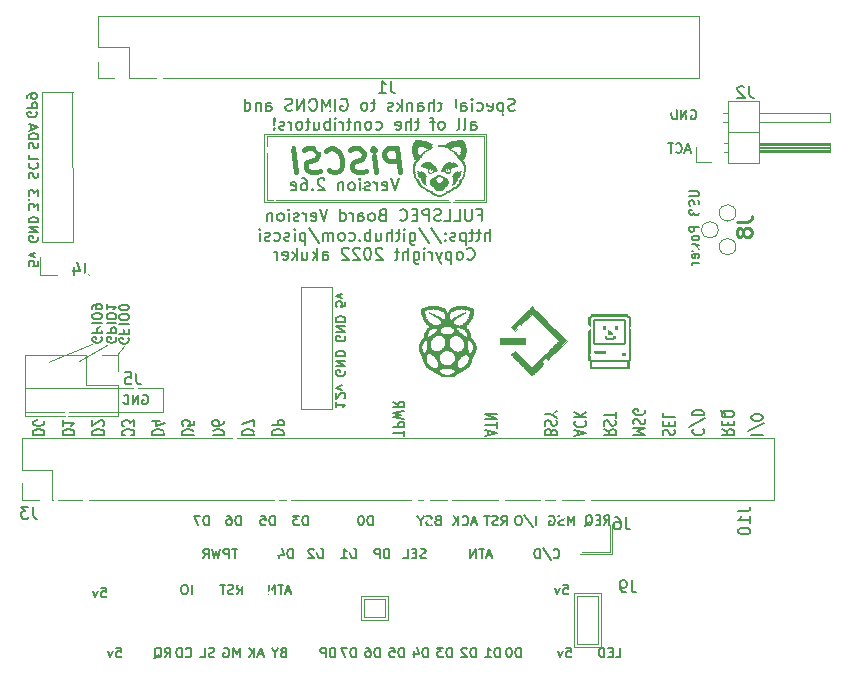
<source format=gbr>
%TF.GenerationSoftware,KiCad,Pcbnew,(6.0.5-0)*%
%TF.CreationDate,2023-01-22T17:25:31-06:00*%
%TF.ProjectId,piscsi,70697363-7369-42e6-9b69-6361645f7063,rev?*%
%TF.SameCoordinates,PX59d60c0PY325aa00*%
%TF.FileFunction,Legend,Bot*%
%TF.FilePolarity,Positive*%
%FSLAX46Y46*%
G04 Gerber Fmt 4.6, Leading zero omitted, Abs format (unit mm)*
G04 Created by KiCad (PCBNEW (6.0.5-0)) date 2023-01-22 17:25:31*
%MOMM*%
%LPD*%
G01*
G04 APERTURE LIST*
%ADD10C,0.120000*%
%ADD11C,0.150000*%
%ADD12C,0.230000*%
%ADD13C,0.400000*%
%ADD14C,0.010000*%
%ADD15C,0.800000*%
%ADD16C,5.400000*%
%ADD17R,1.700000X1.700000*%
%ADD18O,1.700000X1.700000*%
%ADD19C,1.545000*%
%ADD20C,4.845000*%
%ADD21C,0.650000*%
%ADD22C,2.000000*%
%ADD23R,1.350000X1.350000*%
%ADD24O,1.350000X1.350000*%
%ADD25C,1.000000*%
%ADD26C,0.500000*%
G04 APERTURE END LIST*
D10*
X81123500Y-24098500D02*
X81123500Y-23971500D01*
X144560000Y-31528000D02*
X83473000Y-31528000D01*
X130844000Y-36100000D02*
X130844000Y-33560000D01*
X128177000Y-36100000D02*
X130844000Y-36100000D01*
X130717000Y-35973000D02*
X130717000Y-33687000D01*
X128304000Y-35973000D02*
X130717000Y-35973000D01*
X88997500Y-20606000D02*
X88997500Y-19272500D01*
X127882000Y-39672000D02*
X129660000Y-39672000D01*
X129660000Y-39672000D02*
X129660000Y-43736000D01*
X129660000Y-43736000D02*
X127882000Y-43736000D01*
X127882000Y-43736000D02*
X127882000Y-39672000D01*
X81123500Y-23971500D02*
X81123500Y-22066500D01*
X109737000Y-5154000D02*
X109864000Y-5154000D01*
X81187000Y-19272500D02*
X86330500Y-19272500D01*
X101420000Y-6340000D02*
X120220000Y-6340000D01*
X120220000Y-6340000D02*
X120220000Y-540000D01*
X120220000Y-540000D02*
X101420000Y-540000D01*
X101420000Y-540000D02*
X101420000Y-6340000D01*
X88997500Y-21812500D02*
X88997500Y-24479500D01*
X80933000Y-28988000D02*
X80933000Y-26321000D01*
X80933000Y-30131000D02*
X80933000Y-31528000D01*
X109848000Y-39926000D02*
X111626000Y-39926000D01*
X111626000Y-39926000D02*
X111626000Y-41450000D01*
X111626000Y-41450000D02*
X109848000Y-41450000D01*
X109848000Y-41450000D02*
X109848000Y-39926000D01*
X89505500Y-18510500D02*
X88934000Y-19272500D01*
X86330500Y-19272500D02*
X86330500Y-21812500D01*
X82584000Y-9684000D02*
X85187500Y-9684000D01*
X144560000Y-26321000D02*
X144560000Y-31528000D01*
X109594000Y-39672000D02*
X111880000Y-39672000D01*
X111880000Y-39672000D02*
X111880000Y-41704000D01*
X111880000Y-41704000D02*
X109594000Y-41704000D01*
X109594000Y-41704000D02*
X109594000Y-39672000D01*
X127628000Y-39418000D02*
X129914000Y-39418000D01*
X129914000Y-39418000D02*
X129914000Y-43990000D01*
X129914000Y-43990000D02*
X127628000Y-43990000D01*
X127628000Y-43990000D02*
X127628000Y-39418000D01*
X80933000Y-31528000D02*
X82330000Y-31528000D01*
X83473000Y-31528000D02*
X83473000Y-28988000D01*
X85187500Y-9684000D02*
X85170000Y3020000D01*
X85187500Y3020000D02*
X82584000Y3020000D01*
X80933000Y-26321000D02*
X144560000Y-26321000D01*
X88997500Y-24479500D02*
X81187000Y-24479500D01*
X92807500Y-22066500D02*
X92807500Y-24098500D01*
X101620000Y-6140000D02*
X120020000Y-6140000D01*
X120020000Y-6140000D02*
X120020000Y-740000D01*
X120020000Y-740000D02*
X101620000Y-740000D01*
X101620000Y-740000D02*
X101620000Y-6140000D01*
X83473000Y-28988000D02*
X80933000Y-28988000D01*
X92807500Y-24098500D02*
X81123500Y-24098500D01*
X104560000Y-13530000D02*
X107140000Y-13530000D01*
X107140000Y-13530000D02*
X107140000Y-23840000D01*
X107140000Y-23840000D02*
X104560000Y-23840000D01*
X104560000Y-23840000D02*
X104560000Y-13530000D01*
X81187000Y-24479500D02*
X81187000Y-19272500D01*
X82457000Y-10954000D02*
X82457000Y-12478000D01*
X82457000Y-12478000D02*
X83854000Y-12478000D01*
X88997500Y-19272500D02*
X87664000Y-19272500D01*
X82584000Y3020000D02*
X82584000Y-9684000D01*
X86838500Y-18383500D02*
X83092000Y-19907500D01*
X81123500Y-22066500D02*
X92807500Y-22066500D01*
X86330500Y-21812500D02*
X88997500Y-21812500D01*
X88108500Y-18447000D02*
X85759000Y-19780500D01*
D11*
X82120000Y1288572D02*
X82158095Y1212381D01*
X82158095Y1098096D01*
X82120000Y983810D01*
X82043809Y907620D01*
X81967619Y869524D01*
X81815238Y831429D01*
X81700952Y831429D01*
X81548571Y869524D01*
X81472380Y907620D01*
X81396190Y983810D01*
X81358095Y1098096D01*
X81358095Y1174286D01*
X81396190Y1288572D01*
X81434285Y1326667D01*
X81700952Y1326667D01*
X81700952Y1174286D01*
X81358095Y1669524D02*
X82158095Y1669524D01*
X82158095Y1974286D01*
X82120000Y2050477D01*
X82081904Y2088572D01*
X82005714Y2126667D01*
X81891428Y2126667D01*
X81815238Y2088572D01*
X81777142Y2050477D01*
X81739047Y1974286D01*
X81739047Y1669524D01*
X81358095Y2507620D02*
X81358095Y2660000D01*
X81396190Y2736191D01*
X81434285Y2774286D01*
X81548571Y2850477D01*
X81700952Y2888572D01*
X82005714Y2888572D01*
X82081904Y2850477D01*
X82120000Y2812381D01*
X82158095Y2736191D01*
X82158095Y2583810D01*
X82120000Y2507620D01*
X82081904Y2469524D01*
X82005714Y2431429D01*
X81815238Y2431429D01*
X81739047Y2469524D01*
X81700952Y2507620D01*
X81662857Y2583810D01*
X81662857Y2736191D01*
X81700952Y2812381D01*
X81739047Y2850477D01*
X81815238Y2888572D01*
X81498190Y-1765428D02*
X81460095Y-1651142D01*
X81460095Y-1460666D01*
X81498190Y-1384476D01*
X81536285Y-1346380D01*
X81612476Y-1308285D01*
X81688666Y-1308285D01*
X81764857Y-1346380D01*
X81802952Y-1384476D01*
X81841047Y-1460666D01*
X81879142Y-1613047D01*
X81917238Y-1689238D01*
X81955333Y-1727333D01*
X82031523Y-1765428D01*
X82107714Y-1765428D01*
X82183904Y-1727333D01*
X82222000Y-1689238D01*
X82260095Y-1613047D01*
X82260095Y-1422571D01*
X82222000Y-1308285D01*
X81460095Y-965428D02*
X82260095Y-965428D01*
X82260095Y-774952D01*
X82222000Y-660666D01*
X82145809Y-584476D01*
X82069619Y-546380D01*
X81917238Y-508285D01*
X81802952Y-508285D01*
X81650571Y-546380D01*
X81574380Y-584476D01*
X81498190Y-660666D01*
X81460095Y-774952D01*
X81460095Y-965428D01*
X81688666Y-203523D02*
X81688666Y177429D01*
X81460095Y-279714D02*
X82260095Y-13047D01*
X81460095Y253620D01*
X81498190Y-4286380D02*
X81460095Y-4172095D01*
X81460095Y-3981619D01*
X81498190Y-3905428D01*
X81536285Y-3867333D01*
X81612476Y-3829238D01*
X81688666Y-3829238D01*
X81764857Y-3867333D01*
X81802952Y-3905428D01*
X81841047Y-3981619D01*
X81879142Y-4134000D01*
X81917238Y-4210190D01*
X81955333Y-4248285D01*
X82031523Y-4286380D01*
X82107714Y-4286380D01*
X82183904Y-4248285D01*
X82222000Y-4210190D01*
X82260095Y-4134000D01*
X82260095Y-3943523D01*
X82222000Y-3829238D01*
X81536285Y-3029238D02*
X81498190Y-3067333D01*
X81460095Y-3181619D01*
X81460095Y-3257809D01*
X81498190Y-3372095D01*
X81574380Y-3448285D01*
X81650571Y-3486380D01*
X81802952Y-3524476D01*
X81917238Y-3524476D01*
X82069619Y-3486380D01*
X82145809Y-3448285D01*
X82222000Y-3372095D01*
X82260095Y-3257809D01*
X82260095Y-3181619D01*
X82222000Y-3067333D01*
X82183904Y-3029238D01*
X81460095Y-2305428D02*
X81460095Y-2686380D01*
X82260095Y-2686380D01*
X82260095Y-6966095D02*
X82260095Y-6470857D01*
X81955333Y-6737523D01*
X81955333Y-6623238D01*
X81917238Y-6547047D01*
X81879142Y-6508952D01*
X81802952Y-6470857D01*
X81612476Y-6470857D01*
X81536285Y-6508952D01*
X81498190Y-6547047D01*
X81460095Y-6623238D01*
X81460095Y-6851809D01*
X81498190Y-6928000D01*
X81536285Y-6966095D01*
X81536285Y-6128000D02*
X81498190Y-6089904D01*
X81460095Y-6128000D01*
X81498190Y-6166095D01*
X81536285Y-6128000D01*
X81460095Y-6128000D01*
X82260095Y-5823238D02*
X82260095Y-5328000D01*
X81955333Y-5594666D01*
X81955333Y-5480380D01*
X81917238Y-5404190D01*
X81879142Y-5366095D01*
X81802952Y-5328000D01*
X81612476Y-5328000D01*
X81536285Y-5366095D01*
X81498190Y-5404190D01*
X81460095Y-5480380D01*
X81460095Y-5708952D01*
X81498190Y-5785142D01*
X81536285Y-5823238D01*
X82222000Y-9277523D02*
X82260095Y-9353714D01*
X82260095Y-9468000D01*
X82222000Y-9582285D01*
X82145809Y-9658476D01*
X82069619Y-9696571D01*
X81917238Y-9734666D01*
X81802952Y-9734666D01*
X81650571Y-9696571D01*
X81574380Y-9658476D01*
X81498190Y-9582285D01*
X81460095Y-9468000D01*
X81460095Y-9391809D01*
X81498190Y-9277523D01*
X81536285Y-9239428D01*
X81802952Y-9239428D01*
X81802952Y-9391809D01*
X81460095Y-8896571D02*
X82260095Y-8896571D01*
X81460095Y-8439428D01*
X82260095Y-8439428D01*
X81460095Y-8058476D02*
X82260095Y-8058476D01*
X82260095Y-7868000D01*
X82222000Y-7753714D01*
X82145809Y-7677523D01*
X82069619Y-7639428D01*
X81917238Y-7601333D01*
X81802952Y-7601333D01*
X81650571Y-7639428D01*
X81574380Y-7677523D01*
X81498190Y-7753714D01*
X81460095Y-7868000D01*
X81460095Y-8058476D01*
X82260095Y-11322285D02*
X82260095Y-11703238D01*
X81879142Y-11741333D01*
X81917238Y-11703238D01*
X81955333Y-11627047D01*
X81955333Y-11436571D01*
X81917238Y-11360380D01*
X81879142Y-11322285D01*
X81802952Y-11284190D01*
X81612476Y-11284190D01*
X81536285Y-11322285D01*
X81498190Y-11360380D01*
X81460095Y-11436571D01*
X81460095Y-11627047D01*
X81498190Y-11703238D01*
X81536285Y-11741333D01*
X81993428Y-11017523D02*
X81460095Y-10827047D01*
X81993428Y-10636571D01*
X87619500Y-17786452D02*
X87657595Y-17862642D01*
X87657595Y-17976928D01*
X87619500Y-18091214D01*
X87543309Y-18167404D01*
X87467119Y-18205500D01*
X87314738Y-18243595D01*
X87200452Y-18243595D01*
X87048071Y-18205500D01*
X86971880Y-18167404D01*
X86895690Y-18091214D01*
X86857595Y-17976928D01*
X86857595Y-17900738D01*
X86895690Y-17786452D01*
X86933785Y-17748357D01*
X87200452Y-17748357D01*
X87200452Y-17900738D01*
X86857595Y-17405500D02*
X87657595Y-17405500D01*
X87657595Y-17100738D01*
X87619500Y-17024547D01*
X87581404Y-16986452D01*
X87505214Y-16948357D01*
X87390928Y-16948357D01*
X87314738Y-16986452D01*
X87276642Y-17024547D01*
X87238547Y-17100738D01*
X87238547Y-17405500D01*
X86857595Y-16605500D02*
X87657595Y-16605500D01*
X87657595Y-16072166D02*
X87657595Y-15919785D01*
X87619500Y-15843595D01*
X87543309Y-15767404D01*
X87390928Y-15729309D01*
X87124261Y-15729309D01*
X86971880Y-15767404D01*
X86895690Y-15843595D01*
X86857595Y-15919785D01*
X86857595Y-16072166D01*
X86895690Y-16148357D01*
X86971880Y-16224547D01*
X87124261Y-16262642D01*
X87390928Y-16262642D01*
X87543309Y-16224547D01*
X87619500Y-16148357D01*
X87657595Y-16072166D01*
X86857595Y-15348357D02*
X86857595Y-15195976D01*
X86895690Y-15119785D01*
X86933785Y-15081690D01*
X87048071Y-15005500D01*
X87200452Y-14967404D01*
X87505214Y-14967404D01*
X87581404Y-15005500D01*
X87619500Y-15043595D01*
X87657595Y-15119785D01*
X87657595Y-15272166D01*
X87619500Y-15348357D01*
X87581404Y-15386452D01*
X87505214Y-15424547D01*
X87314738Y-15424547D01*
X87238547Y-15386452D01*
X87200452Y-15348357D01*
X87162357Y-15272166D01*
X87162357Y-15119785D01*
X87200452Y-15043595D01*
X87238547Y-15005500D01*
X87314738Y-14967404D01*
X91131023Y-22682500D02*
X91207214Y-22644404D01*
X91321500Y-22644404D01*
X91435785Y-22682500D01*
X91511976Y-22758690D01*
X91550071Y-22834880D01*
X91588166Y-22987261D01*
X91588166Y-23101547D01*
X91550071Y-23253928D01*
X91511976Y-23330119D01*
X91435785Y-23406309D01*
X91321500Y-23444404D01*
X91245309Y-23444404D01*
X91131023Y-23406309D01*
X91092928Y-23368214D01*
X91092928Y-23101547D01*
X91245309Y-23101547D01*
X90750071Y-23444404D02*
X90750071Y-22644404D01*
X90292928Y-23444404D01*
X90292928Y-22644404D01*
X89911976Y-23444404D02*
X89911976Y-22644404D01*
X89721500Y-22644404D01*
X89607214Y-22682500D01*
X89531023Y-22758690D01*
X89492928Y-22834880D01*
X89454833Y-22987261D01*
X89454833Y-23101547D01*
X89492928Y-23253928D01*
X89531023Y-23330119D01*
X89607214Y-23406309D01*
X89721500Y-23444404D01*
X89911976Y-23444404D01*
X137454238Y-1943333D02*
X137073285Y-1943333D01*
X137530428Y-2171904D02*
X137263761Y-1371904D01*
X136997095Y-2171904D01*
X136273285Y-2095714D02*
X136311380Y-2133809D01*
X136425666Y-2171904D01*
X136501857Y-2171904D01*
X136616142Y-2133809D01*
X136692333Y-2057619D01*
X136730428Y-1981428D01*
X136768523Y-1829047D01*
X136768523Y-1714761D01*
X136730428Y-1562380D01*
X136692333Y-1486190D01*
X136616142Y-1410000D01*
X136501857Y-1371904D01*
X136425666Y-1371904D01*
X136311380Y-1410000D01*
X136273285Y-1448095D01*
X136044714Y-1371904D02*
X135587571Y-1371904D01*
X135816142Y-2171904D02*
X135816142Y-1371904D01*
X137391904Y-5394285D02*
X138039523Y-5394285D01*
X138115714Y-5432380D01*
X138153809Y-5470476D01*
X138191904Y-5546666D01*
X138191904Y-5699047D01*
X138153809Y-5775238D01*
X138115714Y-5813333D01*
X138039523Y-5851428D01*
X137391904Y-5851428D01*
X138153809Y-6194285D02*
X138191904Y-6308571D01*
X138191904Y-6499047D01*
X138153809Y-6575238D01*
X138115714Y-6613333D01*
X138039523Y-6651428D01*
X137963333Y-6651428D01*
X137887142Y-6613333D01*
X137849047Y-6575238D01*
X137810952Y-6499047D01*
X137772857Y-6346666D01*
X137734761Y-6270476D01*
X137696666Y-6232380D01*
X137620476Y-6194285D01*
X137544285Y-6194285D01*
X137468095Y-6232380D01*
X137430000Y-6270476D01*
X137391904Y-6346666D01*
X137391904Y-6537142D01*
X137430000Y-6651428D01*
X137772857Y-7260952D02*
X137810952Y-7375238D01*
X137849047Y-7413333D01*
X137925238Y-7451428D01*
X138039523Y-7451428D01*
X138115714Y-7413333D01*
X138153809Y-7375238D01*
X138191904Y-7299047D01*
X138191904Y-6994285D01*
X137391904Y-6994285D01*
X137391904Y-7260952D01*
X137430000Y-7337142D01*
X137468095Y-7375238D01*
X137544285Y-7413333D01*
X137620476Y-7413333D01*
X137696666Y-7375238D01*
X137734761Y-7337142D01*
X137772857Y-7260952D01*
X137772857Y-6994285D01*
X138191904Y-8403809D02*
X137391904Y-8403809D01*
X137391904Y-8708571D01*
X137430000Y-8784761D01*
X137468095Y-8822857D01*
X137544285Y-8860952D01*
X137658571Y-8860952D01*
X137734761Y-8822857D01*
X137772857Y-8784761D01*
X137810952Y-8708571D01*
X137810952Y-8403809D01*
X138191904Y-9318095D02*
X138153809Y-9241904D01*
X138115714Y-9203809D01*
X138039523Y-9165714D01*
X137810952Y-9165714D01*
X137734761Y-9203809D01*
X137696666Y-9241904D01*
X137658571Y-9318095D01*
X137658571Y-9432380D01*
X137696666Y-9508571D01*
X137734761Y-9546666D01*
X137810952Y-9584761D01*
X138039523Y-9584761D01*
X138115714Y-9546666D01*
X138153809Y-9508571D01*
X138191904Y-9432380D01*
X138191904Y-9318095D01*
X137658571Y-9851428D02*
X138191904Y-10003809D01*
X137810952Y-10156190D01*
X138191904Y-10308571D01*
X137658571Y-10460952D01*
X138153809Y-11070476D02*
X138191904Y-10994285D01*
X138191904Y-10841904D01*
X138153809Y-10765714D01*
X138077619Y-10727619D01*
X137772857Y-10727619D01*
X137696666Y-10765714D01*
X137658571Y-10841904D01*
X137658571Y-10994285D01*
X137696666Y-11070476D01*
X137772857Y-11108571D01*
X137849047Y-11108571D01*
X137925238Y-10727619D01*
X138191904Y-11451428D02*
X137658571Y-11451428D01*
X137810952Y-11451428D02*
X137734761Y-11489523D01*
X137696666Y-11527619D01*
X137658571Y-11603809D01*
X137658571Y-11680000D01*
X137549523Y1447500D02*
X137625714Y1485596D01*
X137740000Y1485596D01*
X137854285Y1447500D01*
X137930476Y1371310D01*
X137968571Y1295120D01*
X138006666Y1142739D01*
X138006666Y1028453D01*
X137968571Y876072D01*
X137930476Y799881D01*
X137854285Y723691D01*
X137740000Y685596D01*
X137663809Y685596D01*
X137549523Y723691D01*
X137511428Y761786D01*
X137511428Y1028453D01*
X137663809Y1028453D01*
X137168571Y685596D02*
X137168571Y1485596D01*
X136711428Y685596D01*
X136711428Y1485596D01*
X136330476Y685596D02*
X136330476Y1485596D01*
X136140000Y1485596D01*
X136025714Y1447500D01*
X135949523Y1371310D01*
X135911428Y1295120D01*
X135873333Y1142739D01*
X135873333Y1028453D01*
X135911428Y876072D01*
X135949523Y799881D01*
X136025714Y723691D01*
X136140000Y685596D01*
X136330476Y685596D01*
X142647119Y-26022476D02*
X143647119Y-26022476D01*
X143694738Y-25070095D02*
X142409023Y-25755809D01*
X143647119Y-24651047D02*
X143647119Y-24498666D01*
X143599500Y-24422476D01*
X143504261Y-24346285D01*
X143313785Y-24308190D01*
X142980452Y-24308190D01*
X142789976Y-24346285D01*
X142694738Y-24422476D01*
X142647119Y-24498666D01*
X142647119Y-24651047D01*
X142694738Y-24727238D01*
X142789976Y-24803428D01*
X142980452Y-24841523D01*
X143313785Y-24841523D01*
X143504261Y-24803428D01*
X143599500Y-24727238D01*
X143647119Y-24651047D01*
X130173903Y-25565333D02*
X130650093Y-25831999D01*
X130173903Y-26022476D02*
X131173903Y-26022476D01*
X131173903Y-25717714D01*
X131126284Y-25641523D01*
X131078664Y-25603428D01*
X130983426Y-25565333D01*
X130840569Y-25565333D01*
X130745331Y-25603428D01*
X130697712Y-25641523D01*
X130650093Y-25717714D01*
X130650093Y-26022476D01*
X130221522Y-25260571D02*
X130173903Y-25146285D01*
X130173903Y-24955809D01*
X130221522Y-24879618D01*
X130269141Y-24841523D01*
X130364379Y-24803428D01*
X130459617Y-24803428D01*
X130554855Y-24841523D01*
X130602474Y-24879618D01*
X130650093Y-24955809D01*
X130697712Y-25108190D01*
X130745331Y-25184380D01*
X130792950Y-25222476D01*
X130888188Y-25260571D01*
X130983426Y-25260571D01*
X131078664Y-25222476D01*
X131126284Y-25184380D01*
X131173903Y-25108190D01*
X131173903Y-24917714D01*
X131126284Y-24803428D01*
X131173903Y-24574857D02*
X131173903Y-24117714D01*
X130173903Y-24346285D02*
X131173903Y-24346285D01*
X135210806Y-26060571D02*
X135163187Y-25946286D01*
X135163187Y-25755809D01*
X135210806Y-25679619D01*
X135258425Y-25641524D01*
X135353663Y-25603428D01*
X135448901Y-25603428D01*
X135544139Y-25641524D01*
X135591758Y-25679619D01*
X135639377Y-25755809D01*
X135686996Y-25908190D01*
X135734615Y-25984381D01*
X135782234Y-26022476D01*
X135877472Y-26060571D01*
X135972710Y-26060571D01*
X136067948Y-26022476D01*
X136115568Y-25984381D01*
X136163187Y-25908190D01*
X136163187Y-25717714D01*
X136115568Y-25603428D01*
X135686996Y-25260571D02*
X135686996Y-24993905D01*
X135163187Y-24879619D02*
X135163187Y-25260571D01*
X136163187Y-25260571D01*
X136163187Y-24879619D01*
X135163187Y-24155809D02*
X135163187Y-24536762D01*
X136163187Y-24536762D01*
X81814119Y-26022476D02*
X82814119Y-26022476D01*
X82814119Y-25832000D01*
X82766500Y-25717714D01*
X82671261Y-25641523D01*
X82576023Y-25603428D01*
X82385547Y-25565333D01*
X82242690Y-25565333D01*
X82052214Y-25603428D01*
X81956976Y-25641523D01*
X81861738Y-25717714D01*
X81814119Y-25832000D01*
X81814119Y-26022476D01*
X82814119Y-25070095D02*
X82814119Y-24993904D01*
X82766500Y-24917714D01*
X82718880Y-24879619D01*
X82623642Y-24841523D01*
X82433166Y-24803428D01*
X82195071Y-24803428D01*
X82004595Y-24841523D01*
X81909357Y-24879619D01*
X81861738Y-24917714D01*
X81814119Y-24993904D01*
X81814119Y-25070095D01*
X81861738Y-25146285D01*
X81909357Y-25184380D01*
X82004595Y-25222476D01*
X82195071Y-25260571D01*
X82433166Y-25260571D01*
X82623642Y-25222476D01*
X82718880Y-25184380D01*
X82766500Y-25146285D01*
X82814119Y-25070095D01*
X94474429Y-26022476D02*
X95474429Y-26022476D01*
X95474429Y-25832000D01*
X95426810Y-25717714D01*
X95331571Y-25641523D01*
X95236333Y-25603428D01*
X95045857Y-25565333D01*
X94903000Y-25565333D01*
X94712524Y-25603428D01*
X94617286Y-25641523D01*
X94522048Y-25717714D01*
X94474429Y-25832000D01*
X94474429Y-26022476D01*
X95474429Y-24841523D02*
X95474429Y-25222476D01*
X94998238Y-25260571D01*
X95045857Y-25222476D01*
X95093476Y-25146285D01*
X95093476Y-24955809D01*
X95045857Y-24879619D01*
X94998238Y-24841523D01*
X94903000Y-24803428D01*
X94664905Y-24803428D01*
X94569667Y-24841523D01*
X94522048Y-24879619D01*
X94474429Y-24955809D01*
X94474429Y-25146285D01*
X94522048Y-25222476D01*
X94569667Y-25260571D01*
X125708428Y-25755809D02*
X125660809Y-25641523D01*
X125613190Y-25603428D01*
X125517952Y-25565333D01*
X125375095Y-25565333D01*
X125279857Y-25603428D01*
X125232238Y-25641523D01*
X125184619Y-25717714D01*
X125184619Y-26022476D01*
X126184619Y-26022476D01*
X126184619Y-25755809D01*
X126137000Y-25679619D01*
X126089380Y-25641523D01*
X125994142Y-25603428D01*
X125898904Y-25603428D01*
X125803666Y-25641523D01*
X125756047Y-25679619D01*
X125708428Y-25755809D01*
X125708428Y-26022476D01*
X125232238Y-25260571D02*
X125184619Y-25146285D01*
X125184619Y-24955809D01*
X125232238Y-24879619D01*
X125279857Y-24841523D01*
X125375095Y-24803428D01*
X125470333Y-24803428D01*
X125565571Y-24841523D01*
X125613190Y-24879619D01*
X125660809Y-24955809D01*
X125708428Y-25108190D01*
X125756047Y-25184381D01*
X125803666Y-25222476D01*
X125898904Y-25260571D01*
X125994142Y-25260571D01*
X126089380Y-25222476D01*
X126137000Y-25184381D01*
X126184619Y-25108190D01*
X126184619Y-24917714D01*
X126137000Y-24803428D01*
X125660809Y-24308190D02*
X125184619Y-24308190D01*
X126184619Y-24574857D02*
X125660809Y-24308190D01*
X126184619Y-24041523D01*
X97006491Y-26022476D02*
X98006491Y-26022476D01*
X98006491Y-25832000D01*
X97958872Y-25717714D01*
X97863633Y-25641523D01*
X97768395Y-25603428D01*
X97577919Y-25565333D01*
X97435062Y-25565333D01*
X97244586Y-25603428D01*
X97149348Y-25641523D01*
X97054110Y-25717714D01*
X97006491Y-25832000D01*
X97006491Y-26022476D01*
X98006491Y-24879619D02*
X98006491Y-25032000D01*
X97958872Y-25108190D01*
X97911252Y-25146285D01*
X97768395Y-25222476D01*
X97577919Y-25260571D01*
X97196967Y-25260571D01*
X97101729Y-25222476D01*
X97054110Y-25184380D01*
X97006491Y-25108190D01*
X97006491Y-24955809D01*
X97054110Y-24879619D01*
X97101729Y-24841523D01*
X97196967Y-24803428D01*
X97435062Y-24803428D01*
X97530300Y-24841523D01*
X97577919Y-24879619D01*
X97625538Y-24955809D01*
X97625538Y-25108190D01*
X97577919Y-25184380D01*
X97530300Y-25222476D01*
X97435062Y-25260571D01*
X84346181Y-26022476D02*
X85346181Y-26022476D01*
X85346181Y-25832000D01*
X85298562Y-25717714D01*
X85203323Y-25641523D01*
X85108085Y-25603428D01*
X84917609Y-25565333D01*
X84774752Y-25565333D01*
X84584276Y-25603428D01*
X84489038Y-25641523D01*
X84393800Y-25717714D01*
X84346181Y-25832000D01*
X84346181Y-26022476D01*
X84346181Y-24803428D02*
X84346181Y-25260571D01*
X84346181Y-25032000D02*
X85346181Y-25032000D01*
X85203323Y-25108190D01*
X85108085Y-25184380D01*
X85060466Y-25260571D01*
X91942367Y-26022476D02*
X92942367Y-26022476D01*
X92942367Y-25832000D01*
X92894748Y-25717714D01*
X92799509Y-25641523D01*
X92704271Y-25603428D01*
X92513795Y-25565333D01*
X92370938Y-25565333D01*
X92180462Y-25603428D01*
X92085224Y-25641523D01*
X91989986Y-25717714D01*
X91942367Y-25832000D01*
X91942367Y-26022476D01*
X92609033Y-24879619D02*
X91942367Y-24879619D01*
X92989986Y-25070095D02*
X92275700Y-25260571D01*
X92275700Y-24765333D01*
X86878243Y-26022476D02*
X87878243Y-26022476D01*
X87878243Y-25832000D01*
X87830624Y-25717714D01*
X87735385Y-25641523D01*
X87640147Y-25603428D01*
X87449671Y-25565333D01*
X87306814Y-25565333D01*
X87116338Y-25603428D01*
X87021100Y-25641523D01*
X86925862Y-25717714D01*
X86878243Y-25832000D01*
X86878243Y-26022476D01*
X87783004Y-25260571D02*
X87830624Y-25222476D01*
X87878243Y-25146285D01*
X87878243Y-24955809D01*
X87830624Y-24879619D01*
X87783004Y-24841523D01*
X87687766Y-24803428D01*
X87592528Y-24803428D01*
X87449671Y-24841523D01*
X86878243Y-25298666D01*
X86878243Y-24803428D01*
X132668545Y-26022477D02*
X133668545Y-26022477D01*
X132954259Y-25755810D01*
X133668545Y-25489143D01*
X132668545Y-25489143D01*
X132716164Y-25146286D02*
X132668545Y-25032000D01*
X132668545Y-24841524D01*
X132716164Y-24765334D01*
X132763783Y-24727238D01*
X132859021Y-24689143D01*
X132954259Y-24689143D01*
X133049497Y-24727238D01*
X133097116Y-24765334D01*
X133144735Y-24841524D01*
X133192354Y-24993905D01*
X133239973Y-25070096D01*
X133287592Y-25108191D01*
X133382830Y-25146286D01*
X133478068Y-25146286D01*
X133573306Y-25108191D01*
X133620926Y-25070096D01*
X133668545Y-24993905D01*
X133668545Y-24803429D01*
X133620926Y-24689143D01*
X133620926Y-23927238D02*
X133668545Y-24003429D01*
X133668545Y-24117715D01*
X133620926Y-24232000D01*
X133525687Y-24308191D01*
X133430449Y-24346286D01*
X133239973Y-24384381D01*
X133097116Y-24384381D01*
X132906640Y-24346286D01*
X132811402Y-24308191D01*
X132716164Y-24232000D01*
X132668545Y-24117715D01*
X132668545Y-24041524D01*
X132716164Y-23927238D01*
X132763783Y-23889143D01*
X133097116Y-23889143D01*
X133097116Y-24041524D01*
X113294119Y-26136762D02*
X113294119Y-25679619D01*
X112294119Y-25908190D02*
X113294119Y-25908190D01*
X112294119Y-25412952D02*
X113294119Y-25412952D01*
X113294119Y-25108190D01*
X113246500Y-25032000D01*
X113198880Y-24993905D01*
X113103642Y-24955809D01*
X112960785Y-24955809D01*
X112865547Y-24993905D01*
X112817928Y-25032000D01*
X112770309Y-25108190D01*
X112770309Y-25412952D01*
X113294119Y-24689143D02*
X112294119Y-24498667D01*
X113008404Y-24346286D01*
X112294119Y-24193905D01*
X113294119Y-24003428D01*
X112294119Y-23241524D02*
X112770309Y-23508190D01*
X112294119Y-23698667D02*
X113294119Y-23698667D01*
X113294119Y-23393905D01*
X113246500Y-23317714D01*
X113198880Y-23279619D01*
X113103642Y-23241524D01*
X112960785Y-23241524D01*
X112865547Y-23279619D01*
X112817928Y-23317714D01*
X112770309Y-23393905D01*
X112770309Y-23698667D01*
X89410305Y-26022476D02*
X90410305Y-26022476D01*
X90410305Y-25832000D01*
X90362686Y-25717714D01*
X90267447Y-25641523D01*
X90172209Y-25603428D01*
X89981733Y-25565333D01*
X89838876Y-25565333D01*
X89648400Y-25603428D01*
X89553162Y-25641523D01*
X89457924Y-25717714D01*
X89410305Y-25832000D01*
X89410305Y-26022476D01*
X90410305Y-25298666D02*
X90410305Y-24803428D01*
X90029352Y-25070095D01*
X90029352Y-24955809D01*
X89981733Y-24879619D01*
X89934114Y-24841523D01*
X89838876Y-24803428D01*
X89600781Y-24803428D01*
X89505543Y-24841523D01*
X89457924Y-24879619D01*
X89410305Y-24955809D01*
X89410305Y-25184380D01*
X89457924Y-25260571D01*
X89505543Y-25298666D01*
X137753067Y-25565333D02*
X137705448Y-25603428D01*
X137657829Y-25717714D01*
X137657829Y-25793905D01*
X137705448Y-25908190D01*
X137800686Y-25984381D01*
X137895924Y-26022476D01*
X138086400Y-26060571D01*
X138229257Y-26060571D01*
X138419733Y-26022476D01*
X138514971Y-25984381D01*
X138610210Y-25908190D01*
X138657829Y-25793905D01*
X138657829Y-25717714D01*
X138610210Y-25603428D01*
X138562590Y-25565333D01*
X138705448Y-24651047D02*
X137419733Y-25336762D01*
X137657829Y-24384381D02*
X138657829Y-24384381D01*
X138657829Y-24193905D01*
X138610210Y-24079619D01*
X138514971Y-24003428D01*
X138419733Y-23965333D01*
X138229257Y-23927238D01*
X138086400Y-23927238D01*
X137895924Y-23965333D01*
X137800686Y-24003428D01*
X137705448Y-24079619D01*
X137657829Y-24193905D01*
X137657829Y-24384381D01*
X127964975Y-26060572D02*
X127964975Y-25679619D01*
X127679261Y-26136762D02*
X128679261Y-25870096D01*
X127679261Y-25603429D01*
X127774499Y-24879619D02*
X127726880Y-24917715D01*
X127679261Y-25032000D01*
X127679261Y-25108191D01*
X127726880Y-25222476D01*
X127822118Y-25298667D01*
X127917356Y-25336762D01*
X128107832Y-25374857D01*
X128250689Y-25374857D01*
X128441165Y-25336762D01*
X128536403Y-25298667D01*
X128631642Y-25222476D01*
X128679261Y-25108191D01*
X128679261Y-25032000D01*
X128631642Y-24917715D01*
X128584022Y-24879619D01*
X127679261Y-24536762D02*
X128679261Y-24536762D01*
X127679261Y-24079619D02*
X128250689Y-24422476D01*
X128679261Y-24079619D02*
X128107832Y-24536762D01*
X120390333Y-26060571D02*
X120390333Y-25679619D01*
X120104619Y-26136762D02*
X121104619Y-25870095D01*
X120104619Y-25603428D01*
X121104619Y-25451047D02*
X121104619Y-24993905D01*
X120104619Y-25222476D02*
X121104619Y-25222476D01*
X120104619Y-24727238D02*
X121104619Y-24727238D01*
X120104619Y-24270095D01*
X121104619Y-24270095D01*
X102070619Y-26041523D02*
X103070619Y-26041523D01*
X103070619Y-25851047D01*
X103023000Y-25736761D01*
X102927761Y-25660571D01*
X102832523Y-25622476D01*
X102642047Y-25584380D01*
X102499190Y-25584380D01*
X102308714Y-25622476D01*
X102213476Y-25660571D01*
X102118238Y-25736761D01*
X102070619Y-25851047D01*
X102070619Y-26041523D01*
X102070619Y-25241523D02*
X103070619Y-25241523D01*
X103070619Y-24936761D01*
X103023000Y-24860571D01*
X102975380Y-24822476D01*
X102880142Y-24784380D01*
X102737285Y-24784380D01*
X102642047Y-24822476D01*
X102594428Y-24860571D01*
X102546809Y-24936761D01*
X102546809Y-25241523D01*
X99538553Y-26022476D02*
X100538553Y-26022476D01*
X100538553Y-25832000D01*
X100490934Y-25717714D01*
X100395695Y-25641523D01*
X100300457Y-25603428D01*
X100109981Y-25565333D01*
X99967124Y-25565333D01*
X99776648Y-25603428D01*
X99681410Y-25641523D01*
X99586172Y-25717714D01*
X99538553Y-25832000D01*
X99538553Y-26022476D01*
X100538553Y-25298666D02*
X100538553Y-24765333D01*
X99538553Y-25108190D01*
X140152471Y-25565333D02*
X140628661Y-25832000D01*
X140152471Y-26022476D02*
X141152471Y-26022476D01*
X141152471Y-25717714D01*
X141104852Y-25641523D01*
X141057232Y-25603428D01*
X140961994Y-25565333D01*
X140819137Y-25565333D01*
X140723899Y-25603428D01*
X140676280Y-25641523D01*
X140628661Y-25717714D01*
X140628661Y-26022476D01*
X140676280Y-25222476D02*
X140676280Y-24955809D01*
X140152471Y-24841523D02*
X140152471Y-25222476D01*
X141152471Y-25222476D01*
X141152471Y-24841523D01*
X140057232Y-23965333D02*
X140104852Y-24041523D01*
X140200090Y-24117714D01*
X140342947Y-24232000D01*
X140390566Y-24308190D01*
X140390566Y-24384380D01*
X140152471Y-24346285D02*
X140200090Y-24422476D01*
X140295328Y-24498666D01*
X140485804Y-24536761D01*
X140819137Y-24536761D01*
X141009613Y-24498666D01*
X141104852Y-24422476D01*
X141152471Y-24346285D01*
X141152471Y-24193904D01*
X141104852Y-24117714D01*
X141009613Y-24041523D01*
X140819137Y-24003428D01*
X140485804Y-24003428D01*
X140295328Y-24041523D01*
X140200090Y-24117714D01*
X140152471Y-24193904D01*
X140152471Y-24346285D01*
X130193333Y-33648904D02*
X130460000Y-33267952D01*
X130650476Y-33648904D02*
X130650476Y-32848904D01*
X130345714Y-32848904D01*
X130269523Y-32887000D01*
X130231428Y-32925095D01*
X130193333Y-33001285D01*
X130193333Y-33115571D01*
X130231428Y-33191761D01*
X130269523Y-33229857D01*
X130345714Y-33267952D01*
X130650476Y-33267952D01*
X129850476Y-33229857D02*
X129583809Y-33229857D01*
X129469523Y-33648904D02*
X129850476Y-33648904D01*
X129850476Y-32848904D01*
X129469523Y-32848904D01*
X128593333Y-33725095D02*
X128669523Y-33687000D01*
X128745714Y-33610809D01*
X128860000Y-33496523D01*
X128936190Y-33458428D01*
X129012380Y-33458428D01*
X128974285Y-33648904D02*
X129050476Y-33610809D01*
X129126666Y-33534619D01*
X129164761Y-33382238D01*
X129164761Y-33115571D01*
X129126666Y-32963190D01*
X129050476Y-32887000D01*
X128974285Y-32848904D01*
X128821904Y-32848904D01*
X128745714Y-32887000D01*
X128669523Y-32963190D01*
X128631428Y-33115571D01*
X128631428Y-33382238D01*
X128669523Y-33534619D01*
X128745714Y-33610809D01*
X128821904Y-33648904D01*
X128974285Y-33648904D01*
X96722476Y-33683904D02*
X96722476Y-32883904D01*
X96532000Y-32883904D01*
X96417714Y-32922000D01*
X96341523Y-32998190D01*
X96303428Y-33074380D01*
X96265333Y-33226761D01*
X96265333Y-33341047D01*
X96303428Y-33493428D01*
X96341523Y-33569619D01*
X96417714Y-33645809D01*
X96532000Y-33683904D01*
X96722476Y-33683904D01*
X95998666Y-32883904D02*
X95465333Y-32883904D01*
X95808190Y-33683904D01*
X111981523Y-36477904D02*
X111981523Y-35677904D01*
X111791047Y-35677904D01*
X111676761Y-35716000D01*
X111600571Y-35792190D01*
X111562476Y-35868380D01*
X111524380Y-36020761D01*
X111524380Y-36135047D01*
X111562476Y-36287428D01*
X111600571Y-36363619D01*
X111676761Y-36439809D01*
X111791047Y-36477904D01*
X111981523Y-36477904D01*
X111181523Y-36477904D02*
X111181523Y-35677904D01*
X110876761Y-35677904D01*
X110800571Y-35716000D01*
X110762476Y-35754095D01*
X110724380Y-35830285D01*
X110724380Y-35944571D01*
X110762476Y-36020761D01*
X110800571Y-36058857D01*
X110876761Y-36096952D01*
X111181523Y-36096952D01*
X120668285Y-36249333D02*
X120287333Y-36249333D01*
X120744476Y-36477904D02*
X120477809Y-35677904D01*
X120211142Y-36477904D01*
X120058761Y-35677904D02*
X119601619Y-35677904D01*
X119830190Y-36477904D02*
X119830190Y-35677904D01*
X119334952Y-36477904D02*
X119334952Y-35677904D01*
X118877809Y-36477904D01*
X118877809Y-35677904D01*
X119388476Y-33458429D02*
X119007523Y-33458429D01*
X119464666Y-33687000D02*
X119198000Y-32887000D01*
X118931333Y-33687000D01*
X118207523Y-33610810D02*
X118245619Y-33648905D01*
X118359904Y-33687000D01*
X118436095Y-33687000D01*
X118550380Y-33648905D01*
X118626571Y-33572715D01*
X118664666Y-33496524D01*
X118702761Y-33344143D01*
X118702761Y-33229857D01*
X118664666Y-33077476D01*
X118626571Y-33001286D01*
X118550380Y-32925096D01*
X118436095Y-32887000D01*
X118359904Y-32887000D01*
X118245619Y-32925096D01*
X118207523Y-32963191D01*
X117864666Y-33687000D02*
X117864666Y-32887000D01*
X117407523Y-33687000D02*
X117750380Y-33229857D01*
X117407523Y-32887000D02*
X117864666Y-33344143D01*
X125913428Y-36401714D02*
X125951523Y-36439809D01*
X126065809Y-36477904D01*
X126142000Y-36477904D01*
X126256285Y-36439809D01*
X126332476Y-36363619D01*
X126370571Y-36287428D01*
X126408666Y-36135047D01*
X126408666Y-36020761D01*
X126370571Y-35868380D01*
X126332476Y-35792190D01*
X126256285Y-35716000D01*
X126142000Y-35677904D01*
X126065809Y-35677904D01*
X125951523Y-35716000D01*
X125913428Y-35754095D01*
X124999142Y-35639809D02*
X125684857Y-36668380D01*
X124732476Y-36477904D02*
X124732476Y-35677904D01*
X124542000Y-35677904D01*
X124427714Y-35716000D01*
X124351523Y-35792190D01*
X124313428Y-35868380D01*
X124275333Y-36020761D01*
X124275333Y-36135047D01*
X124313428Y-36287428D01*
X124351523Y-36363619D01*
X124427714Y-36439809D01*
X124542000Y-36477904D01*
X124732476Y-36477904D01*
X105104476Y-33683904D02*
X105104476Y-32883904D01*
X104914000Y-32883904D01*
X104799714Y-32922000D01*
X104723523Y-32998190D01*
X104685428Y-33074380D01*
X104647333Y-33226761D01*
X104647333Y-33341047D01*
X104685428Y-33493428D01*
X104723523Y-33569619D01*
X104799714Y-33645809D01*
X104914000Y-33683904D01*
X105104476Y-33683904D01*
X104380666Y-32883904D02*
X103885428Y-32883904D01*
X104152095Y-33188666D01*
X104037809Y-33188666D01*
X103961619Y-33226761D01*
X103923523Y-33264857D01*
X103885428Y-33341047D01*
X103885428Y-33531523D01*
X103923523Y-33607714D01*
X103961619Y-33645809D01*
X104037809Y-33683904D01*
X104266380Y-33683904D01*
X104342571Y-33645809D01*
X104380666Y-33607714D01*
X99141714Y-35677904D02*
X98684571Y-35677904D01*
X98913142Y-36477904D02*
X98913142Y-35677904D01*
X98417904Y-36477904D02*
X98417904Y-35677904D01*
X98113142Y-35677904D01*
X98036952Y-35716000D01*
X97998857Y-35754095D01*
X97960761Y-35830285D01*
X97960761Y-35944571D01*
X97998857Y-36020761D01*
X98036952Y-36058857D01*
X98113142Y-36096952D01*
X98417904Y-36096952D01*
X97694095Y-35677904D02*
X97503619Y-36477904D01*
X97351238Y-35906476D01*
X97198857Y-36477904D01*
X97008380Y-35677904D01*
X96246476Y-36477904D02*
X96513142Y-36096952D01*
X96703619Y-36477904D02*
X96703619Y-35677904D01*
X96398857Y-35677904D01*
X96322666Y-35716000D01*
X96284571Y-35754095D01*
X96246476Y-35830285D01*
X96246476Y-35944571D01*
X96284571Y-36020761D01*
X96322666Y-36058857D01*
X96398857Y-36096952D01*
X96703619Y-36096952D01*
X127659619Y-33683904D02*
X127659619Y-32883904D01*
X127392952Y-33455333D01*
X127126285Y-32883904D01*
X127126285Y-33683904D01*
X126783428Y-33645809D02*
X126669142Y-33683904D01*
X126478666Y-33683904D01*
X126402476Y-33645809D01*
X126364380Y-33607714D01*
X126326285Y-33531523D01*
X126326285Y-33455333D01*
X126364380Y-33379142D01*
X126402476Y-33341047D01*
X126478666Y-33302952D01*
X126631047Y-33264857D01*
X126707238Y-33226761D01*
X126745333Y-33188666D01*
X126783428Y-33112476D01*
X126783428Y-33036285D01*
X126745333Y-32960095D01*
X126707238Y-32922000D01*
X126631047Y-32883904D01*
X126440571Y-32883904D01*
X126326285Y-32922000D01*
X125564380Y-32922000D02*
X125640571Y-32883904D01*
X125754857Y-32883904D01*
X125869142Y-32922000D01*
X125945333Y-32998190D01*
X125983428Y-33074380D01*
X126021523Y-33226761D01*
X126021523Y-33341047D01*
X125983428Y-33493428D01*
X125945333Y-33569619D01*
X125869142Y-33645809D01*
X125754857Y-33683904D01*
X125678666Y-33683904D01*
X125564380Y-33645809D01*
X125526285Y-33607714D01*
X125526285Y-33341047D01*
X125678666Y-33341047D01*
X106374476Y-36477904D02*
X106374476Y-35677904D01*
X106184000Y-35677904D01*
X106069714Y-35716000D01*
X105993523Y-35792190D01*
X105955428Y-35868380D01*
X105917333Y-36020761D01*
X105917333Y-36135047D01*
X105955428Y-36287428D01*
X105993523Y-36363619D01*
X106069714Y-36439809D01*
X106184000Y-36477904D01*
X106374476Y-36477904D01*
X105612571Y-35754095D02*
X105574476Y-35716000D01*
X105498285Y-35677904D01*
X105307809Y-35677904D01*
X105231619Y-35716000D01*
X105193523Y-35754095D01*
X105155428Y-35830285D01*
X105155428Y-35906476D01*
X105193523Y-36020761D01*
X105650666Y-36477904D01*
X105155428Y-36477904D01*
X103834476Y-36477904D02*
X103834476Y-35677904D01*
X103644000Y-35677904D01*
X103529714Y-35716000D01*
X103453523Y-35792190D01*
X103415428Y-35868380D01*
X103377333Y-36020761D01*
X103377333Y-36135047D01*
X103415428Y-36287428D01*
X103453523Y-36363619D01*
X103529714Y-36439809D01*
X103644000Y-36477904D01*
X103834476Y-36477904D01*
X102691619Y-35944571D02*
X102691619Y-36477904D01*
X102882095Y-35639809D02*
X103072571Y-36211238D01*
X102577333Y-36211238D01*
X109168476Y-36477904D02*
X109168476Y-35677904D01*
X108978000Y-35677904D01*
X108863714Y-35716000D01*
X108787523Y-35792190D01*
X108749428Y-35868380D01*
X108711333Y-36020761D01*
X108711333Y-36135047D01*
X108749428Y-36287428D01*
X108787523Y-36363619D01*
X108863714Y-36439809D01*
X108978000Y-36477904D01*
X109168476Y-36477904D01*
X107949428Y-36477904D02*
X108406571Y-36477904D01*
X108178000Y-36477904D02*
X108178000Y-35677904D01*
X108254190Y-35792190D01*
X108330380Y-35868380D01*
X108406571Y-35906476D01*
X99430476Y-33683904D02*
X99430476Y-32883904D01*
X99240000Y-32883904D01*
X99125714Y-32922000D01*
X99049523Y-32998190D01*
X99011428Y-33074380D01*
X98973333Y-33226761D01*
X98973333Y-33341047D01*
X99011428Y-33493428D01*
X99049523Y-33569619D01*
X99125714Y-33645809D01*
X99240000Y-33683904D01*
X99430476Y-33683904D01*
X98287619Y-32883904D02*
X98440000Y-32883904D01*
X98516190Y-32922000D01*
X98554285Y-32960095D01*
X98630476Y-33074380D01*
X98668571Y-33226761D01*
X98668571Y-33531523D01*
X98630476Y-33607714D01*
X98592380Y-33645809D01*
X98516190Y-33683904D01*
X98363809Y-33683904D01*
X98287619Y-33645809D01*
X98249523Y-33607714D01*
X98211428Y-33531523D01*
X98211428Y-33341047D01*
X98249523Y-33264857D01*
X98287619Y-33226761D01*
X98363809Y-33188666D01*
X98516190Y-33188666D01*
X98592380Y-33226761D01*
X98630476Y-33264857D01*
X98668571Y-33341047D01*
X116102666Y-33264857D02*
X115988380Y-33302952D01*
X115950285Y-33341047D01*
X115912190Y-33417238D01*
X115912190Y-33531523D01*
X115950285Y-33607714D01*
X115988380Y-33645809D01*
X116064571Y-33683904D01*
X116369333Y-33683904D01*
X116369333Y-32883904D01*
X116102666Y-32883904D01*
X116026476Y-32922000D01*
X115988380Y-32960095D01*
X115950285Y-33036285D01*
X115950285Y-33112476D01*
X115988380Y-33188666D01*
X116026476Y-33226761D01*
X116102666Y-33264857D01*
X116369333Y-33264857D01*
X115607428Y-33645809D02*
X115493142Y-33683904D01*
X115302666Y-33683904D01*
X115226476Y-33645809D01*
X115188380Y-33607714D01*
X115150285Y-33531523D01*
X115150285Y-33455333D01*
X115188380Y-33379142D01*
X115226476Y-33341047D01*
X115302666Y-33302952D01*
X115455047Y-33264857D01*
X115531238Y-33226761D01*
X115569333Y-33188666D01*
X115607428Y-33112476D01*
X115607428Y-33036285D01*
X115569333Y-32960095D01*
X115531238Y-32922000D01*
X115455047Y-32883904D01*
X115264571Y-32883904D01*
X115150285Y-32922000D01*
X114655047Y-33302952D02*
X114655047Y-33683904D01*
X114921714Y-32883904D02*
X114655047Y-33302952D01*
X114388380Y-32883904D01*
X102310476Y-33683904D02*
X102310476Y-32883904D01*
X102120000Y-32883904D01*
X102005714Y-32922000D01*
X101929523Y-32998190D01*
X101891428Y-33074380D01*
X101853333Y-33226761D01*
X101853333Y-33341047D01*
X101891428Y-33493428D01*
X101929523Y-33569619D01*
X102005714Y-33645809D01*
X102120000Y-33683904D01*
X102310476Y-33683904D01*
X101129523Y-32883904D02*
X101510476Y-32883904D01*
X101548571Y-33264857D01*
X101510476Y-33226761D01*
X101434285Y-33188666D01*
X101243809Y-33188666D01*
X101167619Y-33226761D01*
X101129523Y-33264857D01*
X101091428Y-33341047D01*
X101091428Y-33531523D01*
X101129523Y-33607714D01*
X101167619Y-33645809D01*
X101243809Y-33683904D01*
X101434285Y-33683904D01*
X101510476Y-33645809D01*
X101548571Y-33607714D01*
X110606476Y-33683904D02*
X110606476Y-32883904D01*
X110416000Y-32883904D01*
X110301714Y-32922000D01*
X110225523Y-32998190D01*
X110187428Y-33074380D01*
X110149333Y-33226761D01*
X110149333Y-33341047D01*
X110187428Y-33493428D01*
X110225523Y-33569619D01*
X110301714Y-33645809D01*
X110416000Y-33683904D01*
X110606476Y-33683904D01*
X109654095Y-32883904D02*
X109577904Y-32883904D01*
X109501714Y-32922000D01*
X109463619Y-32960095D01*
X109425523Y-33036285D01*
X109387428Y-33188666D01*
X109387428Y-33379142D01*
X109425523Y-33531523D01*
X109463619Y-33607714D01*
X109501714Y-33645809D01*
X109577904Y-33683904D01*
X109654095Y-33683904D01*
X109730285Y-33645809D01*
X109768380Y-33607714D01*
X109806476Y-33531523D01*
X109844571Y-33379142D01*
X109844571Y-33188666D01*
X109806476Y-33036285D01*
X109768380Y-32960095D01*
X109730285Y-32922000D01*
X109654095Y-32883904D01*
X115080285Y-36439809D02*
X114966000Y-36477904D01*
X114775523Y-36477904D01*
X114699333Y-36439809D01*
X114661238Y-36401714D01*
X114623142Y-36325523D01*
X114623142Y-36249333D01*
X114661238Y-36173142D01*
X114699333Y-36135047D01*
X114775523Y-36096952D01*
X114927904Y-36058857D01*
X115004095Y-36020761D01*
X115042190Y-35982666D01*
X115080285Y-35906476D01*
X115080285Y-35830285D01*
X115042190Y-35754095D01*
X115004095Y-35716000D01*
X114927904Y-35677904D01*
X114737428Y-35677904D01*
X114623142Y-35716000D01*
X114280285Y-36058857D02*
X114013619Y-36058857D01*
X113899333Y-36477904D02*
X114280285Y-36477904D01*
X114280285Y-35677904D01*
X113899333Y-35677904D01*
X113175523Y-36477904D02*
X113556476Y-36477904D01*
X113556476Y-35677904D01*
X121503095Y-33683904D02*
X121769761Y-33302952D01*
X121960238Y-33683904D02*
X121960238Y-32883904D01*
X121655476Y-32883904D01*
X121579285Y-32922000D01*
X121541190Y-32960095D01*
X121503095Y-33036285D01*
X121503095Y-33150571D01*
X121541190Y-33226761D01*
X121579285Y-33264857D01*
X121655476Y-33302952D01*
X121960238Y-33302952D01*
X121198333Y-33645809D02*
X121084047Y-33683904D01*
X120893571Y-33683904D01*
X120817380Y-33645809D01*
X120779285Y-33607714D01*
X120741190Y-33531523D01*
X120741190Y-33455333D01*
X120779285Y-33379142D01*
X120817380Y-33341047D01*
X120893571Y-33302952D01*
X121045952Y-33264857D01*
X121122142Y-33226761D01*
X121160238Y-33188666D01*
X121198333Y-33112476D01*
X121198333Y-33036285D01*
X121160238Y-32960095D01*
X121122142Y-32922000D01*
X121045952Y-32883904D01*
X120855476Y-32883904D01*
X120741190Y-32922000D01*
X120512619Y-32883904D02*
X120055476Y-32883904D01*
X120284047Y-33683904D02*
X120284047Y-32883904D01*
X124402095Y-33683904D02*
X124402095Y-32883904D01*
X123449714Y-32845809D02*
X124135428Y-33874380D01*
X123030666Y-32883904D02*
X122878285Y-32883904D01*
X122802095Y-32922000D01*
X122725904Y-32998190D01*
X122687809Y-33150571D01*
X122687809Y-33417238D01*
X122725904Y-33569619D01*
X122802095Y-33645809D01*
X122878285Y-33683904D01*
X123030666Y-33683904D01*
X123106857Y-33645809D01*
X123183047Y-33569619D01*
X123221142Y-33417238D01*
X123221142Y-33150571D01*
X123183047Y-32998190D01*
X123106857Y-32922000D01*
X123030666Y-32883904D01*
X132025333Y-33028380D02*
X132025333Y-33742666D01*
X132072952Y-33885523D01*
X132168190Y-33980761D01*
X132311047Y-34028380D01*
X132406285Y-34028380D01*
X131120571Y-33028380D02*
X131311047Y-33028380D01*
X131406285Y-33076000D01*
X131453904Y-33123619D01*
X131549142Y-33266476D01*
X131596761Y-33456952D01*
X131596761Y-33837904D01*
X131549142Y-33933142D01*
X131501523Y-33980761D01*
X131406285Y-34028380D01*
X131215809Y-34028380D01*
X131120571Y-33980761D01*
X131072952Y-33933142D01*
X131025333Y-33837904D01*
X131025333Y-33599809D01*
X131072952Y-33504571D01*
X131120571Y-33456952D01*
X131215809Y-33409333D01*
X131406285Y-33409333D01*
X131501523Y-33456952D01*
X131549142Y-33504571D01*
X131596761Y-33599809D01*
X101294476Y-44631333D02*
X100913523Y-44631333D01*
X101370666Y-44859904D02*
X101104000Y-44059904D01*
X100837333Y-44859904D01*
X100570666Y-44859904D02*
X100570666Y-44059904D01*
X100113523Y-44859904D02*
X100456380Y-44402761D01*
X100113523Y-44059904D02*
X100570666Y-44517047D01*
X88880285Y-44059904D02*
X89261238Y-44059904D01*
X89299333Y-44440857D01*
X89261238Y-44402761D01*
X89185047Y-44364666D01*
X88994571Y-44364666D01*
X88918380Y-44402761D01*
X88880285Y-44440857D01*
X88842190Y-44517047D01*
X88842190Y-44707523D01*
X88880285Y-44783714D01*
X88918380Y-44821809D01*
X88994571Y-44859904D01*
X89185047Y-44859904D01*
X89261238Y-44821809D01*
X89299333Y-44783714D01*
X88575523Y-44326571D02*
X88385047Y-44859904D01*
X88194571Y-44326571D01*
X131190285Y-44859904D02*
X131571238Y-44859904D01*
X131571238Y-44059904D01*
X130923619Y-44440857D02*
X130656952Y-44440857D01*
X130542666Y-44859904D02*
X130923619Y-44859904D01*
X130923619Y-44059904D01*
X130542666Y-44059904D01*
X130199809Y-44859904D02*
X130199809Y-44059904D01*
X130009333Y-44059904D01*
X129895047Y-44098000D01*
X129818857Y-44174190D01*
X129780761Y-44250380D01*
X129742666Y-44402761D01*
X129742666Y-44517047D01*
X129780761Y-44669428D01*
X129818857Y-44745619D01*
X129895047Y-44821809D01*
X130009333Y-44859904D01*
X130199809Y-44859904D01*
X103650285Y-39297333D02*
X103269333Y-39297333D01*
X103726476Y-39525904D02*
X103459809Y-38725904D01*
X103193142Y-39525904D01*
X103040761Y-38725904D02*
X102583619Y-38725904D01*
X102812190Y-39525904D02*
X102812190Y-38725904D01*
X102316952Y-39525904D02*
X102316952Y-38725904D01*
X101859809Y-39525904D01*
X101859809Y-38725904D01*
X141558380Y-32512476D02*
X142272666Y-32512476D01*
X142415523Y-32464857D01*
X142510761Y-32369619D01*
X142558380Y-32226761D01*
X142558380Y-32131523D01*
X142558380Y-33512476D02*
X142558380Y-32941047D01*
X142558380Y-33226761D02*
X141558380Y-33226761D01*
X141701238Y-33131523D01*
X141796476Y-33036285D01*
X141844095Y-32941047D01*
X141558380Y-34131523D02*
X141558380Y-34226761D01*
X141606000Y-34322000D01*
X141653619Y-34369619D01*
X141748857Y-34417238D01*
X141939333Y-34464857D01*
X142177428Y-34464857D01*
X142367904Y-34417238D01*
X142463142Y-34369619D01*
X142510761Y-34322000D01*
X142558380Y-34226761D01*
X142558380Y-34131523D01*
X142510761Y-34036285D01*
X142463142Y-33988666D01*
X142367904Y-33941047D01*
X142177428Y-33893428D01*
X141939333Y-33893428D01*
X141748857Y-33941047D01*
X141653619Y-33988666D01*
X141606000Y-34036285D01*
X141558380Y-34131523D01*
X99338666Y-44859904D02*
X99338666Y-44059904D01*
X99072000Y-44631333D01*
X98805333Y-44059904D01*
X98805333Y-44859904D01*
X98005333Y-44098000D02*
X98081523Y-44059904D01*
X98195809Y-44059904D01*
X98310095Y-44098000D01*
X98386285Y-44174190D01*
X98424380Y-44250380D01*
X98462476Y-44402761D01*
X98462476Y-44517047D01*
X98424380Y-44669428D01*
X98386285Y-44745619D01*
X98310095Y-44821809D01*
X98195809Y-44859904D01*
X98119619Y-44859904D01*
X98005333Y-44821809D01*
X97967238Y-44783714D01*
X97967238Y-44517047D01*
X98119619Y-44517047D01*
X111200476Y-44859904D02*
X111200476Y-44059904D01*
X111010000Y-44059904D01*
X110895714Y-44098000D01*
X110819523Y-44174190D01*
X110781428Y-44250380D01*
X110743333Y-44402761D01*
X110743333Y-44517047D01*
X110781428Y-44669428D01*
X110819523Y-44745619D01*
X110895714Y-44821809D01*
X111010000Y-44859904D01*
X111200476Y-44859904D01*
X110057619Y-44059904D02*
X110210000Y-44059904D01*
X110286190Y-44098000D01*
X110324285Y-44136095D01*
X110400476Y-44250380D01*
X110438571Y-44402761D01*
X110438571Y-44707523D01*
X110400476Y-44783714D01*
X110362380Y-44821809D01*
X110286190Y-44859904D01*
X110133809Y-44859904D01*
X110057619Y-44821809D01*
X110019523Y-44783714D01*
X109981428Y-44707523D01*
X109981428Y-44517047D01*
X110019523Y-44440857D01*
X110057619Y-44402761D01*
X110133809Y-44364666D01*
X110286190Y-44364666D01*
X110362380Y-44402761D01*
X110400476Y-44440857D01*
X110438571Y-44517047D01*
X87610285Y-38979904D02*
X87991238Y-38979904D01*
X88029333Y-39360857D01*
X87991238Y-39322761D01*
X87915047Y-39284666D01*
X87724571Y-39284666D01*
X87648380Y-39322761D01*
X87610285Y-39360857D01*
X87572190Y-39437047D01*
X87572190Y-39627523D01*
X87610285Y-39703714D01*
X87648380Y-39741809D01*
X87724571Y-39779904D01*
X87915047Y-39779904D01*
X87991238Y-39741809D01*
X88029333Y-39703714D01*
X87305523Y-39246571D02*
X87115047Y-39779904D01*
X86924571Y-39246571D01*
X121360476Y-44859904D02*
X121360476Y-44059904D01*
X121170000Y-44059904D01*
X121055714Y-44098000D01*
X120979523Y-44174190D01*
X120941428Y-44250380D01*
X120903333Y-44402761D01*
X120903333Y-44517047D01*
X120941428Y-44669428D01*
X120979523Y-44745619D01*
X121055714Y-44821809D01*
X121170000Y-44859904D01*
X121360476Y-44859904D01*
X120141428Y-44859904D02*
X120598571Y-44859904D01*
X120370000Y-44859904D02*
X120370000Y-44059904D01*
X120446190Y-44174190D01*
X120522380Y-44250380D01*
X120598571Y-44288476D01*
X113232476Y-44859904D02*
X113232476Y-44059904D01*
X113042000Y-44059904D01*
X112927714Y-44098000D01*
X112851523Y-44174190D01*
X112813428Y-44250380D01*
X112775333Y-44402761D01*
X112775333Y-44517047D01*
X112813428Y-44669428D01*
X112851523Y-44745619D01*
X112927714Y-44821809D01*
X113042000Y-44859904D01*
X113232476Y-44859904D01*
X112051523Y-44059904D02*
X112432476Y-44059904D01*
X112470571Y-44440857D01*
X112432476Y-44402761D01*
X112356285Y-44364666D01*
X112165809Y-44364666D01*
X112089619Y-44402761D01*
X112051523Y-44440857D01*
X112013428Y-44517047D01*
X112013428Y-44707523D01*
X112051523Y-44783714D01*
X112089619Y-44821809D01*
X112165809Y-44859904D01*
X112356285Y-44859904D01*
X112432476Y-44821809D01*
X112470571Y-44783714D01*
X95281047Y-39525904D02*
X95281047Y-38725904D01*
X94747714Y-38725904D02*
X94595333Y-38725904D01*
X94519142Y-38764000D01*
X94442952Y-38840190D01*
X94404857Y-38992571D01*
X94404857Y-39259238D01*
X94442952Y-39411619D01*
X94519142Y-39487809D01*
X94595333Y-39525904D01*
X94747714Y-39525904D01*
X94823904Y-39487809D01*
X94900095Y-39411619D01*
X94938190Y-39259238D01*
X94938190Y-38992571D01*
X94900095Y-38840190D01*
X94823904Y-38764000D01*
X94747714Y-38725904D01*
X115264476Y-44859904D02*
X115264476Y-44059904D01*
X115074000Y-44059904D01*
X114959714Y-44098000D01*
X114883523Y-44174190D01*
X114845428Y-44250380D01*
X114807333Y-44402761D01*
X114807333Y-44517047D01*
X114845428Y-44669428D01*
X114883523Y-44745619D01*
X114959714Y-44821809D01*
X115074000Y-44859904D01*
X115264476Y-44859904D01*
X114121619Y-44326571D02*
X114121619Y-44859904D01*
X114312095Y-44021809D02*
X114502571Y-44593238D01*
X114007333Y-44593238D01*
X90600833Y-20756880D02*
X90600833Y-21471166D01*
X90648452Y-21614023D01*
X90743690Y-21709261D01*
X90886547Y-21756880D01*
X90981785Y-21756880D01*
X89648452Y-20756880D02*
X90124642Y-20756880D01*
X90172261Y-21233071D01*
X90124642Y-21185452D01*
X90029404Y-21137833D01*
X89791309Y-21137833D01*
X89696071Y-21185452D01*
X89648452Y-21233071D01*
X89600833Y-21328309D01*
X89600833Y-21566404D01*
X89648452Y-21661642D01*
X89696071Y-21709261D01*
X89791309Y-21756880D01*
X90029404Y-21756880D01*
X90124642Y-21709261D01*
X90172261Y-21661642D01*
X126726285Y-38725904D02*
X127107238Y-38725904D01*
X127145333Y-39106857D01*
X127107238Y-39068761D01*
X127031047Y-39030666D01*
X126840571Y-39030666D01*
X126764380Y-39068761D01*
X126726285Y-39106857D01*
X126688190Y-39183047D01*
X126688190Y-39373523D01*
X126726285Y-39449714D01*
X126764380Y-39487809D01*
X126840571Y-39525904D01*
X127031047Y-39525904D01*
X127107238Y-39487809D01*
X127145333Y-39449714D01*
X126421523Y-38992571D02*
X126231047Y-39525904D01*
X126040571Y-38992571D01*
X132533333Y-38362380D02*
X132533333Y-39076666D01*
X132580952Y-39219523D01*
X132676190Y-39314761D01*
X132819047Y-39362380D01*
X132914285Y-39362380D01*
X132009523Y-39362380D02*
X131819047Y-39362380D01*
X131723809Y-39314761D01*
X131676190Y-39267142D01*
X131580952Y-39124285D01*
X131533333Y-38933809D01*
X131533333Y-38552857D01*
X131580952Y-38457619D01*
X131628571Y-38410000D01*
X131723809Y-38362380D01*
X131914285Y-38362380D01*
X132009523Y-38410000D01*
X132057142Y-38457619D01*
X132104761Y-38552857D01*
X132104761Y-38790952D01*
X132057142Y-38886190D01*
X132009523Y-38933809D01*
X131914285Y-38981428D01*
X131723809Y-38981428D01*
X131628571Y-38933809D01*
X131580952Y-38886190D01*
X131533333Y-38790952D01*
X89905500Y-17849952D02*
X89943595Y-17926142D01*
X89943595Y-18040428D01*
X89905500Y-18154714D01*
X89829309Y-18230904D01*
X89753119Y-18269000D01*
X89600738Y-18307095D01*
X89486452Y-18307095D01*
X89334071Y-18269000D01*
X89257880Y-18230904D01*
X89181690Y-18154714D01*
X89143595Y-18040428D01*
X89143595Y-17964238D01*
X89181690Y-17849952D01*
X89219785Y-17811857D01*
X89486452Y-17811857D01*
X89486452Y-17964238D01*
X89143595Y-17469000D02*
X89943595Y-17469000D01*
X89943595Y-17164238D01*
X89905500Y-17088047D01*
X89867404Y-17049952D01*
X89791214Y-17011857D01*
X89676928Y-17011857D01*
X89600738Y-17049952D01*
X89562642Y-17088047D01*
X89524547Y-17164238D01*
X89524547Y-17469000D01*
X89143595Y-16669000D02*
X89943595Y-16669000D01*
X89943595Y-16135666D02*
X89943595Y-15983285D01*
X89905500Y-15907095D01*
X89829309Y-15830904D01*
X89676928Y-15792809D01*
X89410261Y-15792809D01*
X89257880Y-15830904D01*
X89181690Y-15907095D01*
X89143595Y-15983285D01*
X89143595Y-16135666D01*
X89181690Y-16211857D01*
X89257880Y-16288047D01*
X89410261Y-16326142D01*
X89676928Y-16326142D01*
X89829309Y-16288047D01*
X89905500Y-16211857D01*
X89943595Y-16135666D01*
X89943595Y-15297571D02*
X89943595Y-15221380D01*
X89905500Y-15145190D01*
X89867404Y-15107095D01*
X89791214Y-15069000D01*
X89638833Y-15030904D01*
X89448357Y-15030904D01*
X89295976Y-15069000D01*
X89219785Y-15107095D01*
X89181690Y-15145190D01*
X89143595Y-15221380D01*
X89143595Y-15297571D01*
X89181690Y-15373761D01*
X89219785Y-15411857D01*
X89295976Y-15449952D01*
X89448357Y-15488047D01*
X89638833Y-15488047D01*
X89791214Y-15449952D01*
X89867404Y-15411857D01*
X89905500Y-15373761D01*
X89943595Y-15297571D01*
X119328476Y-44859904D02*
X119328476Y-44059904D01*
X119138000Y-44059904D01*
X119023714Y-44098000D01*
X118947523Y-44174190D01*
X118909428Y-44250380D01*
X118871333Y-44402761D01*
X118871333Y-44517047D01*
X118909428Y-44669428D01*
X118947523Y-44745619D01*
X119023714Y-44821809D01*
X119138000Y-44859904D01*
X119328476Y-44859904D01*
X118566571Y-44136095D02*
X118528476Y-44098000D01*
X118452285Y-44059904D01*
X118261809Y-44059904D01*
X118185619Y-44098000D01*
X118147523Y-44136095D01*
X118109428Y-44212285D01*
X118109428Y-44288476D01*
X118147523Y-44402761D01*
X118604666Y-44859904D01*
X118109428Y-44859904D01*
X108240000Y-17678096D02*
X108278095Y-17754287D01*
X108278095Y-17868573D01*
X108240000Y-17982858D01*
X108163809Y-18059049D01*
X108087619Y-18097144D01*
X107935238Y-18135239D01*
X107820952Y-18135239D01*
X107668571Y-18097144D01*
X107592380Y-18059049D01*
X107516190Y-17982858D01*
X107478095Y-17868573D01*
X107478095Y-17792382D01*
X107516190Y-17678096D01*
X107554285Y-17640001D01*
X107820952Y-17640001D01*
X107820952Y-17792382D01*
X107478095Y-17297144D02*
X108278095Y-17297144D01*
X107478095Y-16840001D01*
X108278095Y-16840001D01*
X107478095Y-16459049D02*
X108278095Y-16459049D01*
X108278095Y-16268573D01*
X108240000Y-16154287D01*
X108163809Y-16078096D01*
X108087619Y-16040001D01*
X107935238Y-16001906D01*
X107820952Y-16001906D01*
X107668571Y-16040001D01*
X107592380Y-16078096D01*
X107516190Y-16154287D01*
X107478095Y-16268573D01*
X107478095Y-16459049D01*
X81837833Y-32123380D02*
X81837833Y-32837666D01*
X81885452Y-32980523D01*
X81980690Y-33075761D01*
X82123547Y-33123380D01*
X82218785Y-33123380D01*
X81456880Y-32123380D02*
X80837833Y-32123380D01*
X81171166Y-32504333D01*
X81028309Y-32504333D01*
X80933071Y-32551952D01*
X80885452Y-32599571D01*
X80837833Y-32694809D01*
X80837833Y-32932904D01*
X80885452Y-33028142D01*
X80933071Y-33075761D01*
X81028309Y-33123380D01*
X81314023Y-33123380D01*
X81409261Y-33075761D01*
X81456880Y-33028142D01*
X126980285Y-44059904D02*
X127361238Y-44059904D01*
X127399333Y-44440857D01*
X127361238Y-44402761D01*
X127285047Y-44364666D01*
X127094571Y-44364666D01*
X127018380Y-44402761D01*
X126980285Y-44440857D01*
X126942190Y-44517047D01*
X126942190Y-44707523D01*
X126980285Y-44783714D01*
X127018380Y-44821809D01*
X127094571Y-44859904D01*
X127285047Y-44859904D01*
X127361238Y-44821809D01*
X127399333Y-44783714D01*
X126675523Y-44326571D02*
X126485047Y-44859904D01*
X126294571Y-44326571D01*
X122633333Y1460239D02*
X122490476Y1412620D01*
X122252380Y1412620D01*
X122157142Y1460239D01*
X122109523Y1507858D01*
X122061904Y1603096D01*
X122061904Y1698334D01*
X122109523Y1793572D01*
X122157142Y1841191D01*
X122252380Y1888810D01*
X122442857Y1936429D01*
X122538095Y1984048D01*
X122585714Y2031667D01*
X122633333Y2126905D01*
X122633333Y2222143D01*
X122585714Y2317381D01*
X122538095Y2365000D01*
X122442857Y2412620D01*
X122204761Y2412620D01*
X122061904Y2365000D01*
X121633333Y2079286D02*
X121633333Y1079286D01*
X121633333Y2031667D02*
X121538095Y2079286D01*
X121347619Y2079286D01*
X121252380Y2031667D01*
X121204761Y1984048D01*
X121157142Y1888810D01*
X121157142Y1603096D01*
X121204761Y1507858D01*
X121252380Y1460239D01*
X121347619Y1412620D01*
X121538095Y1412620D01*
X121633333Y1460239D01*
X120347619Y1460239D02*
X120442857Y1412620D01*
X120633333Y1412620D01*
X120728571Y1460239D01*
X120776190Y1555477D01*
X120776190Y1936429D01*
X120728571Y2031667D01*
X120633333Y2079286D01*
X120442857Y2079286D01*
X120347619Y2031667D01*
X120300000Y1936429D01*
X120300000Y1841191D01*
X120776190Y1745953D01*
X119442857Y1460239D02*
X119538095Y1412620D01*
X119728571Y1412620D01*
X119823809Y1460239D01*
X119871428Y1507858D01*
X119919047Y1603096D01*
X119919047Y1888810D01*
X119871428Y1984048D01*
X119823809Y2031667D01*
X119728571Y2079286D01*
X119538095Y2079286D01*
X119442857Y2031667D01*
X119014285Y1412620D02*
X119014285Y2079286D01*
X119014285Y2412620D02*
X119061904Y2365000D01*
X119014285Y2317381D01*
X118966666Y2365000D01*
X119014285Y2412620D01*
X119014285Y2317381D01*
X118109523Y1412620D02*
X118109523Y1936429D01*
X118157142Y2031667D01*
X118252380Y2079286D01*
X118442857Y2079286D01*
X118538095Y2031667D01*
X118109523Y1460239D02*
X118204761Y1412620D01*
X118442857Y1412620D01*
X118538095Y1460239D01*
X118585714Y1555477D01*
X118585714Y1650715D01*
X118538095Y1745953D01*
X118442857Y1793572D01*
X118204761Y1793572D01*
X118109523Y1841191D01*
X117490476Y1412620D02*
X117585714Y1460239D01*
X117633333Y1555477D01*
X117633333Y2412620D01*
X116490476Y2079286D02*
X116109523Y2079286D01*
X116347619Y2412620D02*
X116347619Y1555477D01*
X116300000Y1460239D01*
X116204761Y1412620D01*
X116109523Y1412620D01*
X115776190Y1412620D02*
X115776190Y2412620D01*
X115347619Y1412620D02*
X115347619Y1936429D01*
X115395238Y2031667D01*
X115490476Y2079286D01*
X115633333Y2079286D01*
X115728571Y2031667D01*
X115776190Y1984048D01*
X114442857Y1412620D02*
X114442857Y1936429D01*
X114490476Y2031667D01*
X114585714Y2079286D01*
X114776190Y2079286D01*
X114871428Y2031667D01*
X114442857Y1460239D02*
X114538095Y1412620D01*
X114776190Y1412620D01*
X114871428Y1460239D01*
X114919047Y1555477D01*
X114919047Y1650715D01*
X114871428Y1745953D01*
X114776190Y1793572D01*
X114538095Y1793572D01*
X114442857Y1841191D01*
X113966666Y2079286D02*
X113966666Y1412620D01*
X113966666Y1984048D02*
X113919047Y2031667D01*
X113823809Y2079286D01*
X113680952Y2079286D01*
X113585714Y2031667D01*
X113538095Y1936429D01*
X113538095Y1412620D01*
X113061904Y1412620D02*
X113061904Y2412620D01*
X112966666Y1793572D02*
X112680952Y1412620D01*
X112680952Y2079286D02*
X113061904Y1698334D01*
X112300000Y1460239D02*
X112204761Y1412620D01*
X112014285Y1412620D01*
X111919047Y1460239D01*
X111871428Y1555477D01*
X111871428Y1603096D01*
X111919047Y1698334D01*
X112014285Y1745953D01*
X112157142Y1745953D01*
X112252380Y1793572D01*
X112300000Y1888810D01*
X112300000Y1936429D01*
X112252380Y2031667D01*
X112157142Y2079286D01*
X112014285Y2079286D01*
X111919047Y2031667D01*
X110823809Y2079286D02*
X110442857Y2079286D01*
X110680952Y2412620D02*
X110680952Y1555477D01*
X110633333Y1460239D01*
X110538095Y1412620D01*
X110442857Y1412620D01*
X109966666Y1412620D02*
X110061904Y1460239D01*
X110109523Y1507858D01*
X110157142Y1603096D01*
X110157142Y1888810D01*
X110109523Y1984048D01*
X110061904Y2031667D01*
X109966666Y2079286D01*
X109823809Y2079286D01*
X109728571Y2031667D01*
X109680952Y1984048D01*
X109633333Y1888810D01*
X109633333Y1603096D01*
X109680952Y1507858D01*
X109728571Y1460239D01*
X109823809Y1412620D01*
X109966666Y1412620D01*
X107919047Y2365000D02*
X108014285Y2412620D01*
X108157142Y2412620D01*
X108300000Y2365000D01*
X108395238Y2269762D01*
X108442857Y2174524D01*
X108490476Y1984048D01*
X108490476Y1841191D01*
X108442857Y1650715D01*
X108395238Y1555477D01*
X108300000Y1460239D01*
X108157142Y1412620D01*
X108061904Y1412620D01*
X107919047Y1460239D01*
X107871428Y1507858D01*
X107871428Y1841191D01*
X108061904Y1841191D01*
X107442857Y1412620D02*
X107442857Y2412620D01*
X106966666Y1412620D02*
X106966666Y2412620D01*
X106633333Y1698334D01*
X106300000Y2412620D01*
X106300000Y1412620D01*
X105633333Y2412620D02*
X105442857Y2412620D01*
X105347619Y2365000D01*
X105252380Y2269762D01*
X105204761Y2079286D01*
X105204761Y1745953D01*
X105252380Y1555477D01*
X105347619Y1460239D01*
X105442857Y1412620D01*
X105633333Y1412620D01*
X105728571Y1460239D01*
X105823809Y1555477D01*
X105871428Y1745953D01*
X105871428Y2079286D01*
X105823809Y2269762D01*
X105728571Y2365000D01*
X105633333Y2412620D01*
X104776190Y1412620D02*
X104776190Y2412620D01*
X104204761Y1412620D01*
X104204761Y2412620D01*
X103776190Y1460239D02*
X103633333Y1412620D01*
X103395238Y1412620D01*
X103300000Y1460239D01*
X103252380Y1507858D01*
X103204761Y1603096D01*
X103204761Y1698334D01*
X103252380Y1793572D01*
X103300000Y1841191D01*
X103395238Y1888810D01*
X103585714Y1936429D01*
X103680952Y1984048D01*
X103728571Y2031667D01*
X103776190Y2126905D01*
X103776190Y2222143D01*
X103728571Y2317381D01*
X103680952Y2365000D01*
X103585714Y2412620D01*
X103347619Y2412620D01*
X103204761Y2365000D01*
X101585714Y1412620D02*
X101585714Y1936429D01*
X101633333Y2031667D01*
X101728571Y2079286D01*
X101919047Y2079286D01*
X102014285Y2031667D01*
X101585714Y1460239D02*
X101680952Y1412620D01*
X101919047Y1412620D01*
X102014285Y1460239D01*
X102061904Y1555477D01*
X102061904Y1650715D01*
X102014285Y1745953D01*
X101919047Y1793572D01*
X101680952Y1793572D01*
X101585714Y1841191D01*
X101109523Y2079286D02*
X101109523Y1412620D01*
X101109523Y1984048D02*
X101061904Y2031667D01*
X100966666Y2079286D01*
X100823809Y2079286D01*
X100728571Y2031667D01*
X100680952Y1936429D01*
X100680952Y1412620D01*
X99776190Y1412620D02*
X99776190Y2412620D01*
X99776190Y1460239D02*
X99871428Y1412620D01*
X100061904Y1412620D01*
X100157142Y1460239D01*
X100204761Y1507858D01*
X100252380Y1603096D01*
X100252380Y1888810D01*
X100204761Y1984048D01*
X100157142Y2031667D01*
X100061904Y2079286D01*
X99871428Y2079286D01*
X99776190Y2031667D01*
X118919047Y-197380D02*
X118919047Y326429D01*
X118966666Y421667D01*
X119061904Y469286D01*
X119252380Y469286D01*
X119347619Y421667D01*
X118919047Y-149761D02*
X119014285Y-197380D01*
X119252380Y-197380D01*
X119347619Y-149761D01*
X119395238Y-54523D01*
X119395238Y40715D01*
X119347619Y135953D01*
X119252380Y183572D01*
X119014285Y183572D01*
X118919047Y231191D01*
X118300000Y-197380D02*
X118395238Y-149761D01*
X118442857Y-54523D01*
X118442857Y802620D01*
X117776190Y-197380D02*
X117871428Y-149761D01*
X117919047Y-54523D01*
X117919047Y802620D01*
X116490476Y-197380D02*
X116585714Y-149761D01*
X116633333Y-102142D01*
X116680952Y-6904D01*
X116680952Y278810D01*
X116633333Y374048D01*
X116585714Y421667D01*
X116490476Y469286D01*
X116347619Y469286D01*
X116252380Y421667D01*
X116204761Y374048D01*
X116157142Y278810D01*
X116157142Y-6904D01*
X116204761Y-102142D01*
X116252380Y-149761D01*
X116347619Y-197380D01*
X116490476Y-197380D01*
X115871428Y469286D02*
X115490476Y469286D01*
X115728571Y-197380D02*
X115728571Y659762D01*
X115680952Y755000D01*
X115585714Y802620D01*
X115490476Y802620D01*
X114538095Y469286D02*
X114157142Y469286D01*
X114395238Y802620D02*
X114395238Y-54523D01*
X114347619Y-149761D01*
X114252380Y-197380D01*
X114157142Y-197380D01*
X113823809Y-197380D02*
X113823809Y802620D01*
X113395238Y-197380D02*
X113395238Y326429D01*
X113442857Y421667D01*
X113538095Y469286D01*
X113680952Y469286D01*
X113776190Y421667D01*
X113823809Y374048D01*
X112538095Y-149761D02*
X112633333Y-197380D01*
X112823809Y-197380D01*
X112919047Y-149761D01*
X112966666Y-54523D01*
X112966666Y326429D01*
X112919047Y421667D01*
X112823809Y469286D01*
X112633333Y469286D01*
X112538095Y421667D01*
X112490476Y326429D01*
X112490476Y231191D01*
X112966666Y135953D01*
X110871428Y-149761D02*
X110966666Y-197380D01*
X111157142Y-197380D01*
X111252380Y-149761D01*
X111300000Y-102142D01*
X111347619Y-6904D01*
X111347619Y278810D01*
X111300000Y374048D01*
X111252380Y421667D01*
X111157142Y469286D01*
X110966666Y469286D01*
X110871428Y421667D01*
X110300000Y-197380D02*
X110395238Y-149761D01*
X110442857Y-102142D01*
X110490476Y-6904D01*
X110490476Y278810D01*
X110442857Y374048D01*
X110395238Y421667D01*
X110300000Y469286D01*
X110157142Y469286D01*
X110061904Y421667D01*
X110014285Y374048D01*
X109966666Y278810D01*
X109966666Y-6904D01*
X110014285Y-102142D01*
X110061904Y-149761D01*
X110157142Y-197380D01*
X110300000Y-197380D01*
X109538095Y469286D02*
X109538095Y-197380D01*
X109538095Y374048D02*
X109490476Y421667D01*
X109395238Y469286D01*
X109252380Y469286D01*
X109157142Y421667D01*
X109109523Y326429D01*
X109109523Y-197380D01*
X108776190Y469286D02*
X108395238Y469286D01*
X108633333Y802620D02*
X108633333Y-54523D01*
X108585714Y-149761D01*
X108490476Y-197380D01*
X108395238Y-197380D01*
X108061904Y-197380D02*
X108061904Y469286D01*
X108061904Y278810D02*
X108014285Y374048D01*
X107966666Y421667D01*
X107871428Y469286D01*
X107776190Y469286D01*
X107442857Y-197380D02*
X107442857Y469286D01*
X107442857Y802620D02*
X107490476Y755000D01*
X107442857Y707381D01*
X107395238Y755000D01*
X107442857Y802620D01*
X107442857Y707381D01*
X106966666Y-197380D02*
X106966666Y802620D01*
X106966666Y421667D02*
X106871428Y469286D01*
X106680952Y469286D01*
X106585714Y421667D01*
X106538095Y374048D01*
X106490476Y278810D01*
X106490476Y-6904D01*
X106538095Y-102142D01*
X106585714Y-149761D01*
X106680952Y-197380D01*
X106871428Y-197380D01*
X106966666Y-149761D01*
X105633333Y469286D02*
X105633333Y-197380D01*
X106061904Y469286D02*
X106061904Y-54523D01*
X106014285Y-149761D01*
X105919047Y-197380D01*
X105776190Y-197380D01*
X105680952Y-149761D01*
X105633333Y-102142D01*
X105300000Y469286D02*
X104919047Y469286D01*
X105157142Y802620D02*
X105157142Y-54523D01*
X105109523Y-149761D01*
X105014285Y-197380D01*
X104919047Y-197380D01*
X104442857Y-197380D02*
X104538095Y-149761D01*
X104585714Y-102142D01*
X104633333Y-6904D01*
X104633333Y278810D01*
X104585714Y374048D01*
X104538095Y421667D01*
X104442857Y469286D01*
X104300000Y469286D01*
X104204761Y421667D01*
X104157142Y374048D01*
X104109523Y278810D01*
X104109523Y-6904D01*
X104157142Y-102142D01*
X104204761Y-149761D01*
X104300000Y-197380D01*
X104442857Y-197380D01*
X103680952Y-197380D02*
X103680952Y469286D01*
X103680952Y278810D02*
X103633333Y374048D01*
X103585714Y421667D01*
X103490476Y469286D01*
X103395238Y469286D01*
X103109523Y-149761D02*
X103014285Y-197380D01*
X102823809Y-197380D01*
X102728571Y-149761D01*
X102680952Y-54523D01*
X102680952Y-6904D01*
X102728571Y88334D01*
X102823809Y135953D01*
X102966666Y135953D01*
X103061904Y183572D01*
X103109523Y278810D01*
X103109523Y326429D01*
X103061904Y421667D01*
X102966666Y469286D01*
X102823809Y469286D01*
X102728571Y421667D01*
X102252380Y-102142D02*
X102204761Y-149761D01*
X102252380Y-197380D01*
X102300000Y-149761D01*
X102252380Y-102142D01*
X102252380Y-197380D01*
X102252380Y183572D02*
X102300000Y755000D01*
X102252380Y802620D01*
X102204761Y755000D01*
X102252380Y183572D01*
X102252380Y802620D01*
X107478095Y-23257142D02*
X107478095Y-23714285D01*
X107478095Y-23485714D02*
X108278095Y-23485714D01*
X108163809Y-23561904D01*
X108087619Y-23638095D01*
X108049523Y-23714285D01*
X108201904Y-22952380D02*
X108240000Y-22914285D01*
X108278095Y-22838095D01*
X108278095Y-22647619D01*
X108240000Y-22571428D01*
X108201904Y-22533333D01*
X108125714Y-22495238D01*
X108049523Y-22495238D01*
X107935238Y-22533333D01*
X107478095Y-22990476D01*
X107478095Y-22495238D01*
X108011428Y-22228571D02*
X107478095Y-22038095D01*
X108011428Y-21847619D01*
X112127333Y3944620D02*
X112127333Y3230334D01*
X112174952Y3087477D01*
X112270190Y2992239D01*
X112413047Y2944620D01*
X112508285Y2944620D01*
X111127333Y2944620D02*
X111698761Y2944620D01*
X111413047Y2944620D02*
X111413047Y3944620D01*
X111508285Y3801762D01*
X111603523Y3706524D01*
X111698761Y3658905D01*
X103021714Y-44440857D02*
X102907428Y-44478952D01*
X102869333Y-44517047D01*
X102831238Y-44593238D01*
X102831238Y-44707523D01*
X102869333Y-44783714D01*
X102907428Y-44821809D01*
X102983619Y-44859904D01*
X103288380Y-44859904D01*
X103288380Y-44059904D01*
X103021714Y-44059904D01*
X102945523Y-44098000D01*
X102907428Y-44136095D01*
X102869333Y-44212285D01*
X102869333Y-44288476D01*
X102907428Y-44364666D01*
X102945523Y-44402761D01*
X103021714Y-44440857D01*
X103288380Y-44440857D01*
X102336000Y-44478952D02*
X102336000Y-44859904D01*
X102602666Y-44059904D02*
X102336000Y-44478952D01*
X102069333Y-44059904D01*
X97192380Y-44821809D02*
X97078095Y-44859904D01*
X96887619Y-44859904D01*
X96811428Y-44821809D01*
X96773333Y-44783714D01*
X96735238Y-44707523D01*
X96735238Y-44631333D01*
X96773333Y-44555142D01*
X96811428Y-44517047D01*
X96887619Y-44478952D01*
X97040000Y-44440857D01*
X97116190Y-44402761D01*
X97154285Y-44364666D01*
X97192380Y-44288476D01*
X97192380Y-44212285D01*
X97154285Y-44136095D01*
X97116190Y-44098000D01*
X97040000Y-44059904D01*
X96849523Y-44059904D01*
X96735238Y-44098000D01*
X96011428Y-44859904D02*
X96392380Y-44859904D01*
X96392380Y-44059904D01*
X99110095Y-39525904D02*
X99376761Y-39144952D01*
X99567238Y-39525904D02*
X99567238Y-38725904D01*
X99262476Y-38725904D01*
X99186285Y-38764000D01*
X99148190Y-38802095D01*
X99110095Y-38878285D01*
X99110095Y-38992571D01*
X99148190Y-39068761D01*
X99186285Y-39106857D01*
X99262476Y-39144952D01*
X99567238Y-39144952D01*
X98805333Y-39487809D02*
X98691047Y-39525904D01*
X98500571Y-39525904D01*
X98424380Y-39487809D01*
X98386285Y-39449714D01*
X98348190Y-39373523D01*
X98348190Y-39297333D01*
X98386285Y-39221142D01*
X98424380Y-39183047D01*
X98500571Y-39144952D01*
X98652952Y-39106857D01*
X98729142Y-39068761D01*
X98767238Y-39030666D01*
X98805333Y-38954476D01*
X98805333Y-38878285D01*
X98767238Y-38802095D01*
X98729142Y-38764000D01*
X98652952Y-38725904D01*
X98462476Y-38725904D01*
X98348190Y-38764000D01*
X98119619Y-38725904D02*
X97662476Y-38725904D01*
X97891047Y-39525904D02*
X97891047Y-38725904D01*
X123138476Y-44859904D02*
X123138476Y-44059904D01*
X122948000Y-44059904D01*
X122833714Y-44098000D01*
X122757523Y-44174190D01*
X122719428Y-44250380D01*
X122681333Y-44402761D01*
X122681333Y-44517047D01*
X122719428Y-44669428D01*
X122757523Y-44745619D01*
X122833714Y-44821809D01*
X122948000Y-44859904D01*
X123138476Y-44859904D01*
X122186095Y-44059904D02*
X122109904Y-44059904D01*
X122033714Y-44098000D01*
X121995619Y-44136095D01*
X121957523Y-44212285D01*
X121919428Y-44364666D01*
X121919428Y-44555142D01*
X121957523Y-44707523D01*
X121995619Y-44783714D01*
X122033714Y-44821809D01*
X122109904Y-44859904D01*
X122186095Y-44859904D01*
X122262285Y-44821809D01*
X122300380Y-44783714D01*
X122338476Y-44707523D01*
X122376571Y-44555142D01*
X122376571Y-44364666D01*
X122338476Y-44212285D01*
X122300380Y-44136095D01*
X122262285Y-44098000D01*
X122186095Y-44059904D01*
X109168476Y-44859904D02*
X109168476Y-44059904D01*
X108978000Y-44059904D01*
X108863714Y-44098000D01*
X108787523Y-44174190D01*
X108749428Y-44250380D01*
X108711333Y-44402761D01*
X108711333Y-44517047D01*
X108749428Y-44669428D01*
X108787523Y-44745619D01*
X108863714Y-44821809D01*
X108978000Y-44859904D01*
X109168476Y-44859904D01*
X108444666Y-44059904D02*
X107911333Y-44059904D01*
X108254190Y-44859904D01*
X88826000Y-17786452D02*
X88864095Y-17862642D01*
X88864095Y-17976928D01*
X88826000Y-18091214D01*
X88749809Y-18167404D01*
X88673619Y-18205500D01*
X88521238Y-18243595D01*
X88406952Y-18243595D01*
X88254571Y-18205500D01*
X88178380Y-18167404D01*
X88102190Y-18091214D01*
X88064095Y-17976928D01*
X88064095Y-17900738D01*
X88102190Y-17786452D01*
X88140285Y-17748357D01*
X88406952Y-17748357D01*
X88406952Y-17900738D01*
X88064095Y-17405500D02*
X88864095Y-17405500D01*
X88864095Y-17100738D01*
X88826000Y-17024547D01*
X88787904Y-16986452D01*
X88711714Y-16948357D01*
X88597428Y-16948357D01*
X88521238Y-16986452D01*
X88483142Y-17024547D01*
X88445047Y-17100738D01*
X88445047Y-17405500D01*
X88064095Y-16605500D02*
X88864095Y-16605500D01*
X88864095Y-16072166D02*
X88864095Y-15919785D01*
X88826000Y-15843595D01*
X88749809Y-15767404D01*
X88597428Y-15729309D01*
X88330761Y-15729309D01*
X88178380Y-15767404D01*
X88102190Y-15843595D01*
X88064095Y-15919785D01*
X88064095Y-16072166D01*
X88102190Y-16148357D01*
X88178380Y-16224547D01*
X88330761Y-16262642D01*
X88597428Y-16262642D01*
X88749809Y-16224547D01*
X88826000Y-16148357D01*
X88864095Y-16072166D01*
X88064095Y-14967404D02*
X88064095Y-15424547D01*
X88064095Y-15195976D02*
X88864095Y-15195976D01*
X88749809Y-15272166D01*
X88673619Y-15348357D01*
X88635523Y-15424547D01*
D12*
X141410523Y-8006666D02*
X142317666Y-8006666D01*
X142499095Y-7946190D01*
X142620047Y-7825238D01*
X142680523Y-7643809D01*
X142680523Y-7522857D01*
X141954809Y-8792857D02*
X141894333Y-8671904D01*
X141833857Y-8611428D01*
X141712904Y-8550952D01*
X141652428Y-8550952D01*
X141531476Y-8611428D01*
X141471000Y-8671904D01*
X141410523Y-8792857D01*
X141410523Y-9034761D01*
X141471000Y-9155714D01*
X141531476Y-9216190D01*
X141652428Y-9276666D01*
X141712904Y-9276666D01*
X141833857Y-9216190D01*
X141894333Y-9155714D01*
X141954809Y-9034761D01*
X141954809Y-8792857D01*
X142015285Y-8671904D01*
X142075761Y-8611428D01*
X142196714Y-8550952D01*
X142438619Y-8550952D01*
X142559571Y-8611428D01*
X142620047Y-8671904D01*
X142680523Y-8792857D01*
X142680523Y-9034761D01*
X142620047Y-9155714D01*
X142559571Y-9216190D01*
X142438619Y-9276666D01*
X142196714Y-9276666D01*
X142075761Y-9216190D01*
X142015285Y-9155714D01*
X141954809Y-9034761D01*
D11*
X108240000Y-20620000D02*
X108278095Y-20696191D01*
X108278095Y-20810477D01*
X108240000Y-20924762D01*
X108163809Y-21000953D01*
X108087619Y-21039048D01*
X107935238Y-21077143D01*
X107820952Y-21077143D01*
X107668571Y-21039048D01*
X107592380Y-21000953D01*
X107516190Y-20924762D01*
X107478095Y-20810477D01*
X107478095Y-20734286D01*
X107516190Y-20620000D01*
X107554285Y-20581905D01*
X107820952Y-20581905D01*
X107820952Y-20734286D01*
X107478095Y-20239048D02*
X108278095Y-20239048D01*
X107478095Y-19781905D01*
X108278095Y-19781905D01*
X107478095Y-19400953D02*
X108278095Y-19400953D01*
X108278095Y-19210477D01*
X108240000Y-19096191D01*
X108163809Y-19020000D01*
X108087619Y-18981905D01*
X107935238Y-18943810D01*
X107820952Y-18943810D01*
X107668571Y-18981905D01*
X107592380Y-19020000D01*
X107516190Y-19096191D01*
X107478095Y-19210477D01*
X107478095Y-19400953D01*
X93001428Y-44859904D02*
X93268095Y-44478952D01*
X93458571Y-44859904D02*
X93458571Y-44059904D01*
X93153809Y-44059904D01*
X93077619Y-44098000D01*
X93039523Y-44136095D01*
X93001428Y-44212285D01*
X93001428Y-44326571D01*
X93039523Y-44402761D01*
X93077619Y-44440857D01*
X93153809Y-44478952D01*
X93458571Y-44478952D01*
X92125238Y-44936095D02*
X92201428Y-44898000D01*
X92277619Y-44821809D01*
X92391904Y-44707523D01*
X92468095Y-44669428D01*
X92544285Y-44669428D01*
X92506190Y-44859904D02*
X92582380Y-44821809D01*
X92658571Y-44745619D01*
X92696666Y-44593238D01*
X92696666Y-44326571D01*
X92658571Y-44174190D01*
X92582380Y-44098000D01*
X92506190Y-44059904D01*
X92353809Y-44059904D01*
X92277619Y-44098000D01*
X92201428Y-44174190D01*
X92163333Y-44326571D01*
X92163333Y-44593238D01*
X92201428Y-44745619D01*
X92277619Y-44821809D01*
X92353809Y-44859904D01*
X92506190Y-44859904D01*
X94760380Y-44783714D02*
X94798476Y-44821809D01*
X94912761Y-44859904D01*
X94988952Y-44859904D01*
X95103238Y-44821809D01*
X95179428Y-44745619D01*
X95217523Y-44669428D01*
X95255619Y-44517047D01*
X95255619Y-44402761D01*
X95217523Y-44250380D01*
X95179428Y-44174190D01*
X95103238Y-44098000D01*
X94988952Y-44059904D01*
X94912761Y-44059904D01*
X94798476Y-44098000D01*
X94760380Y-44136095D01*
X94417523Y-44859904D02*
X94417523Y-44059904D01*
X94227047Y-44059904D01*
X94112761Y-44098000D01*
X94036571Y-44174190D01*
X93998476Y-44250380D01*
X93960380Y-44402761D01*
X93960380Y-44517047D01*
X93998476Y-44669428D01*
X94036571Y-44745619D01*
X94112761Y-44821809D01*
X94227047Y-44859904D01*
X94417523Y-44859904D01*
X112789047Y-4332380D02*
X112455714Y-5332380D01*
X112122380Y-4332380D01*
X111408095Y-5284761D02*
X111503333Y-5332380D01*
X111693809Y-5332380D01*
X111789047Y-5284761D01*
X111836666Y-5189523D01*
X111836666Y-4808571D01*
X111789047Y-4713333D01*
X111693809Y-4665714D01*
X111503333Y-4665714D01*
X111408095Y-4713333D01*
X111360476Y-4808571D01*
X111360476Y-4903809D01*
X111836666Y-4999047D01*
X110931904Y-5332380D02*
X110931904Y-4665714D01*
X110931904Y-4856190D02*
X110884285Y-4760952D01*
X110836666Y-4713333D01*
X110741428Y-4665714D01*
X110646190Y-4665714D01*
X110360476Y-5284761D02*
X110265238Y-5332380D01*
X110074761Y-5332380D01*
X109979523Y-5284761D01*
X109931904Y-5189523D01*
X109931904Y-5141904D01*
X109979523Y-5046666D01*
X110074761Y-4999047D01*
X110217619Y-4999047D01*
X110312857Y-4951428D01*
X110360476Y-4856190D01*
X110360476Y-4808571D01*
X110312857Y-4713333D01*
X110217619Y-4665714D01*
X110074761Y-4665714D01*
X109979523Y-4713333D01*
X109503333Y-5332380D02*
X109503333Y-4665714D01*
X109503333Y-4332380D02*
X109550952Y-4380000D01*
X109503333Y-4427619D01*
X109455714Y-4380000D01*
X109503333Y-4332380D01*
X109503333Y-4427619D01*
X108884285Y-5332380D02*
X108979523Y-5284761D01*
X109027142Y-5237142D01*
X109074761Y-5141904D01*
X109074761Y-4856190D01*
X109027142Y-4760952D01*
X108979523Y-4713333D01*
X108884285Y-4665714D01*
X108741428Y-4665714D01*
X108646190Y-4713333D01*
X108598571Y-4760952D01*
X108550952Y-4856190D01*
X108550952Y-5141904D01*
X108598571Y-5237142D01*
X108646190Y-5284761D01*
X108741428Y-5332380D01*
X108884285Y-5332380D01*
X108122380Y-4665714D02*
X108122380Y-5332380D01*
X108122380Y-4760952D02*
X108074761Y-4713333D01*
X107979523Y-4665714D01*
X107836666Y-4665714D01*
X107741428Y-4713333D01*
X107693809Y-4808571D01*
X107693809Y-5332380D01*
X106503333Y-4427619D02*
X106455714Y-4380000D01*
X106360476Y-4332380D01*
X106122380Y-4332380D01*
X106027142Y-4380000D01*
X105979523Y-4427619D01*
X105931904Y-4522857D01*
X105931904Y-4618095D01*
X105979523Y-4760952D01*
X106550952Y-5332380D01*
X105931904Y-5332380D01*
X105503333Y-5237142D02*
X105455714Y-5284761D01*
X105503333Y-5332380D01*
X105550952Y-5284761D01*
X105503333Y-5237142D01*
X105503333Y-5332380D01*
X104598571Y-4332380D02*
X104789047Y-4332380D01*
X104884285Y-4380000D01*
X104931904Y-4427619D01*
X105027142Y-4570476D01*
X105074761Y-4760952D01*
X105074761Y-5141904D01*
X105027142Y-5237142D01*
X104979523Y-5284761D01*
X104884285Y-5332380D01*
X104693809Y-5332380D01*
X104598571Y-5284761D01*
X104550952Y-5237142D01*
X104503333Y-5141904D01*
X104503333Y-4903809D01*
X104550952Y-4808571D01*
X104598571Y-4760952D01*
X104693809Y-4713333D01*
X104884285Y-4713333D01*
X104979523Y-4760952D01*
X105027142Y-4808571D01*
X105074761Y-4903809D01*
X103693809Y-5284761D02*
X103789047Y-5332380D01*
X103979523Y-5332380D01*
X104074761Y-5284761D01*
X104122380Y-5189523D01*
X104122380Y-4808571D01*
X104074761Y-4713333D01*
X103979523Y-4665714D01*
X103789047Y-4665714D01*
X103693809Y-4713333D01*
X103646190Y-4808571D01*
X103646190Y-4903809D01*
X104122380Y-4999047D01*
X107409523Y-44859904D02*
X107409523Y-44059904D01*
X107219047Y-44059904D01*
X107104761Y-44098000D01*
X107028571Y-44174190D01*
X106990476Y-44250380D01*
X106952380Y-44402761D01*
X106952380Y-44517047D01*
X106990476Y-44669428D01*
X107028571Y-44745619D01*
X107104761Y-44821809D01*
X107219047Y-44859904D01*
X107409523Y-44859904D01*
X106609523Y-44859904D02*
X106609523Y-44059904D01*
X106304761Y-44059904D01*
X106228571Y-44098000D01*
X106190476Y-44136095D01*
X106152380Y-44212285D01*
X106152380Y-44326571D01*
X106190476Y-44402761D01*
X106228571Y-44440857D01*
X106304761Y-44478952D01*
X106609523Y-44478952D01*
X120508095Y-9597380D02*
X120508095Y-8597380D01*
X120079523Y-9597380D02*
X120079523Y-9073571D01*
X120127142Y-8978333D01*
X120222380Y-8930714D01*
X120365238Y-8930714D01*
X120460476Y-8978333D01*
X120508095Y-9025952D01*
X119746190Y-8930714D02*
X119365238Y-8930714D01*
X119603333Y-8597380D02*
X119603333Y-9454523D01*
X119555714Y-9549761D01*
X119460476Y-9597380D01*
X119365238Y-9597380D01*
X119174761Y-8930714D02*
X118793809Y-8930714D01*
X119031904Y-8597380D02*
X119031904Y-9454523D01*
X118984285Y-9549761D01*
X118889047Y-9597380D01*
X118793809Y-9597380D01*
X118460476Y-8930714D02*
X118460476Y-9930714D01*
X118460476Y-8978333D02*
X118365238Y-8930714D01*
X118174761Y-8930714D01*
X118079523Y-8978333D01*
X118031904Y-9025952D01*
X117984285Y-9121190D01*
X117984285Y-9406904D01*
X118031904Y-9502142D01*
X118079523Y-9549761D01*
X118174761Y-9597380D01*
X118365238Y-9597380D01*
X118460476Y-9549761D01*
X117603333Y-9549761D02*
X117508095Y-9597380D01*
X117317619Y-9597380D01*
X117222380Y-9549761D01*
X117174761Y-9454523D01*
X117174761Y-9406904D01*
X117222380Y-9311666D01*
X117317619Y-9264047D01*
X117460476Y-9264047D01*
X117555714Y-9216428D01*
X117603333Y-9121190D01*
X117603333Y-9073571D01*
X117555714Y-8978333D01*
X117460476Y-8930714D01*
X117317619Y-8930714D01*
X117222380Y-8978333D01*
X116746190Y-9502142D02*
X116698571Y-9549761D01*
X116746190Y-9597380D01*
X116793809Y-9549761D01*
X116746190Y-9502142D01*
X116746190Y-9597380D01*
X116746190Y-8978333D02*
X116698571Y-9025952D01*
X116746190Y-9073571D01*
X116793809Y-9025952D01*
X116746190Y-8978333D01*
X116746190Y-9073571D01*
X115555714Y-8549761D02*
X116412857Y-9835476D01*
X114508095Y-8549761D02*
X115365238Y-9835476D01*
X113746190Y-8930714D02*
X113746190Y-9740238D01*
X113793809Y-9835476D01*
X113841428Y-9883095D01*
X113936666Y-9930714D01*
X114079523Y-9930714D01*
X114174761Y-9883095D01*
X113746190Y-9549761D02*
X113841428Y-9597380D01*
X114031904Y-9597380D01*
X114127142Y-9549761D01*
X114174761Y-9502142D01*
X114222380Y-9406904D01*
X114222380Y-9121190D01*
X114174761Y-9025952D01*
X114127142Y-8978333D01*
X114031904Y-8930714D01*
X113841428Y-8930714D01*
X113746190Y-8978333D01*
X113270000Y-9597380D02*
X113270000Y-8930714D01*
X113270000Y-8597380D02*
X113317619Y-8645000D01*
X113270000Y-8692619D01*
X113222380Y-8645000D01*
X113270000Y-8597380D01*
X113270000Y-8692619D01*
X112936666Y-8930714D02*
X112555714Y-8930714D01*
X112793809Y-8597380D02*
X112793809Y-9454523D01*
X112746190Y-9549761D01*
X112650952Y-9597380D01*
X112555714Y-9597380D01*
X112222380Y-9597380D02*
X112222380Y-8597380D01*
X111793809Y-9597380D02*
X111793809Y-9073571D01*
X111841428Y-8978333D01*
X111936666Y-8930714D01*
X112079523Y-8930714D01*
X112174761Y-8978333D01*
X112222380Y-9025952D01*
X110889047Y-8930714D02*
X110889047Y-9597380D01*
X111317619Y-8930714D02*
X111317619Y-9454523D01*
X111270000Y-9549761D01*
X111174761Y-9597380D01*
X111031904Y-9597380D01*
X110936666Y-9549761D01*
X110889047Y-9502142D01*
X110412857Y-9597380D02*
X110412857Y-8597380D01*
X110412857Y-8978333D02*
X110317619Y-8930714D01*
X110127142Y-8930714D01*
X110031904Y-8978333D01*
X109984285Y-9025952D01*
X109936666Y-9121190D01*
X109936666Y-9406904D01*
X109984285Y-9502142D01*
X110031904Y-9549761D01*
X110127142Y-9597380D01*
X110317619Y-9597380D01*
X110412857Y-9549761D01*
X109508095Y-9502142D02*
X109460476Y-9549761D01*
X109508095Y-9597380D01*
X109555714Y-9549761D01*
X109508095Y-9502142D01*
X109508095Y-9597380D01*
X108603333Y-9549761D02*
X108698571Y-9597380D01*
X108889047Y-9597380D01*
X108984285Y-9549761D01*
X109031904Y-9502142D01*
X109079523Y-9406904D01*
X109079523Y-9121190D01*
X109031904Y-9025952D01*
X108984285Y-8978333D01*
X108889047Y-8930714D01*
X108698571Y-8930714D01*
X108603333Y-8978333D01*
X108031904Y-9597380D02*
X108127142Y-9549761D01*
X108174761Y-9502142D01*
X108222380Y-9406904D01*
X108222380Y-9121190D01*
X108174761Y-9025952D01*
X108127142Y-8978333D01*
X108031904Y-8930714D01*
X107889047Y-8930714D01*
X107793809Y-8978333D01*
X107746190Y-9025952D01*
X107698571Y-9121190D01*
X107698571Y-9406904D01*
X107746190Y-9502142D01*
X107793809Y-9549761D01*
X107889047Y-9597380D01*
X108031904Y-9597380D01*
X107270000Y-9597380D02*
X107270000Y-8930714D01*
X107270000Y-9025952D02*
X107222380Y-8978333D01*
X107127142Y-8930714D01*
X106984285Y-8930714D01*
X106889047Y-8978333D01*
X106841428Y-9073571D01*
X106841428Y-9597380D01*
X106841428Y-9073571D02*
X106793809Y-8978333D01*
X106698571Y-8930714D01*
X106555714Y-8930714D01*
X106460476Y-8978333D01*
X106412857Y-9073571D01*
X106412857Y-9597380D01*
X105222380Y-8549761D02*
X106079523Y-9835476D01*
X104889047Y-8930714D02*
X104889047Y-9930714D01*
X104889047Y-8978333D02*
X104793809Y-8930714D01*
X104603333Y-8930714D01*
X104508095Y-8978333D01*
X104460476Y-9025952D01*
X104412857Y-9121190D01*
X104412857Y-9406904D01*
X104460476Y-9502142D01*
X104508095Y-9549761D01*
X104603333Y-9597380D01*
X104793809Y-9597380D01*
X104889047Y-9549761D01*
X103984285Y-9597380D02*
X103984285Y-8930714D01*
X103984285Y-8597380D02*
X104031904Y-8645000D01*
X103984285Y-8692619D01*
X103936666Y-8645000D01*
X103984285Y-8597380D01*
X103984285Y-8692619D01*
X103555714Y-9549761D02*
X103460476Y-9597380D01*
X103270000Y-9597380D01*
X103174761Y-9549761D01*
X103127142Y-9454523D01*
X103127142Y-9406904D01*
X103174761Y-9311666D01*
X103270000Y-9264047D01*
X103412857Y-9264047D01*
X103508095Y-9216428D01*
X103555714Y-9121190D01*
X103555714Y-9073571D01*
X103508095Y-8978333D01*
X103412857Y-8930714D01*
X103270000Y-8930714D01*
X103174761Y-8978333D01*
X102270000Y-9549761D02*
X102365238Y-9597380D01*
X102555714Y-9597380D01*
X102650952Y-9549761D01*
X102698571Y-9502142D01*
X102746190Y-9406904D01*
X102746190Y-9121190D01*
X102698571Y-9025952D01*
X102650952Y-8978333D01*
X102555714Y-8930714D01*
X102365238Y-8930714D01*
X102270000Y-8978333D01*
X101889047Y-9549761D02*
X101793809Y-9597380D01*
X101603333Y-9597380D01*
X101508095Y-9549761D01*
X101460476Y-9454523D01*
X101460476Y-9406904D01*
X101508095Y-9311666D01*
X101603333Y-9264047D01*
X101746190Y-9264047D01*
X101841428Y-9216428D01*
X101889047Y-9121190D01*
X101889047Y-9073571D01*
X101841428Y-8978333D01*
X101746190Y-8930714D01*
X101603333Y-8930714D01*
X101508095Y-8978333D01*
X101031904Y-9597380D02*
X101031904Y-8930714D01*
X101031904Y-8597380D02*
X101079523Y-8645000D01*
X101031904Y-8692619D01*
X100984285Y-8645000D01*
X101031904Y-8597380D01*
X101031904Y-8692619D01*
X118603333Y-11112142D02*
X118650952Y-11159761D01*
X118793809Y-11207380D01*
X118889047Y-11207380D01*
X119031904Y-11159761D01*
X119127142Y-11064523D01*
X119174761Y-10969285D01*
X119222380Y-10778809D01*
X119222380Y-10635952D01*
X119174761Y-10445476D01*
X119127142Y-10350238D01*
X119031904Y-10255000D01*
X118889047Y-10207380D01*
X118793809Y-10207380D01*
X118650952Y-10255000D01*
X118603333Y-10302619D01*
X118031904Y-11207380D02*
X118127142Y-11159761D01*
X118174761Y-11112142D01*
X118222380Y-11016904D01*
X118222380Y-10731190D01*
X118174761Y-10635952D01*
X118127142Y-10588333D01*
X118031904Y-10540714D01*
X117889047Y-10540714D01*
X117793809Y-10588333D01*
X117746190Y-10635952D01*
X117698571Y-10731190D01*
X117698571Y-11016904D01*
X117746190Y-11112142D01*
X117793809Y-11159761D01*
X117889047Y-11207380D01*
X118031904Y-11207380D01*
X117270000Y-10540714D02*
X117270000Y-11540714D01*
X117270000Y-10588333D02*
X117174761Y-10540714D01*
X116984285Y-10540714D01*
X116889047Y-10588333D01*
X116841428Y-10635952D01*
X116793809Y-10731190D01*
X116793809Y-11016904D01*
X116841428Y-11112142D01*
X116889047Y-11159761D01*
X116984285Y-11207380D01*
X117174761Y-11207380D01*
X117270000Y-11159761D01*
X116460476Y-10540714D02*
X116222380Y-11207380D01*
X115984285Y-10540714D02*
X116222380Y-11207380D01*
X116317619Y-11445476D01*
X116365238Y-11493095D01*
X116460476Y-11540714D01*
X115603333Y-11207380D02*
X115603333Y-10540714D01*
X115603333Y-10731190D02*
X115555714Y-10635952D01*
X115508095Y-10588333D01*
X115412857Y-10540714D01*
X115317619Y-10540714D01*
X114984285Y-11207380D02*
X114984285Y-10540714D01*
X114984285Y-10207380D02*
X115031904Y-10255000D01*
X114984285Y-10302619D01*
X114936666Y-10255000D01*
X114984285Y-10207380D01*
X114984285Y-10302619D01*
X114079523Y-10540714D02*
X114079523Y-11350238D01*
X114127142Y-11445476D01*
X114174761Y-11493095D01*
X114270000Y-11540714D01*
X114412857Y-11540714D01*
X114508095Y-11493095D01*
X114079523Y-11159761D02*
X114174761Y-11207380D01*
X114365238Y-11207380D01*
X114460476Y-11159761D01*
X114508095Y-11112142D01*
X114555714Y-11016904D01*
X114555714Y-10731190D01*
X114508095Y-10635952D01*
X114460476Y-10588333D01*
X114365238Y-10540714D01*
X114174761Y-10540714D01*
X114079523Y-10588333D01*
X113603333Y-11207380D02*
X113603333Y-10207380D01*
X113174761Y-11207380D02*
X113174761Y-10683571D01*
X113222380Y-10588333D01*
X113317619Y-10540714D01*
X113460476Y-10540714D01*
X113555714Y-10588333D01*
X113603333Y-10635952D01*
X112841428Y-10540714D02*
X112460476Y-10540714D01*
X112698571Y-10207380D02*
X112698571Y-11064523D01*
X112650952Y-11159761D01*
X112555714Y-11207380D01*
X112460476Y-11207380D01*
X111412857Y-10302619D02*
X111365238Y-10255000D01*
X111270000Y-10207380D01*
X111031904Y-10207380D01*
X110936666Y-10255000D01*
X110889047Y-10302619D01*
X110841428Y-10397857D01*
X110841428Y-10493095D01*
X110889047Y-10635952D01*
X111460476Y-11207380D01*
X110841428Y-11207380D01*
X110222380Y-10207380D02*
X110127142Y-10207380D01*
X110031904Y-10255000D01*
X109984285Y-10302619D01*
X109936666Y-10397857D01*
X109889047Y-10588333D01*
X109889047Y-10826428D01*
X109936666Y-11016904D01*
X109984285Y-11112142D01*
X110031904Y-11159761D01*
X110127142Y-11207380D01*
X110222380Y-11207380D01*
X110317619Y-11159761D01*
X110365238Y-11112142D01*
X110412857Y-11016904D01*
X110460476Y-10826428D01*
X110460476Y-10588333D01*
X110412857Y-10397857D01*
X110365238Y-10302619D01*
X110317619Y-10255000D01*
X110222380Y-10207380D01*
X109508095Y-10302619D02*
X109460476Y-10255000D01*
X109365238Y-10207380D01*
X109127142Y-10207380D01*
X109031904Y-10255000D01*
X108984285Y-10302619D01*
X108936666Y-10397857D01*
X108936666Y-10493095D01*
X108984285Y-10635952D01*
X109555714Y-11207380D01*
X108936666Y-11207380D01*
X108555714Y-10302619D02*
X108508095Y-10255000D01*
X108412857Y-10207380D01*
X108174761Y-10207380D01*
X108079523Y-10255000D01*
X108031904Y-10302619D01*
X107984285Y-10397857D01*
X107984285Y-10493095D01*
X108031904Y-10635952D01*
X108603333Y-11207380D01*
X107984285Y-11207380D01*
X106365238Y-11207380D02*
X106365238Y-10683571D01*
X106412857Y-10588333D01*
X106508095Y-10540714D01*
X106698571Y-10540714D01*
X106793809Y-10588333D01*
X106365238Y-11159761D02*
X106460476Y-11207380D01*
X106698571Y-11207380D01*
X106793809Y-11159761D01*
X106841428Y-11064523D01*
X106841428Y-10969285D01*
X106793809Y-10874047D01*
X106698571Y-10826428D01*
X106460476Y-10826428D01*
X106365238Y-10778809D01*
X105889047Y-11207380D02*
X105889047Y-10207380D01*
X105793809Y-10826428D02*
X105508095Y-11207380D01*
X105508095Y-10540714D02*
X105889047Y-10921666D01*
X104650952Y-10540714D02*
X104650952Y-11207380D01*
X105079523Y-10540714D02*
X105079523Y-11064523D01*
X105031904Y-11159761D01*
X104936666Y-11207380D01*
X104793809Y-11207380D01*
X104698571Y-11159761D01*
X104650952Y-11112142D01*
X104174761Y-11207380D02*
X104174761Y-10207380D01*
X104079523Y-10826428D02*
X103793809Y-11207380D01*
X103793809Y-10540714D02*
X104174761Y-10921666D01*
X102984285Y-11159761D02*
X103079523Y-11207380D01*
X103270000Y-11207380D01*
X103365238Y-11159761D01*
X103412857Y-11064523D01*
X103412857Y-10683571D01*
X103365238Y-10588333D01*
X103270000Y-10540714D01*
X103079523Y-10540714D01*
X102984285Y-10588333D01*
X102936666Y-10683571D01*
X102936666Y-10778809D01*
X103412857Y-10874047D01*
X102508095Y-11207380D02*
X102508095Y-10540714D01*
X102508095Y-10731190D02*
X102460476Y-10635952D01*
X102412857Y-10588333D01*
X102317619Y-10540714D01*
X102222380Y-10540714D01*
X108278095Y-14774285D02*
X108278095Y-15155238D01*
X107897142Y-15193333D01*
X107935238Y-15155238D01*
X107973333Y-15079047D01*
X107973333Y-14888571D01*
X107935238Y-14812380D01*
X107897142Y-14774285D01*
X107820952Y-14736190D01*
X107630476Y-14736190D01*
X107554285Y-14774285D01*
X107516190Y-14812380D01*
X107478095Y-14888571D01*
X107478095Y-15079047D01*
X107516190Y-15155238D01*
X107554285Y-15193333D01*
X108011428Y-14469523D02*
X107478095Y-14279047D01*
X108011428Y-14088571D01*
X119531904Y-7408571D02*
X119865238Y-7408571D01*
X119865238Y-7932380D02*
X119865238Y-6932380D01*
X119389047Y-6932380D01*
X119008095Y-6932380D02*
X119008095Y-7741904D01*
X118960476Y-7837142D01*
X118912857Y-7884761D01*
X118817619Y-7932380D01*
X118627142Y-7932380D01*
X118531904Y-7884761D01*
X118484285Y-7837142D01*
X118436666Y-7741904D01*
X118436666Y-6932380D01*
X117484285Y-7932380D02*
X117960476Y-7932380D01*
X117960476Y-6932380D01*
X116674761Y-7932380D02*
X117150952Y-7932380D01*
X117150952Y-6932380D01*
X116389047Y-7884761D02*
X116246190Y-7932380D01*
X116008095Y-7932380D01*
X115912857Y-7884761D01*
X115865238Y-7837142D01*
X115817619Y-7741904D01*
X115817619Y-7646666D01*
X115865238Y-7551428D01*
X115912857Y-7503809D01*
X116008095Y-7456190D01*
X116198571Y-7408571D01*
X116293809Y-7360952D01*
X116341428Y-7313333D01*
X116389047Y-7218095D01*
X116389047Y-7122857D01*
X116341428Y-7027619D01*
X116293809Y-6980000D01*
X116198571Y-6932380D01*
X115960476Y-6932380D01*
X115817619Y-6980000D01*
X115389047Y-7932380D02*
X115389047Y-6932380D01*
X115008095Y-6932380D01*
X114912857Y-6980000D01*
X114865238Y-7027619D01*
X114817619Y-7122857D01*
X114817619Y-7265714D01*
X114865238Y-7360952D01*
X114912857Y-7408571D01*
X115008095Y-7456190D01*
X115389047Y-7456190D01*
X114389047Y-7408571D02*
X114055714Y-7408571D01*
X113912857Y-7932380D02*
X114389047Y-7932380D01*
X114389047Y-6932380D01*
X113912857Y-6932380D01*
X112912857Y-7837142D02*
X112960476Y-7884761D01*
X113103333Y-7932380D01*
X113198571Y-7932380D01*
X113341428Y-7884761D01*
X113436666Y-7789523D01*
X113484285Y-7694285D01*
X113531904Y-7503809D01*
X113531904Y-7360952D01*
X113484285Y-7170476D01*
X113436666Y-7075238D01*
X113341428Y-6980000D01*
X113198571Y-6932380D01*
X113103333Y-6932380D01*
X112960476Y-6980000D01*
X112912857Y-7027619D01*
X111389047Y-7408571D02*
X111246190Y-7456190D01*
X111198571Y-7503809D01*
X111150952Y-7599047D01*
X111150952Y-7741904D01*
X111198571Y-7837142D01*
X111246190Y-7884761D01*
X111341428Y-7932380D01*
X111722380Y-7932380D01*
X111722380Y-6932380D01*
X111389047Y-6932380D01*
X111293809Y-6980000D01*
X111246190Y-7027619D01*
X111198571Y-7122857D01*
X111198571Y-7218095D01*
X111246190Y-7313333D01*
X111293809Y-7360952D01*
X111389047Y-7408571D01*
X111722380Y-7408571D01*
X110579523Y-7932380D02*
X110674761Y-7884761D01*
X110722380Y-7837142D01*
X110770000Y-7741904D01*
X110770000Y-7456190D01*
X110722380Y-7360952D01*
X110674761Y-7313333D01*
X110579523Y-7265714D01*
X110436666Y-7265714D01*
X110341428Y-7313333D01*
X110293809Y-7360952D01*
X110246190Y-7456190D01*
X110246190Y-7741904D01*
X110293809Y-7837142D01*
X110341428Y-7884761D01*
X110436666Y-7932380D01*
X110579523Y-7932380D01*
X109389047Y-7932380D02*
X109389047Y-7408571D01*
X109436666Y-7313333D01*
X109531904Y-7265714D01*
X109722380Y-7265714D01*
X109817619Y-7313333D01*
X109389047Y-7884761D02*
X109484285Y-7932380D01*
X109722380Y-7932380D01*
X109817619Y-7884761D01*
X109865238Y-7789523D01*
X109865238Y-7694285D01*
X109817619Y-7599047D01*
X109722380Y-7551428D01*
X109484285Y-7551428D01*
X109389047Y-7503809D01*
X108912857Y-7932380D02*
X108912857Y-7265714D01*
X108912857Y-7456190D02*
X108865238Y-7360952D01*
X108817619Y-7313333D01*
X108722380Y-7265714D01*
X108627142Y-7265714D01*
X107865238Y-7932380D02*
X107865238Y-6932380D01*
X107865238Y-7884761D02*
X107960476Y-7932380D01*
X108150952Y-7932380D01*
X108246190Y-7884761D01*
X108293809Y-7837142D01*
X108341428Y-7741904D01*
X108341428Y-7456190D01*
X108293809Y-7360952D01*
X108246190Y-7313333D01*
X108150952Y-7265714D01*
X107960476Y-7265714D01*
X107865238Y-7313333D01*
X106770000Y-6932380D02*
X106436666Y-7932380D01*
X106103333Y-6932380D01*
X105389047Y-7884761D02*
X105484285Y-7932380D01*
X105674761Y-7932380D01*
X105770000Y-7884761D01*
X105817619Y-7789523D01*
X105817619Y-7408571D01*
X105770000Y-7313333D01*
X105674761Y-7265714D01*
X105484285Y-7265714D01*
X105389047Y-7313333D01*
X105341428Y-7408571D01*
X105341428Y-7503809D01*
X105817619Y-7599047D01*
X104912857Y-7932380D02*
X104912857Y-7265714D01*
X104912857Y-7456190D02*
X104865238Y-7360952D01*
X104817619Y-7313333D01*
X104722380Y-7265714D01*
X104627142Y-7265714D01*
X104341428Y-7884761D02*
X104246190Y-7932380D01*
X104055714Y-7932380D01*
X103960476Y-7884761D01*
X103912857Y-7789523D01*
X103912857Y-7741904D01*
X103960476Y-7646666D01*
X104055714Y-7599047D01*
X104198571Y-7599047D01*
X104293809Y-7551428D01*
X104341428Y-7456190D01*
X104341428Y-7408571D01*
X104293809Y-7313333D01*
X104198571Y-7265714D01*
X104055714Y-7265714D01*
X103960476Y-7313333D01*
X103484285Y-7932380D02*
X103484285Y-7265714D01*
X103484285Y-6932380D02*
X103531904Y-6980000D01*
X103484285Y-7027619D01*
X103436666Y-6980000D01*
X103484285Y-6932380D01*
X103484285Y-7027619D01*
X102865238Y-7932380D02*
X102960476Y-7884761D01*
X103008095Y-7837142D01*
X103055714Y-7741904D01*
X103055714Y-7456190D01*
X103008095Y-7360952D01*
X102960476Y-7313333D01*
X102865238Y-7265714D01*
X102722380Y-7265714D01*
X102627142Y-7313333D01*
X102579523Y-7360952D01*
X102531904Y-7456190D01*
X102531904Y-7741904D01*
X102579523Y-7837142D01*
X102627142Y-7884761D01*
X102722380Y-7932380D01*
X102865238Y-7932380D01*
X102103333Y-7265714D02*
X102103333Y-7932380D01*
X102103333Y-7360952D02*
X102055714Y-7313333D01*
X101960476Y-7265714D01*
X101817619Y-7265714D01*
X101722380Y-7313333D01*
X101674761Y-7408571D01*
X101674761Y-7932380D01*
D13*
X112900297Y-3794761D02*
X112650297Y-1794761D01*
X111888392Y-1794761D01*
X111709821Y-1890000D01*
X111626488Y-1985238D01*
X111555059Y-2175714D01*
X111590773Y-2461428D01*
X111709821Y-2651904D01*
X111816964Y-2747142D01*
X112019345Y-2842380D01*
X112781250Y-2842380D01*
X110900297Y-3794761D02*
X110733630Y-2461428D01*
X110650297Y-1794761D02*
X110757440Y-1890000D01*
X110674107Y-1985238D01*
X110566964Y-1890000D01*
X110650297Y-1794761D01*
X110674107Y-1985238D01*
X110031250Y-3699523D02*
X109757440Y-3794761D01*
X109281250Y-3794761D01*
X109078869Y-3699523D01*
X108971726Y-3604285D01*
X108852678Y-3413809D01*
X108828869Y-3223333D01*
X108900297Y-3032857D01*
X108983630Y-2937619D01*
X109162202Y-2842380D01*
X109531250Y-2747142D01*
X109709821Y-2651904D01*
X109793154Y-2556666D01*
X109864583Y-2366190D01*
X109840773Y-2175714D01*
X109721726Y-1985238D01*
X109614583Y-1890000D01*
X109412202Y-1794761D01*
X108936011Y-1794761D01*
X108662202Y-1890000D01*
X106876488Y-3604285D02*
X106983630Y-3699523D01*
X107281250Y-3794761D01*
X107471726Y-3794761D01*
X107745535Y-3699523D01*
X107912202Y-3509047D01*
X107983630Y-3318571D01*
X108031250Y-2937619D01*
X107995535Y-2651904D01*
X107852678Y-2270952D01*
X107733630Y-2080476D01*
X107519345Y-1890000D01*
X107221726Y-1794761D01*
X107031250Y-1794761D01*
X106757440Y-1890000D01*
X106674107Y-1985238D01*
X106126488Y-3699523D02*
X105852678Y-3794761D01*
X105376488Y-3794761D01*
X105174107Y-3699523D01*
X105066964Y-3604285D01*
X104947916Y-3413809D01*
X104924107Y-3223333D01*
X104995535Y-3032857D01*
X105078869Y-2937619D01*
X105257440Y-2842380D01*
X105626488Y-2747142D01*
X105805059Y-2651904D01*
X105888392Y-2556666D01*
X105959821Y-2366190D01*
X105936011Y-2175714D01*
X105816964Y-1985238D01*
X105709821Y-1890000D01*
X105507440Y-1794761D01*
X105031250Y-1794761D01*
X104757440Y-1890000D01*
X104138392Y-3794761D02*
X103888392Y-1794761D01*
D11*
X117296476Y-44859904D02*
X117296476Y-44059904D01*
X117106000Y-44059904D01*
X116991714Y-44098000D01*
X116915523Y-44174190D01*
X116877428Y-44250380D01*
X116839333Y-44402761D01*
X116839333Y-44517047D01*
X116877428Y-44669428D01*
X116915523Y-44745619D01*
X116991714Y-44821809D01*
X117106000Y-44859904D01*
X117296476Y-44859904D01*
X116572666Y-44059904D02*
X116077428Y-44059904D01*
X116344095Y-44364666D01*
X116229809Y-44364666D01*
X116153619Y-44402761D01*
X116115523Y-44440857D01*
X116077428Y-44517047D01*
X116077428Y-44707523D01*
X116115523Y-44783714D01*
X116153619Y-44821809D01*
X116229809Y-44859904D01*
X116458380Y-44859904D01*
X116534571Y-44821809D01*
X116572666Y-44783714D01*
X86219333Y-11485880D02*
X86219333Y-12200166D01*
X86266952Y-12343023D01*
X86362190Y-12438261D01*
X86505047Y-12485880D01*
X86600285Y-12485880D01*
X85314571Y-11819214D02*
X85314571Y-12485880D01*
X85552666Y-11438261D02*
X85790761Y-12152547D01*
X85171714Y-12152547D01*
%TO.C,J1*%
X85352380Y7133334D02*
X86066666Y7133334D01*
X86209523Y7180953D01*
X86304761Y7276191D01*
X86352380Y7419048D01*
X86352380Y7514286D01*
X86352380Y6133334D02*
X86352380Y6704762D01*
X86352380Y6419048D02*
X85352380Y6419048D01*
X85495238Y6514286D01*
X85590476Y6609524D01*
X85638095Y6704762D01*
%TO.C,J2*%
X142480333Y3500120D02*
X142480333Y2785834D01*
X142527952Y2642977D01*
X142623190Y2547739D01*
X142766047Y2500120D01*
X142861285Y2500120D01*
X142051761Y3404881D02*
X142004142Y3452500D01*
X141908904Y3500120D01*
X141670809Y3500120D01*
X141575571Y3452500D01*
X141527952Y3404881D01*
X141480333Y3309643D01*
X141480333Y3214405D01*
X141527952Y3071548D01*
X142099380Y2500120D01*
X141480333Y2500120D01*
D10*
%TO.C,J1*%
X89940000Y4200000D02*
X138260000Y4200000D01*
X87340000Y4200000D02*
X88670000Y4200000D01*
X87340000Y9400000D02*
X138260000Y9400000D01*
X87340000Y5530000D02*
X87340000Y4200000D01*
X87340000Y9400000D02*
X87340000Y6800000D01*
X89940000Y6800000D02*
X89940000Y4200000D01*
X138260000Y9400000D02*
X138260000Y4200000D01*
X87340000Y6800000D02*
X89940000Y6800000D01*
%TO.C,X7*%
G36*
X118861015Y-17750107D02*
G01*
X118863919Y-17773213D01*
X118866571Y-17789739D01*
X118866749Y-17790495D01*
X118870101Y-17799198D01*
X118876337Y-17812317D01*
X118884267Y-17827321D01*
X118885141Y-17828890D01*
X118892804Y-17841659D01*
X118900645Y-17852019D01*
X118910399Y-17861719D01*
X118923801Y-17872509D01*
X118942584Y-17886138D01*
X118969572Y-17906272D01*
X119027404Y-17956646D01*
X119081781Y-18014258D01*
X119132290Y-18078603D01*
X119178518Y-18149174D01*
X119220050Y-18225467D01*
X119239614Y-18267082D01*
X119264537Y-18328992D01*
X119284225Y-18391275D01*
X119299746Y-18457038D01*
X119301595Y-18465977D01*
X119306210Y-18486353D01*
X119310537Y-18502958D01*
X119314158Y-18514276D01*
X119316659Y-18518786D01*
X119316726Y-18518815D01*
X119318305Y-18523709D01*
X119319593Y-18535718D01*
X119320596Y-18553544D01*
X119321316Y-18575891D01*
X119321759Y-18601463D01*
X119321772Y-18603537D01*
X119321930Y-18628961D01*
X119321831Y-18657090D01*
X119321467Y-18684552D01*
X119320844Y-18710051D01*
X119319964Y-18732289D01*
X119318834Y-18749970D01*
X119317455Y-18761797D01*
X119315834Y-18766473D01*
X119315814Y-18766480D01*
X119312256Y-18771807D01*
X119308661Y-18784092D01*
X119305464Y-18801850D01*
X119303636Y-18813409D01*
X119293480Y-18859287D01*
X119278486Y-18908992D01*
X119259385Y-18960661D01*
X119236912Y-19012429D01*
X119211798Y-19062435D01*
X119184775Y-19108814D01*
X119183999Y-19110038D01*
X119171631Y-19128656D01*
X119155455Y-19151826D01*
X119136854Y-19177649D01*
X119117215Y-19204226D01*
X119097919Y-19229660D01*
X119080353Y-19252050D01*
X119076861Y-19258282D01*
X119071367Y-19273205D01*
X119065213Y-19294747D01*
X119058712Y-19321900D01*
X119056807Y-19330169D01*
X119048801Y-19361176D01*
X119038225Y-19398079D01*
X119025556Y-19439396D01*
X119011268Y-19483644D01*
X118995836Y-19529342D01*
X118993234Y-19536721D01*
X118979734Y-19575007D01*
X118963438Y-19619158D01*
X118958537Y-19632367D01*
X118947290Y-19665818D01*
X118939374Y-19695411D01*
X118934076Y-19723688D01*
X118925129Y-19772097D01*
X118905929Y-19843738D01*
X118879893Y-19916101D01*
X118847652Y-19987823D01*
X118809840Y-20057539D01*
X118767087Y-20123886D01*
X118720026Y-20185500D01*
X118711614Y-20195483D01*
X118653391Y-20259113D01*
X118591945Y-20317299D01*
X118528058Y-20369442D01*
X118462516Y-20414944D01*
X118396102Y-20453205D01*
X118329600Y-20483627D01*
X118326555Y-20484835D01*
X118314606Y-20489651D01*
X118304584Y-20494020D01*
X118295231Y-20498708D01*
X118285287Y-20504483D01*
X118273492Y-20512112D01*
X118258587Y-20522363D01*
X118239312Y-20536002D01*
X118214409Y-20553797D01*
X118202173Y-20562506D01*
X118135335Y-20607943D01*
X118110983Y-20624498D01*
X118021746Y-20679789D01*
X117932978Y-20729210D01*
X117843191Y-20773596D01*
X117750901Y-20813781D01*
X117736235Y-20819795D01*
X117716771Y-20827863D01*
X117700158Y-20834846D01*
X117688893Y-20839699D01*
X117686563Y-20840875D01*
X117675506Y-20848077D01*
X117660497Y-20859411D01*
X117643208Y-20873572D01*
X117625313Y-20889256D01*
X117582459Y-20927039D01*
X117538057Y-20963333D01*
X117494910Y-20995265D01*
X117451153Y-21024207D01*
X117404927Y-21051530D01*
X117367784Y-21072364D01*
X116902049Y-21072374D01*
X116436315Y-21072384D01*
X116393608Y-21047710D01*
X116384709Y-21042514D01*
X116332286Y-21009533D01*
X116280556Y-20972703D01*
X116227926Y-20930833D01*
X116172806Y-20882735D01*
X116164004Y-20874767D01*
X116148081Y-20860675D01*
X116135426Y-20850465D01*
X116123991Y-20842867D01*
X116111729Y-20836612D01*
X116096591Y-20830431D01*
X116076531Y-20823054D01*
X116063627Y-20818175D01*
X116035306Y-20806548D01*
X116002397Y-20792139D01*
X115966716Y-20775804D01*
X115930085Y-20758399D01*
X115894322Y-20740780D01*
X115861245Y-20723803D01*
X115832675Y-20708323D01*
X115804514Y-20692057D01*
X115766468Y-20669067D01*
X115725401Y-20643354D01*
X115683049Y-20616054D01*
X115641151Y-20588306D01*
X115613524Y-20569480D01*
X116211225Y-20569480D01*
X116213312Y-20581072D01*
X116218228Y-20597611D01*
X116228829Y-20624231D01*
X116245004Y-20652776D01*
X116266995Y-20682592D01*
X116295657Y-20714980D01*
X116332293Y-20751134D01*
X116393527Y-20802386D01*
X116460283Y-20848432D01*
X116531459Y-20888672D01*
X116605956Y-20922505D01*
X116682671Y-20949331D01*
X116760505Y-20968549D01*
X116763284Y-20969088D01*
X116784200Y-20972894D01*
X116802773Y-20975613D01*
X116821163Y-20977410D01*
X116841533Y-20978447D01*
X116866042Y-20978891D01*
X116896853Y-20978904D01*
X116922408Y-20978545D01*
X116978035Y-20975582D01*
X117029216Y-20969265D01*
X117078469Y-20959120D01*
X117128312Y-20944673D01*
X117181261Y-20925453D01*
X117181873Y-20925212D01*
X117234240Y-20902415D01*
X117286017Y-20875783D01*
X117336248Y-20846045D01*
X117383978Y-20813929D01*
X117428253Y-20780162D01*
X117468118Y-20745472D01*
X117502618Y-20710586D01*
X117530798Y-20676233D01*
X117551702Y-20643140D01*
X117558552Y-20628431D01*
X117563798Y-20607943D01*
X117562457Y-20588188D01*
X117554632Y-20566500D01*
X117551597Y-20560562D01*
X117534074Y-20536343D01*
X117508762Y-20512487D01*
X117476207Y-20489281D01*
X117436953Y-20467010D01*
X117391546Y-20445960D01*
X117340529Y-20426417D01*
X117284449Y-20408667D01*
X117223850Y-20392995D01*
X117207856Y-20389262D01*
X117186971Y-20384307D01*
X117170066Y-20380201D01*
X117158567Y-20377291D01*
X117153896Y-20375924D01*
X117150240Y-20375074D01*
X117139388Y-20373116D01*
X117122756Y-20370329D01*
X117101730Y-20366948D01*
X117077696Y-20363202D01*
X117069955Y-20362026D01*
X117046533Y-20358705D01*
X117024715Y-20356094D01*
X117002824Y-20354077D01*
X116979181Y-20352538D01*
X116952106Y-20351363D01*
X116919922Y-20350434D01*
X116880950Y-20349637D01*
X116877228Y-20349571D01*
X116816050Y-20349030D01*
X116761626Y-20349738D01*
X116712402Y-20351852D01*
X116666822Y-20355530D01*
X116623332Y-20360926D01*
X116580377Y-20368198D01*
X116536402Y-20377502D01*
X116489854Y-20388995D01*
X116459727Y-20397270D01*
X116402468Y-20415572D01*
X116352169Y-20435366D01*
X116309075Y-20456508D01*
X116273436Y-20478852D01*
X116245497Y-20502251D01*
X116225508Y-20526561D01*
X116213715Y-20551634D01*
X116211681Y-20559909D01*
X116211225Y-20569480D01*
X115613524Y-20569480D01*
X115601444Y-20561248D01*
X115565667Y-20536019D01*
X115535557Y-20513755D01*
X115523271Y-20505995D01*
X115506538Y-20497484D01*
X115488991Y-20490071D01*
X115459932Y-20478114D01*
X115417799Y-20457710D01*
X115373371Y-20433193D01*
X115328641Y-20405740D01*
X115285603Y-20376528D01*
X115246248Y-20346734D01*
X115235614Y-20337918D01*
X115210272Y-20315493D01*
X115182414Y-20289314D01*
X115153860Y-20261195D01*
X115126433Y-20232950D01*
X115101953Y-20206393D01*
X115082241Y-20183339D01*
X115050906Y-20142627D01*
X114999522Y-20065632D01*
X114955808Y-19985478D01*
X114919908Y-19902480D01*
X114891967Y-19816953D01*
X114872132Y-19729209D01*
X114870692Y-19721498D01*
X114864748Y-19695181D01*
X114856519Y-19665777D01*
X114845555Y-19631765D01*
X114831407Y-19591625D01*
X114830177Y-19588238D01*
X115080816Y-19588238D01*
X115084530Y-19652079D01*
X115092488Y-19713268D01*
X115104568Y-19769401D01*
X115117415Y-19813386D01*
X115134919Y-19862269D01*
X115155423Y-19908150D01*
X115179657Y-19952220D01*
X115208354Y-19995669D01*
X115242244Y-20039687D01*
X115282056Y-20085465D01*
X115328524Y-20134193D01*
X115366674Y-20171338D01*
X115416680Y-20215141D01*
X115466304Y-20252488D01*
X115516971Y-20284250D01*
X115570102Y-20311296D01*
X115627122Y-20334495D01*
X115689453Y-20354717D01*
X115706443Y-20359405D01*
X115730682Y-20365420D01*
X115753422Y-20370389D01*
X115771378Y-20373554D01*
X115787560Y-20375262D01*
X115814426Y-20376779D01*
X115844638Y-20377416D01*
X115875295Y-20377165D01*
X115903495Y-20376019D01*
X115926334Y-20373969D01*
X115958723Y-20367736D01*
X115993070Y-20357140D01*
X116025329Y-20343340D01*
X116053377Y-20327252D01*
X116075093Y-20309791D01*
X116081164Y-20303169D01*
X116098109Y-20277755D01*
X116112789Y-20244342D01*
X116125246Y-20202840D01*
X116127401Y-20193928D01*
X116130146Y-20180767D01*
X116132004Y-20167896D01*
X116133090Y-20153564D01*
X116133514Y-20136022D01*
X116133388Y-20113520D01*
X116132824Y-20084307D01*
X116132023Y-20054915D01*
X116130903Y-20030016D01*
X116129291Y-20009495D01*
X116126972Y-19991246D01*
X116123729Y-19973167D01*
X116119346Y-19953152D01*
X116106160Y-19901689D01*
X116079830Y-19819324D01*
X116047848Y-19739158D01*
X116010794Y-19662353D01*
X115969247Y-19590070D01*
X115923787Y-19523471D01*
X115917824Y-19516168D01*
X116193588Y-19516168D01*
X116194982Y-19559245D01*
X116199700Y-19599207D01*
X116208202Y-19639312D01*
X116220945Y-19682816D01*
X116242787Y-19740732D01*
X116275237Y-19805227D01*
X116314684Y-19864986D01*
X116361043Y-19919899D01*
X116414233Y-19969859D01*
X116474170Y-20014756D01*
X116505768Y-20034606D01*
X116564210Y-20065612D01*
X116625760Y-20091750D01*
X116688622Y-20112383D01*
X116751001Y-20126871D01*
X116811100Y-20134576D01*
X116814192Y-20134793D01*
X116831898Y-20136022D01*
X116834332Y-20136191D01*
X116853616Y-20137509D01*
X116868250Y-20138487D01*
X116886722Y-20138965D01*
X116914527Y-20138179D01*
X116946022Y-20136103D01*
X116978687Y-20132951D01*
X117010004Y-20128932D01*
X117037455Y-20124260D01*
X117062644Y-20118711D01*
X117700947Y-20118711D01*
X117702001Y-20136401D01*
X117704396Y-20154169D01*
X117708311Y-20174917D01*
X117715012Y-20202495D01*
X117727613Y-20239177D01*
X117743064Y-20270858D01*
X117760640Y-20295864D01*
X117769438Y-20304694D01*
X117792770Y-20321545D01*
X117822363Y-20336446D01*
X117856764Y-20348601D01*
X117870555Y-20352168D01*
X117886241Y-20355036D01*
X117904421Y-20357009D01*
X117927083Y-20358298D01*
X117956217Y-20359111D01*
X117982890Y-20359584D01*
X118003942Y-20359721D01*
X118020447Y-20359360D01*
X118034393Y-20358357D01*
X118047768Y-20356568D01*
X118062559Y-20353847D01*
X118080755Y-20350050D01*
X118107794Y-20343691D01*
X118179640Y-20321034D01*
X118250960Y-20290215D01*
X118321281Y-20251455D01*
X118390134Y-20204974D01*
X118396113Y-20200400D01*
X118416207Y-20183562D01*
X118439763Y-20162169D01*
X118465330Y-20137662D01*
X118491459Y-20111484D01*
X118516700Y-20085075D01*
X118539603Y-20059878D01*
X118558719Y-20037334D01*
X118561116Y-20034327D01*
X118585710Y-19999151D01*
X118609944Y-19957075D01*
X118633254Y-19909521D01*
X118655077Y-19857913D01*
X118674848Y-19803674D01*
X118692006Y-19748226D01*
X118705987Y-19692994D01*
X118716226Y-19639400D01*
X118718010Y-19627698D01*
X118721110Y-19604434D01*
X118723058Y-19583275D01*
X118723996Y-19561584D01*
X118724066Y-19536721D01*
X118723411Y-19506050D01*
X118723003Y-19493305D01*
X118721079Y-19457513D01*
X118717839Y-19427386D01*
X118712814Y-19400817D01*
X118705534Y-19375695D01*
X118695531Y-19349911D01*
X118682336Y-19321357D01*
X118674154Y-19305467D01*
X118657079Y-19278466D01*
X118638085Y-19257542D01*
X118615547Y-19241395D01*
X118587839Y-19228728D01*
X118553335Y-19218239D01*
X118530017Y-19213394D01*
X118481992Y-19209634D01*
X118431079Y-19213258D01*
X118377714Y-19224066D01*
X118322336Y-19241858D01*
X118265380Y-19266434D01*
X118207286Y-19297593D01*
X118148490Y-19335136D01*
X118089429Y-19378863D01*
X118030542Y-19428572D01*
X117972265Y-19484065D01*
X117953793Y-19503934D01*
X117922454Y-19537645D01*
X117875508Y-19596532D01*
X117834918Y-19657779D01*
X117799607Y-19723027D01*
X117768496Y-19793917D01*
X117765830Y-19800695D01*
X117748764Y-19846525D01*
X117735602Y-19886989D01*
X117725858Y-19923699D01*
X117719048Y-19958267D01*
X117717831Y-19965540D01*
X117714522Y-19983346D01*
X117711350Y-19998011D01*
X117708866Y-20006915D01*
X117708613Y-20007672D01*
X117706870Y-20016924D01*
X117705060Y-20032369D01*
X117703383Y-20052044D01*
X117702038Y-20073988D01*
X117701053Y-20098199D01*
X117700947Y-20118711D01*
X117062644Y-20118711D01*
X117066330Y-20117899D01*
X117137885Y-20096791D01*
X117205808Y-20069059D01*
X117269612Y-20035135D01*
X117328810Y-19995452D01*
X117382916Y-19950440D01*
X117431443Y-19900531D01*
X117473905Y-19846158D01*
X117509815Y-19787751D01*
X117538686Y-19725744D01*
X117560032Y-19660567D01*
X117567447Y-19631283D01*
X117573440Y-19604459D01*
X117577497Y-19580849D01*
X117579965Y-19557917D01*
X117581193Y-19533124D01*
X117581530Y-19503934D01*
X117578417Y-19443375D01*
X117567393Y-19375906D01*
X117548764Y-19310850D01*
X117522908Y-19248627D01*
X117490199Y-19189657D01*
X117451015Y-19134359D01*
X117405731Y-19083152D01*
X117354724Y-19036457D01*
X117298369Y-18994693D01*
X117237043Y-18958280D01*
X117171123Y-18927637D01*
X117100983Y-18903183D01*
X117027000Y-18885339D01*
X117001026Y-18880864D01*
X116923617Y-18872908D01*
X116846716Y-18872868D01*
X116770948Y-18880559D01*
X116696936Y-18895795D01*
X116625306Y-18918392D01*
X116556680Y-18948164D01*
X116491685Y-18984926D01*
X116430943Y-19028493D01*
X116375080Y-19078680D01*
X116345479Y-19110135D01*
X116300608Y-19166444D01*
X116263745Y-19225308D01*
X116234773Y-19286996D01*
X116213573Y-19351777D01*
X116200027Y-19419921D01*
X116194017Y-19491695D01*
X116193588Y-19516168D01*
X115917824Y-19516168D01*
X115874995Y-19463717D01*
X115845629Y-19431613D01*
X115777986Y-19362198D01*
X115711895Y-19300825D01*
X115647425Y-19247552D01*
X115584642Y-19202434D01*
X115523611Y-19165529D01*
X115510018Y-19158477D01*
X115475449Y-19143184D01*
X115439136Y-19130327D01*
X115402842Y-19120350D01*
X115368330Y-19113697D01*
X115337364Y-19110812D01*
X115311706Y-19112140D01*
X115280897Y-19118335D01*
X115245587Y-19129917D01*
X115216142Y-19145840D01*
X115191436Y-19166751D01*
X115170341Y-19193299D01*
X115164767Y-19201959D01*
X115144222Y-19239652D01*
X115126564Y-19282416D01*
X115111538Y-19331049D01*
X115098886Y-19386346D01*
X115088355Y-19449106D01*
X115086607Y-19462226D01*
X115081467Y-19524152D01*
X115080816Y-19588238D01*
X114830177Y-19588238D01*
X114829054Y-19585144D01*
X114818953Y-19557153D01*
X114809286Y-19530112D01*
X114800674Y-19505770D01*
X114793735Y-19485877D01*
X114789090Y-19472184D01*
X114785293Y-19460191D01*
X114779181Y-19439703D01*
X114772358Y-19415817D01*
X114765206Y-19389975D01*
X114758107Y-19363618D01*
X114751443Y-19338188D01*
X114745595Y-19315128D01*
X114740945Y-19295878D01*
X114737875Y-19281881D01*
X114736767Y-19274577D01*
X114736722Y-19273861D01*
X114733317Y-19265167D01*
X114725370Y-19252608D01*
X114714094Y-19238138D01*
X114709447Y-19232618D01*
X114660399Y-19168956D01*
X114616074Y-19101368D01*
X114577650Y-19031791D01*
X114546304Y-18962159D01*
X114540593Y-18946802D01*
X114532699Y-18923275D01*
X114524531Y-18896920D01*
X114516710Y-18869897D01*
X114509858Y-18844368D01*
X114504595Y-18822495D01*
X114501544Y-18806440D01*
X114500445Y-18799873D01*
X114497722Y-18789201D01*
X114494979Y-18783965D01*
X114494116Y-18780178D01*
X114493283Y-18768989D01*
X114492596Y-18751628D01*
X114492054Y-18729310D01*
X114491658Y-18703248D01*
X114491409Y-18674655D01*
X114491308Y-18644746D01*
X114491356Y-18614732D01*
X114491533Y-18588756D01*
X114722594Y-18588756D01*
X114723984Y-18668724D01*
X114728116Y-18711933D01*
X114742184Y-18790723D01*
X114764589Y-18868057D01*
X114795323Y-18943906D01*
X114802722Y-18958867D01*
X114817759Y-18985633D01*
X114835292Y-19013461D01*
X114854392Y-19041132D01*
X114874130Y-19067430D01*
X114893576Y-19091138D01*
X114911802Y-19111039D01*
X114927879Y-19125916D01*
X114940876Y-19134551D01*
X114941262Y-19134727D01*
X114954029Y-19139764D01*
X114965367Y-19143085D01*
X114977590Y-19143658D01*
X114997460Y-19138400D01*
X115018577Y-19126535D01*
X115039752Y-19108783D01*
X115059796Y-19085864D01*
X115071896Y-19067922D01*
X115087289Y-19040818D01*
X115103295Y-19008696D01*
X115119113Y-18973270D01*
X115133940Y-18936257D01*
X115146977Y-18899369D01*
X115151054Y-18886784D01*
X115183138Y-18775553D01*
X115208020Y-18664145D01*
X115225922Y-18551194D01*
X115237064Y-18435335D01*
X115239174Y-18380301D01*
X115429641Y-18380301D01*
X115430282Y-18412715D01*
X115431729Y-18441657D01*
X115433988Y-18464650D01*
X115434849Y-18470200D01*
X115439507Y-18492916D01*
X115446402Y-18520391D01*
X115454873Y-18550449D01*
X115464257Y-18580917D01*
X115473894Y-18609620D01*
X115483123Y-18634383D01*
X115491282Y-18653033D01*
X115499050Y-18667964D01*
X115532601Y-18721580D01*
X115572957Y-18771961D01*
X115618945Y-18817902D01*
X115669395Y-18858197D01*
X115723134Y-18891640D01*
X115731028Y-18895716D01*
X115760979Y-18909071D01*
X115795632Y-18922045D01*
X115832142Y-18933706D01*
X115867669Y-18943125D01*
X115899369Y-18949369D01*
X115951557Y-18954565D01*
X116018278Y-18954146D01*
X116086429Y-18946351D01*
X116154891Y-18931379D01*
X116222548Y-18909426D01*
X116288284Y-18880689D01*
X116313385Y-18867677D01*
X116384822Y-18824437D01*
X116450733Y-18774815D01*
X116510967Y-18718958D01*
X116565377Y-18657013D01*
X116613814Y-18589128D01*
X116656131Y-18515450D01*
X116667988Y-18491483D01*
X116699840Y-18416108D01*
X116723619Y-18340577D01*
X116739288Y-18265201D01*
X116746811Y-18190290D01*
X116746621Y-18169027D01*
X117029027Y-18169027D01*
X117029166Y-18190290D01*
X117029457Y-18234877D01*
X117037065Y-18302872D01*
X117051491Y-18371930D01*
X117072375Y-18440973D01*
X117099357Y-18508918D01*
X117132077Y-18574686D01*
X117170176Y-18637196D01*
X117213294Y-18695367D01*
X117250005Y-18737561D01*
X117309333Y-18795742D01*
X117372756Y-18846640D01*
X117440095Y-18890143D01*
X117511171Y-18926141D01*
X117585807Y-18954523D01*
X117663823Y-18975179D01*
X117667856Y-18976016D01*
X117694472Y-18980844D01*
X117720913Y-18984209D01*
X117750053Y-18986410D01*
X117784767Y-18987743D01*
X117788210Y-18987832D01*
X117814609Y-18988361D01*
X117834956Y-18988313D01*
X117851413Y-18987524D01*
X117866142Y-18985830D01*
X117881306Y-18983067D01*
X117899067Y-18979071D01*
X117945993Y-18966744D01*
X118000497Y-18948323D01*
X118049423Y-18926376D01*
X118094244Y-18900121D01*
X118136431Y-18868780D01*
X118177459Y-18831571D01*
X118196834Y-18811563D01*
X118235575Y-18764717D01*
X118268150Y-18714403D01*
X118295075Y-18659639D01*
X118316865Y-18599437D01*
X118334039Y-18532813D01*
X118335761Y-18524672D01*
X118339471Y-18505688D01*
X118342098Y-18488715D01*
X118343818Y-18471658D01*
X118344808Y-18452422D01*
X118345245Y-18428912D01*
X118345305Y-18399033D01*
X118345211Y-18377059D01*
X118345026Y-18365026D01*
X118560201Y-18365026D01*
X118561274Y-18399033D01*
X118562080Y-18424612D01*
X118566090Y-18482688D01*
X118572181Y-18536617D01*
X118583704Y-18612776D01*
X118599627Y-18700659D01*
X118617693Y-18782855D01*
X118638227Y-18860821D01*
X118661557Y-18936015D01*
X118666333Y-18949922D01*
X118684663Y-18997216D01*
X118704445Y-19039664D01*
X118725279Y-19076674D01*
X118746767Y-19107650D01*
X118768506Y-19131996D01*
X118790099Y-19149119D01*
X118811144Y-19158423D01*
X118816397Y-19159691D01*
X118828181Y-19162130D01*
X118835450Y-19163054D01*
X118845232Y-19160778D01*
X118860765Y-19151786D01*
X118880101Y-19135811D01*
X118903466Y-19112684D01*
X118927568Y-19085649D01*
X118963747Y-19037054D01*
X118995132Y-18983538D01*
X119022072Y-18924394D01*
X119044914Y-18858911D01*
X119064007Y-18786383D01*
X119066185Y-18776667D01*
X119070330Y-18756709D01*
X119073377Y-18738707D01*
X119075548Y-18720576D01*
X119077063Y-18700232D01*
X119078142Y-18675590D01*
X119079006Y-18644567D01*
X119079295Y-18631745D01*
X119079734Y-18603537D01*
X119079639Y-18581081D01*
X119078908Y-18562427D01*
X119077437Y-18545620D01*
X119075122Y-18528710D01*
X119071860Y-18509744D01*
X119056712Y-18443615D01*
X119031056Y-18366295D01*
X118997003Y-18289841D01*
X118980430Y-18259544D01*
X118944768Y-18206149D01*
X118902217Y-18154626D01*
X118853790Y-18106042D01*
X118800495Y-18061464D01*
X118743343Y-18021959D01*
X118741933Y-18021085D01*
X118714150Y-18006692D01*
X118689554Y-17999887D01*
X118667568Y-18000685D01*
X118647617Y-18009102D01*
X118629123Y-18025156D01*
X118626104Y-18028611D01*
X118608978Y-18053420D01*
X118594575Y-18084332D01*
X118582722Y-18121876D01*
X118573248Y-18166581D01*
X118565980Y-18218976D01*
X118563042Y-18251865D01*
X118560504Y-18306565D01*
X118560201Y-18365026D01*
X118345026Y-18365026D01*
X118344833Y-18352475D01*
X118343975Y-18332576D01*
X118342425Y-18315170D01*
X118339973Y-18298063D01*
X118336405Y-18279064D01*
X118331512Y-18255979D01*
X118315027Y-18191379D01*
X118287340Y-18111790D01*
X118252376Y-18036486D01*
X118210033Y-17965280D01*
X118160210Y-17897986D01*
X118102806Y-17834417D01*
X118062132Y-17795919D01*
X117999283Y-17745418D01*
X117933241Y-17702484D01*
X117864304Y-17667263D01*
X117792768Y-17639898D01*
X117718928Y-17620535D01*
X117643080Y-17609319D01*
X117643061Y-17609317D01*
X117623160Y-17607355D01*
X117606420Y-17605474D01*
X117594600Y-17603888D01*
X117589456Y-17602810D01*
X117584578Y-17602216D01*
X117572465Y-17602975D01*
X117554856Y-17605051D01*
X117533246Y-17608186D01*
X117509131Y-17612124D01*
X117484005Y-17616607D01*
X117459365Y-17621378D01*
X117436704Y-17626180D01*
X117417518Y-17630754D01*
X117403303Y-17634844D01*
X117366566Y-17648799D01*
X117308787Y-17677758D01*
X117254604Y-17713684D01*
X117204856Y-17755833D01*
X117160378Y-17803464D01*
X117122008Y-17855834D01*
X117090583Y-17912200D01*
X117072792Y-17952971D01*
X117057741Y-17996198D01*
X117046046Y-18041548D01*
X117037182Y-18091072D01*
X117030626Y-18146823D01*
X117029027Y-18169027D01*
X116746621Y-18169027D01*
X116746150Y-18116154D01*
X116737270Y-18043105D01*
X116720133Y-17971452D01*
X116703267Y-17921502D01*
X116679274Y-17866733D01*
X116650609Y-17817084D01*
X116616369Y-17771025D01*
X116575649Y-17727026D01*
X116550135Y-17703341D01*
X116501423Y-17665437D01*
X116449387Y-17634316D01*
X116392789Y-17609284D01*
X116330388Y-17589646D01*
X116323959Y-17587969D01*
X116304333Y-17582990D01*
X116288249Y-17579376D01*
X116273706Y-17576903D01*
X116258703Y-17575342D01*
X116241239Y-17574468D01*
X116219310Y-17574055D01*
X116190917Y-17573876D01*
X116182816Y-17573839D01*
X116160067Y-17573763D01*
X116141667Y-17573924D01*
X116126043Y-17574540D01*
X116111623Y-17575827D01*
X116096834Y-17578003D01*
X116080103Y-17581287D01*
X116059858Y-17585897D01*
X116034526Y-17592049D01*
X116002534Y-17599962D01*
X115984640Y-17605038D01*
X115950018Y-17617528D01*
X115911954Y-17634001D01*
X115872341Y-17653502D01*
X115833073Y-17675078D01*
X115796042Y-17697775D01*
X115763142Y-17720637D01*
X115758908Y-17723831D01*
X115700238Y-17772897D01*
X115645538Y-17827597D01*
X115596296Y-17886322D01*
X115553997Y-17947458D01*
X115527814Y-17992820D01*
X115495071Y-18060537D01*
X115468132Y-18130508D01*
X115447671Y-18200909D01*
X115434367Y-18269917D01*
X115433550Y-18277425D01*
X115432508Y-18287011D01*
X115430758Y-18314972D01*
X115429801Y-18346894D01*
X115429641Y-18380301D01*
X115239174Y-18380301D01*
X115241669Y-18315203D01*
X115241750Y-18277425D01*
X115240653Y-18235353D01*
X115238034Y-18198490D01*
X115233706Y-18165057D01*
X115227483Y-18133276D01*
X115219177Y-18101368D01*
X115211054Y-18075045D01*
X115200842Y-18048030D01*
X115190002Y-18027131D01*
X115177691Y-18011056D01*
X115163064Y-17998514D01*
X115145280Y-17988213D01*
X115142228Y-17986722D01*
X115130315Y-17981322D01*
X115121833Y-17979291D01*
X115113315Y-17980299D01*
X115101292Y-17984015D01*
X115093773Y-17986838D01*
X115071018Y-17998078D01*
X115044552Y-18014210D01*
X115015781Y-18034223D01*
X114986111Y-18057107D01*
X114956948Y-18081849D01*
X114929697Y-18107440D01*
X114928261Y-18108872D01*
X114876788Y-18166176D01*
X114832444Y-18227871D01*
X114795370Y-18293572D01*
X114765708Y-18362896D01*
X114743597Y-18435457D01*
X114729179Y-18510872D01*
X114722594Y-18588756D01*
X114491533Y-18588756D01*
X114491553Y-18585828D01*
X114491900Y-18559247D01*
X114492398Y-18536203D01*
X114493047Y-18517908D01*
X114493849Y-18505577D01*
X114494804Y-18500422D01*
X114495435Y-18499338D01*
X114497898Y-18491264D01*
X114500769Y-18477767D01*
X114503548Y-18461093D01*
X114508878Y-18431351D01*
X114523095Y-18376295D01*
X114543008Y-18318330D01*
X114567953Y-18258863D01*
X114597266Y-18199302D01*
X114630286Y-18141055D01*
X114666347Y-18085528D01*
X114704787Y-18034131D01*
X114725100Y-18010596D01*
X114751442Y-17982959D01*
X114780650Y-17954547D01*
X114810722Y-17927237D01*
X114839659Y-17902905D01*
X114865459Y-17883427D01*
X114880188Y-17872922D01*
X114893742Y-17862109D01*
X114903894Y-17851797D01*
X114912748Y-17839785D01*
X114922409Y-17823873D01*
X114941684Y-17790579D01*
X114943708Y-17751224D01*
X115175424Y-17751224D01*
X115175773Y-17765219D01*
X115176717Y-17774451D01*
X115178436Y-17780328D01*
X115181108Y-17784261D01*
X115184911Y-17787659D01*
X115189152Y-17790644D01*
X115199989Y-17794628D01*
X115213878Y-17794810D01*
X115232277Y-17791107D01*
X115256648Y-17783431D01*
X115274267Y-17776713D01*
X115312301Y-17759095D01*
X115355472Y-17735505D01*
X115403451Y-17706172D01*
X115455910Y-17671324D01*
X115512521Y-17631190D01*
X115572957Y-17585999D01*
X115636890Y-17535980D01*
X115703991Y-17481362D01*
X115773934Y-17422374D01*
X115826612Y-17376373D01*
X115879060Y-17328800D01*
X115928184Y-17282399D01*
X115973595Y-17237595D01*
X115996601Y-17213770D01*
X116259148Y-17213770D01*
X116261097Y-17252674D01*
X116271172Y-17291836D01*
X116272529Y-17295452D01*
X116288051Y-17325440D01*
X116310764Y-17355620D01*
X116339617Y-17385025D01*
X116373560Y-17412687D01*
X116411542Y-17437638D01*
X116452512Y-17458912D01*
X116458516Y-17461593D01*
X116512969Y-17482622D01*
X116573481Y-17500757D01*
X116638215Y-17515571D01*
X116705334Y-17526636D01*
X116773000Y-17533524D01*
X116803785Y-17535603D01*
X116834822Y-17537498D01*
X116860450Y-17538714D01*
X116882331Y-17539264D01*
X116902127Y-17539162D01*
X116921499Y-17538420D01*
X116942109Y-17537053D01*
X116965617Y-17535073D01*
X117001445Y-17531367D01*
X117080812Y-17519327D01*
X117155296Y-17502555D01*
X117224439Y-17481226D01*
X117287786Y-17455514D01*
X117344878Y-17425595D01*
X117395261Y-17391645D01*
X117438475Y-17353837D01*
X117466174Y-17322657D01*
X117489812Y-17287847D01*
X117506274Y-17252919D01*
X117515326Y-17218519D01*
X117516740Y-17185290D01*
X117510282Y-17153875D01*
X117499730Y-17129097D01*
X117478132Y-17093545D01*
X117448977Y-17057408D01*
X117412725Y-17021180D01*
X117369836Y-16985355D01*
X117346346Y-16968633D01*
X117619662Y-16968633D01*
X117620243Y-16978560D01*
X117624881Y-16991603D01*
X117632867Y-17008366D01*
X117633782Y-17010185D01*
X117644764Y-17030461D01*
X117657264Y-17050497D01*
X117672196Y-17071516D01*
X117690475Y-17094744D01*
X117713016Y-17121404D01*
X117740734Y-17152720D01*
X117748166Y-17160915D01*
X117771244Y-17185290D01*
X117786651Y-17201563D01*
X117830795Y-17245687D01*
X117879459Y-17292283D01*
X117931503Y-17340344D01*
X117985787Y-17388865D01*
X118041174Y-17436840D01*
X118096523Y-17483263D01*
X118150695Y-17527128D01*
X118202552Y-17567430D01*
X118250953Y-17603163D01*
X118297425Y-17636071D01*
X118340911Y-17666048D01*
X118379375Y-17691551D01*
X118413593Y-17713052D01*
X118444340Y-17731020D01*
X118472392Y-17745926D01*
X118498524Y-17758239D01*
X118523512Y-17768431D01*
X118547397Y-17776024D01*
X118567402Y-17778791D01*
X118582374Y-17776018D01*
X118593027Y-17767696D01*
X118596421Y-17762710D01*
X118598834Y-17756753D01*
X118600400Y-17748373D01*
X118601297Y-17736058D01*
X118601705Y-17718299D01*
X118601800Y-17693585D01*
X118601437Y-17666884D01*
X118597679Y-17609322D01*
X118589438Y-17553718D01*
X118576204Y-17496150D01*
X118574193Y-17488697D01*
X118549404Y-17411643D01*
X118518823Y-17340632D01*
X118482213Y-17275333D01*
X118439341Y-17215413D01*
X118389973Y-17160543D01*
X118333872Y-17110389D01*
X118270806Y-17064620D01*
X118240623Y-17046023D01*
X118175427Y-17012804D01*
X118105192Y-16985490D01*
X118030780Y-16964265D01*
X117953051Y-16949313D01*
X117872866Y-16940821D01*
X117791084Y-16938971D01*
X117708567Y-16943949D01*
X117702499Y-16944575D01*
X117672131Y-16947992D01*
X117649374Y-16951502D01*
X117633517Y-16955709D01*
X117623850Y-16961218D01*
X117619662Y-16968633D01*
X117346346Y-16968633D01*
X117320769Y-16950426D01*
X117313132Y-16945429D01*
X117259587Y-16913054D01*
X117207179Y-16886504D01*
X117153566Y-16864816D01*
X117096404Y-16847026D01*
X117033350Y-16832169D01*
X117024643Y-16830399D01*
X117003597Y-16826396D01*
X116985393Y-16823585D01*
X116967768Y-16821773D01*
X116948463Y-16820765D01*
X116925217Y-16820370D01*
X116895767Y-16820392D01*
X116878274Y-16820541D01*
X116842191Y-16821459D01*
X116811363Y-16823417D01*
X116783553Y-16826724D01*
X116756525Y-16831685D01*
X116728040Y-16838608D01*
X116695861Y-16847799D01*
X116653751Y-16861153D01*
X116584290Y-16886986D01*
X116521756Y-16915657D01*
X116465338Y-16947597D01*
X116414229Y-16983238D01*
X116403063Y-16992766D01*
X116367620Y-17023011D01*
X116333694Y-17057713D01*
X116302598Y-17097094D01*
X116279844Y-17136130D01*
X116265379Y-17174972D01*
X116259148Y-17213770D01*
X115996601Y-17213770D01*
X116014903Y-17194816D01*
X116051720Y-17154489D01*
X116083657Y-17117039D01*
X116110325Y-17082893D01*
X116131335Y-17052479D01*
X116146299Y-17026222D01*
X116154826Y-17004550D01*
X116154961Y-17004047D01*
X116157325Y-16992766D01*
X116156959Y-16984154D01*
X116152911Y-16977663D01*
X116144228Y-16972744D01*
X116129959Y-16968848D01*
X116109150Y-16965427D01*
X116080851Y-16961932D01*
X116029155Y-16957633D01*
X115963120Y-16956119D01*
X115895847Y-16958501D01*
X115830312Y-16964661D01*
X115769493Y-16974478D01*
X115764244Y-16975560D01*
X115698662Y-16992770D01*
X115633302Y-17016419D01*
X115569739Y-17045704D01*
X115509554Y-17079825D01*
X115454323Y-17117979D01*
X115405624Y-17159365D01*
X115370727Y-17194743D01*
X115321966Y-17253420D01*
X115280732Y-17315850D01*
X115246880Y-17382261D01*
X115220266Y-17452884D01*
X115217587Y-17461405D01*
X115203643Y-17508552D01*
X115192992Y-17550726D01*
X115185252Y-17590175D01*
X115180040Y-17629144D01*
X115176973Y-17669881D01*
X115175669Y-17714634D01*
X115175493Y-17731056D01*
X115175424Y-17751224D01*
X114943708Y-17751224D01*
X114944979Y-17726506D01*
X114947546Y-17681602D01*
X114950628Y-17639618D01*
X114954229Y-17602663D01*
X114958552Y-17568951D01*
X114963799Y-17536699D01*
X114970171Y-17504122D01*
X114982304Y-17452254D01*
X115007055Y-17370763D01*
X115037822Y-17294705D01*
X115074965Y-17223418D01*
X115118844Y-17156243D01*
X115169822Y-17092520D01*
X115228257Y-17031588D01*
X115238558Y-17021864D01*
X115259657Y-17002964D01*
X115282479Y-16983956D01*
X115308132Y-16963990D01*
X115337723Y-16942216D01*
X115372360Y-16917787D01*
X115413151Y-16889852D01*
X115433346Y-16875906D01*
X115450630Y-16863460D01*
X115463945Y-16853318D01*
X115472257Y-16846268D01*
X115474534Y-16843095D01*
X115474039Y-16842748D01*
X115467292Y-16839840D01*
X115455083Y-16835571D01*
X115439650Y-16830735D01*
X115409298Y-16820053D01*
X115374211Y-16802914D01*
X115344270Y-16782567D01*
X115320302Y-16759702D01*
X115303134Y-16735006D01*
X115293593Y-16709168D01*
X115292485Y-16704411D01*
X115289131Y-16696302D01*
X115283056Y-16690529D01*
X115272412Y-16685701D01*
X115255351Y-16680432D01*
X115246471Y-16677690D01*
X115213835Y-16664252D01*
X115182234Y-16646414D01*
X115153516Y-16625479D01*
X115129530Y-16602747D01*
X115112123Y-16579522D01*
X115107605Y-16570839D01*
X115100300Y-16553668D01*
X115094401Y-16536313D01*
X115090642Y-16524156D01*
X115085083Y-16511249D01*
X115077511Y-16500882D01*
X115066154Y-16490794D01*
X115049242Y-16478725D01*
X115031962Y-16466216D01*
X115000081Y-16438943D01*
X114972149Y-16409427D01*
X114949557Y-16379217D01*
X114933694Y-16349863D01*
X114929842Y-16337332D01*
X114926383Y-16319914D01*
X114924151Y-16301612D01*
X114923217Y-16290453D01*
X114921443Y-16278031D01*
X114918201Y-16269496D01*
X114912241Y-16262059D01*
X114902309Y-16252929D01*
X114899401Y-16250344D01*
X114874874Y-16226905D01*
X114856350Y-16205213D01*
X114842511Y-16183211D01*
X114832040Y-16158842D01*
X114823620Y-16130050D01*
X114820917Y-16118421D01*
X114818711Y-16104208D01*
X114818966Y-16092178D01*
X114821535Y-16078743D01*
X114826755Y-16056986D01*
X114798095Y-16017277D01*
X114797230Y-16016077D01*
X114777158Y-15986775D01*
X114762407Y-15961647D01*
X114752230Y-15939047D01*
X114745884Y-15917332D01*
X114742623Y-15894858D01*
X114742456Y-15892822D01*
X114741647Y-15873470D01*
X114743019Y-15859143D01*
X114746834Y-15846875D01*
X114748305Y-15843241D01*
X114752156Y-15832243D01*
X114753701Y-15825278D01*
X114753500Y-15824223D01*
X114750108Y-15816798D01*
X114743392Y-15805006D01*
X114734481Y-15790870D01*
X114734272Y-15790551D01*
X114723453Y-15771939D01*
X114713475Y-15751225D01*
X114706474Y-15732835D01*
X114700635Y-15708975D01*
X114699963Y-15700357D01*
X114868000Y-15700357D01*
X114868749Y-15702689D01*
X114873335Y-15711094D01*
X114880993Y-15723266D01*
X114890439Y-15737270D01*
X114900388Y-15751168D01*
X114909557Y-15763025D01*
X114910487Y-15764131D01*
X114920295Y-15774425D01*
X114934684Y-15788104D01*
X114951867Y-15803516D01*
X114970060Y-15819008D01*
X114979241Y-15826676D01*
X115003276Y-15847685D01*
X115020449Y-15864431D01*
X115030961Y-15877145D01*
X115035011Y-15886060D01*
X115032803Y-15891407D01*
X115028952Y-15893845D01*
X115007823Y-15902457D01*
X114982015Y-15907182D01*
X114953989Y-15907735D01*
X114926209Y-15903828D01*
X114923004Y-15903127D01*
X114913966Y-15901739D01*
X114910334Y-15902205D01*
X114911181Y-15905012D01*
X114917047Y-15914225D01*
X114927750Y-15927748D01*
X114942415Y-15944617D01*
X114960163Y-15963866D01*
X114980116Y-15984531D01*
X115001399Y-16005647D01*
X115023133Y-16026250D01*
X115029992Y-16032609D01*
X115049124Y-16050564D01*
X115065765Y-16066500D01*
X115078975Y-16079497D01*
X115087812Y-16088633D01*
X115091333Y-16092985D01*
X115089397Y-16098649D01*
X115080449Y-16103945D01*
X115065892Y-16108333D01*
X115047169Y-16111380D01*
X115025723Y-16112654D01*
X115019898Y-16112750D01*
X115005246Y-16113332D01*
X114995266Y-16114248D01*
X114991856Y-16115348D01*
X114992708Y-16116812D01*
X114999632Y-16124664D01*
X115011995Y-16136382D01*
X115028719Y-16151098D01*
X115048728Y-16167943D01*
X115070945Y-16186048D01*
X115094293Y-16204544D01*
X115117695Y-16222563D01*
X115140074Y-16239236D01*
X115160353Y-16253694D01*
X115177454Y-16265068D01*
X115187425Y-16271389D01*
X115196448Y-16277649D01*
X115199986Y-16281754D01*
X115199033Y-16285097D01*
X115194584Y-16289069D01*
X115183609Y-16295091D01*
X115165022Y-16300640D01*
X115141955Y-16304367D01*
X115116500Y-16305822D01*
X115090250Y-16305994D01*
X115105067Y-16318878D01*
X115117702Y-16329082D01*
X115141782Y-16346238D01*
X115171378Y-16365361D01*
X115205149Y-16385627D01*
X115241757Y-16406215D01*
X115279863Y-16426300D01*
X115294577Y-16433865D01*
X115321020Y-16447984D01*
X115339801Y-16458889D01*
X115351015Y-16466638D01*
X115354755Y-16471287D01*
X115354363Y-16473108D01*
X115348324Y-16479426D01*
X115336512Y-16486031D01*
X115320887Y-16492116D01*
X115303410Y-16496876D01*
X115286042Y-16499506D01*
X115275469Y-16500664D01*
X115265536Y-16502652D01*
X115261701Y-16504749D01*
X115262515Y-16506548D01*
X115269761Y-16512154D01*
X115283740Y-16519702D01*
X115303515Y-16528821D01*
X115328147Y-16539139D01*
X115356699Y-16550285D01*
X115388234Y-16561888D01*
X115421814Y-16573575D01*
X115456502Y-16584977D01*
X115491359Y-16595721D01*
X115497269Y-16597534D01*
X115513673Y-16603327D01*
X115524496Y-16608432D01*
X115528401Y-16612252D01*
X115526543Y-16619007D01*
X115518161Y-16630187D01*
X115504383Y-16641863D01*
X115486704Y-16652590D01*
X115462784Y-16664806D01*
X115479315Y-16671826D01*
X115490813Y-16676107D01*
X115518603Y-16683587D01*
X115554173Y-16690297D01*
X115597094Y-16696161D01*
X115646934Y-16701104D01*
X115675156Y-16703604D01*
X115703360Y-16706549D01*
X115724960Y-16709478D01*
X115740985Y-16712563D01*
X115752462Y-16715972D01*
X115760421Y-16719875D01*
X115761996Y-16721187D01*
X115764077Y-16729009D01*
X115760235Y-16740178D01*
X115751254Y-16753464D01*
X115737921Y-16767638D01*
X115721024Y-16781471D01*
X115716016Y-16786000D01*
X115714751Y-16789745D01*
X115715360Y-16790186D01*
X115722318Y-16792296D01*
X115733609Y-16794136D01*
X115746072Y-16795373D01*
X115756545Y-16795675D01*
X115761867Y-16794707D01*
X115763968Y-16794034D01*
X115773335Y-16792692D01*
X115788749Y-16791181D01*
X115808709Y-16789639D01*
X115831717Y-16788207D01*
X115864640Y-16786176D01*
X115915423Y-16781937D01*
X115960750Y-16776448D01*
X116002503Y-16769369D01*
X116042564Y-16760359D01*
X116082814Y-16749078D01*
X116125136Y-16735187D01*
X116127550Y-16734342D01*
X116192843Y-16707820D01*
X116251119Y-16676613D01*
X116302460Y-16640646D01*
X116346952Y-16599841D01*
X116384678Y-16554122D01*
X116415721Y-16503412D01*
X116440168Y-16447634D01*
X116444324Y-16435176D01*
X116447751Y-16420205D01*
X116447183Y-16411762D01*
X116442800Y-16406260D01*
X116433187Y-16396020D01*
X116419491Y-16382196D01*
X116402820Y-16365859D01*
X116384279Y-16348079D01*
X116364973Y-16329929D01*
X116346009Y-16312479D01*
X116328493Y-16296800D01*
X116288709Y-16262878D01*
X116234819Y-16219438D01*
X116175906Y-16174274D01*
X116113413Y-16128420D01*
X116048783Y-16082910D01*
X115983456Y-16038775D01*
X115918876Y-15997048D01*
X115856484Y-15958762D01*
X115854660Y-15957677D01*
X115818868Y-15936651D01*
X115777878Y-15913012D01*
X115732939Y-15887451D01*
X115685302Y-15860658D01*
X115636217Y-15833321D01*
X115586933Y-15806132D01*
X115538702Y-15779779D01*
X115492772Y-15754953D01*
X115450393Y-15732343D01*
X115412817Y-15712640D01*
X115381292Y-15696533D01*
X115374918Y-15693246D01*
X115360008Y-15684665D01*
X115350015Y-15677499D01*
X115346367Y-15672720D01*
X115346292Y-15669834D01*
X115346828Y-15667705D01*
X115349451Y-15667295D01*
X115355650Y-15668836D01*
X115366914Y-15672560D01*
X115384731Y-15678699D01*
X115397833Y-15683218D01*
X115476651Y-15711093D01*
X115550924Y-15738681D01*
X115622312Y-15766688D01*
X115692474Y-15795819D01*
X115763071Y-15826779D01*
X115835762Y-15860275D01*
X115912207Y-15897011D01*
X115994067Y-15937694D01*
X116013632Y-15947622D01*
X116109005Y-15998258D01*
X116199332Y-16050271D01*
X116286973Y-16105126D01*
X116374288Y-16164288D01*
X116463637Y-16229222D01*
X116473640Y-16236683D01*
X116500314Y-16256190D01*
X116522897Y-16272100D01*
X116540758Y-16283989D01*
X116553268Y-16291433D01*
X116559799Y-16294009D01*
X116562811Y-16293668D01*
X116575084Y-16289160D01*
X116591445Y-16280227D01*
X116610364Y-16267908D01*
X116630310Y-16253244D01*
X116649754Y-16237274D01*
X116667167Y-16221038D01*
X116689682Y-16196561D01*
X116710015Y-16168965D01*
X116726190Y-16139060D01*
X116740120Y-16103770D01*
X116741872Y-16098678D01*
X116745915Y-16086440D01*
X116748766Y-16075972D01*
X116750586Y-16065568D01*
X116751536Y-16053522D01*
X116751775Y-16038129D01*
X116751463Y-16017684D01*
X116751086Y-16003063D01*
X117031768Y-16003063D01*
X117033085Y-16030833D01*
X117034130Y-16038129D01*
X117037278Y-16060117D01*
X117038583Y-16066951D01*
X117052335Y-16115886D01*
X117073109Y-16160329D01*
X117101084Y-16200545D01*
X117136438Y-16236797D01*
X117179351Y-16269349D01*
X117190818Y-16276877D01*
X117207539Y-16287341D01*
X117219888Y-16293448D01*
X117229620Y-16295387D01*
X117238491Y-16293348D01*
X117248258Y-16287519D01*
X117260677Y-16278088D01*
X117288149Y-16256906D01*
X117401368Y-16174134D01*
X117518297Y-16095566D01*
X117637381Y-16022172D01*
X117757062Y-15954923D01*
X117875784Y-15894788D01*
X117896921Y-15884861D01*
X117924560Y-15872166D01*
X117956480Y-15857711D01*
X117991186Y-15842159D01*
X118027179Y-15826172D01*
X118062964Y-15810410D01*
X118097043Y-15795538D01*
X118127920Y-15782215D01*
X118154098Y-15771104D01*
X118174080Y-15762868D01*
X118180190Y-15760449D01*
X118197974Y-15753621D01*
X118220298Y-15745256D01*
X118246027Y-15735759D01*
X118274027Y-15725538D01*
X118303162Y-15714999D01*
X118332298Y-15704547D01*
X118360299Y-15694588D01*
X118386032Y-15685530D01*
X118408360Y-15677777D01*
X118426150Y-15671737D01*
X118438266Y-15667814D01*
X118443574Y-15666417D01*
X118447520Y-15666795D01*
X118449168Y-15668918D01*
X118445287Y-15673157D01*
X118435443Y-15679794D01*
X118419201Y-15689110D01*
X118396129Y-15701387D01*
X118365792Y-15716907D01*
X118364244Y-15717690D01*
X118335888Y-15732354D01*
X118301601Y-15750564D01*
X118262662Y-15771608D01*
X118220350Y-15794771D01*
X118175945Y-15819339D01*
X118130725Y-15844597D01*
X118085969Y-15869831D01*
X118042956Y-15894328D01*
X118002966Y-15917373D01*
X117967276Y-15938252D01*
X117937167Y-15956250D01*
X117880415Y-15991295D01*
X117804648Y-16039931D01*
X117730860Y-16089372D01*
X117660513Y-16138612D01*
X117595070Y-16186642D01*
X117535993Y-16232457D01*
X117526369Y-16240286D01*
X117506094Y-16257366D01*
X117483727Y-16276815D01*
X117460213Y-16297756D01*
X117436496Y-16319311D01*
X117413519Y-16340599D01*
X117392227Y-16360743D01*
X117373563Y-16378864D01*
X117358472Y-16394083D01*
X117347898Y-16405521D01*
X117342784Y-16412300D01*
X117342701Y-16412476D01*
X117342395Y-16421172D01*
X117345885Y-16436066D01*
X117352784Y-16456038D01*
X117362708Y-16479967D01*
X117375271Y-16506734D01*
X117395170Y-16541784D01*
X117428583Y-16586021D01*
X117469193Y-16626415D01*
X117516707Y-16662776D01*
X117570831Y-16694913D01*
X117631275Y-16722636D01*
X117697746Y-16745755D01*
X117769951Y-16764078D01*
X117783439Y-16766913D01*
X117815329Y-16773369D01*
X117842103Y-16778268D01*
X117866035Y-16781933D01*
X117889399Y-16784689D01*
X117914469Y-16786857D01*
X117943517Y-16788762D01*
X117952712Y-16789313D01*
X117975846Y-16790752D01*
X117996378Y-16792104D01*
X118012358Y-16793236D01*
X118021834Y-16794019D01*
X118034117Y-16794671D01*
X118049311Y-16794277D01*
X118063060Y-16792867D01*
X118073026Y-16790696D01*
X118076867Y-16788018D01*
X118076795Y-16787223D01*
X118073230Y-16784017D01*
X118070252Y-16783069D01*
X118061835Y-16777249D01*
X118051228Y-16767801D01*
X118040401Y-16756677D01*
X118031323Y-16745828D01*
X118025965Y-16737204D01*
X118023567Y-16730851D01*
X118022828Y-16724235D01*
X118026344Y-16720346D01*
X118029651Y-16718889D01*
X118041574Y-16715707D01*
X118059282Y-16712281D01*
X118081021Y-16708876D01*
X118105036Y-16705753D01*
X118129573Y-16703175D01*
X118152879Y-16701404D01*
X118185419Y-16698751D01*
X118233553Y-16691943D01*
X118277791Y-16682176D01*
X118315985Y-16669867D01*
X118328619Y-16664938D01*
X118301933Y-16652130D01*
X118297250Y-16649798D01*
X118278396Y-16637951D01*
X118267089Y-16625944D01*
X118265879Y-16623932D01*
X118260931Y-16615001D01*
X118258916Y-16610098D01*
X118259812Y-16609402D01*
X118267013Y-16606424D01*
X118280257Y-16601784D01*
X118298131Y-16595968D01*
X118319225Y-16589457D01*
X118333094Y-16585220D01*
X118369248Y-16573620D01*
X118403279Y-16561931D01*
X118434439Y-16550469D01*
X118461980Y-16539554D01*
X118485156Y-16529503D01*
X118503218Y-16520635D01*
X118515419Y-16513267D01*
X118521013Y-16507719D01*
X118519251Y-16504307D01*
X118513588Y-16502539D01*
X118502027Y-16500681D01*
X118499742Y-16500541D01*
X118484136Y-16497613D01*
X118466326Y-16491974D01*
X118449843Y-16484899D01*
X118438222Y-16477662D01*
X118426905Y-16467927D01*
X118518646Y-16420168D01*
X118543974Y-16406706D01*
X118573633Y-16390268D01*
X118601817Y-16373967D01*
X118627669Y-16358349D01*
X118650330Y-16343961D01*
X118668943Y-16331351D01*
X118682650Y-16321065D01*
X118690592Y-16313652D01*
X118691913Y-16309658D01*
X118689430Y-16308664D01*
X118679798Y-16306673D01*
X118664957Y-16304484D01*
X118646901Y-16302416D01*
X118629785Y-16300468D01*
X118613813Y-16297728D01*
X118603424Y-16294380D01*
X118596987Y-16290018D01*
X118594383Y-16287178D01*
X118593170Y-16284124D01*
X118594639Y-16280449D01*
X118599640Y-16275302D01*
X118609018Y-16267831D01*
X118623622Y-16257185D01*
X118644300Y-16242514D01*
X118662605Y-16229360D01*
X118693008Y-16206635D01*
X118722064Y-16183896D01*
X118748339Y-16162302D01*
X118770397Y-16143016D01*
X118786803Y-16127200D01*
X118800355Y-16113034D01*
X118763519Y-16112519D01*
X118745214Y-16111539D01*
X118725671Y-16108813D01*
X118709685Y-16104792D01*
X118698894Y-16099904D01*
X118694934Y-16094577D01*
X118695352Y-16093706D01*
X118700330Y-16087892D01*
X118710044Y-16077918D01*
X118723380Y-16064907D01*
X118739223Y-16049981D01*
X118767398Y-16023666D01*
X118797196Y-15995245D01*
X118821284Y-15971470D01*
X118840093Y-15951901D01*
X118854058Y-15936098D01*
X118863610Y-15923621D01*
X118877334Y-15903542D01*
X118833759Y-15906171D01*
X118833142Y-15906208D01*
X118802255Y-15906636D01*
X118779096Y-15903805D01*
X118763570Y-15897695D01*
X118755584Y-15888283D01*
X118755637Y-15885589D01*
X118760635Y-15876843D01*
X118772155Y-15863391D01*
X118790272Y-15845154D01*
X118815060Y-15822055D01*
X118846595Y-15794018D01*
X118855683Y-15785577D01*
X118870070Y-15770669D01*
X118884559Y-15754179D01*
X118897939Y-15737627D01*
X118908998Y-15722532D01*
X118916524Y-15710414D01*
X118919306Y-15702795D01*
X118916826Y-15701022D01*
X118907120Y-15699696D01*
X118889724Y-15699216D01*
X118864269Y-15699562D01*
X118863028Y-15699593D01*
X118840245Y-15700003D01*
X118824544Y-15699828D01*
X118814613Y-15698956D01*
X118809140Y-15697274D01*
X118806815Y-15694672D01*
X118806000Y-15688794D01*
X118808127Y-15674484D01*
X118813952Y-15655010D01*
X118822960Y-15631582D01*
X118834634Y-15605406D01*
X118848455Y-15577693D01*
X118863909Y-15549649D01*
X118880477Y-15522483D01*
X118906378Y-15482267D01*
X118776314Y-15479653D01*
X118763027Y-15479384D01*
X118731262Y-15478722D01*
X118702456Y-15478098D01*
X118677709Y-15477536D01*
X118658124Y-15477061D01*
X118644801Y-15476700D01*
X118638842Y-15476478D01*
X118635169Y-15475742D01*
X118631744Y-15471093D01*
X118634997Y-15462145D01*
X118645018Y-15448718D01*
X118661897Y-15430632D01*
X118671012Y-15421207D01*
X118681433Y-15409639D01*
X118688059Y-15401233D01*
X118689749Y-15397354D01*
X118688451Y-15396340D01*
X118678572Y-15392707D01*
X118662314Y-15389803D01*
X118641333Y-15387862D01*
X118617282Y-15387118D01*
X118607525Y-15387261D01*
X118583744Y-15388896D01*
X118556561Y-15392511D01*
X118524829Y-15398303D01*
X118487396Y-15406471D01*
X118443114Y-15417215D01*
X118392377Y-15429978D01*
X118382810Y-15418022D01*
X118381862Y-15416806D01*
X118375737Y-15407081D01*
X118373222Y-15399620D01*
X118373999Y-15396189D01*
X118378682Y-15386183D01*
X118386316Y-15373180D01*
X118395406Y-15359500D01*
X118404459Y-15347464D01*
X118411982Y-15339392D01*
X118417479Y-15334390D01*
X118416869Y-15332297D01*
X118408594Y-15332000D01*
X118405677Y-15332174D01*
X118393238Y-15334029D01*
X118374821Y-15337619D01*
X118351994Y-15342574D01*
X118326324Y-15348524D01*
X118299379Y-15355101D01*
X118272724Y-15361934D01*
X118247928Y-15368655D01*
X118226558Y-15374894D01*
X118212669Y-15378924D01*
X118195948Y-15383100D01*
X118183270Y-15385465D01*
X118176631Y-15385593D01*
X118174956Y-15384789D01*
X118167440Y-15376665D01*
X118162934Y-15364623D01*
X118162977Y-15352404D01*
X118163968Y-15349930D01*
X118169858Y-15340520D01*
X118179490Y-15327865D01*
X118191368Y-15313992D01*
X118197539Y-15306986D01*
X118206468Y-15295904D01*
X118211477Y-15288269D01*
X118211612Y-15285428D01*
X118206200Y-15286128D01*
X118193348Y-15288976D01*
X118175918Y-15293493D01*
X118155897Y-15299118D01*
X118135271Y-15305287D01*
X118116027Y-15311438D01*
X118100150Y-15317009D01*
X118086500Y-15322613D01*
X118066428Y-15331679D01*
X118044179Y-15342362D01*
X118022542Y-15353356D01*
X118020683Y-15354328D01*
X118001988Y-15363771D01*
X117985593Y-15371468D01*
X117973209Y-15376651D01*
X117966548Y-15378550D01*
X117959027Y-15375546D01*
X117951504Y-15367829D01*
X117949387Y-15364147D01*
X117944838Y-15346431D01*
X117946862Y-15326011D01*
X117955342Y-15304852D01*
X117960630Y-15294452D01*
X117962166Y-15288012D01*
X117959099Y-15285857D01*
X117950758Y-15287993D01*
X117936470Y-15294426D01*
X117915564Y-15305159D01*
X117903368Y-15311856D01*
X117879360Y-15326571D01*
X117853095Y-15344689D01*
X117823342Y-15367081D01*
X117788866Y-15394619D01*
X117766584Y-15412804D01*
X117754131Y-15400969D01*
X117748946Y-15395798D01*
X117736766Y-15379493D01*
X117731038Y-15361821D01*
X117730603Y-15339771D01*
X117731219Y-15328810D01*
X117731322Y-15318879D01*
X117730696Y-15315050D01*
X117729360Y-15315690D01*
X117722365Y-15320036D01*
X117710907Y-15327586D01*
X117696619Y-15337275D01*
X117682104Y-15348061D01*
X117660807Y-15365710D01*
X117637853Y-15386241D01*
X117615363Y-15407681D01*
X117595459Y-15428059D01*
X117580262Y-15445404D01*
X117576430Y-15450122D01*
X117570505Y-15455916D01*
X117565492Y-15456356D01*
X117558482Y-15452374D01*
X117551514Y-15447140D01*
X117539616Y-15432470D01*
X117532887Y-15412981D01*
X117530767Y-15387365D01*
X117530599Y-15374055D01*
X117529748Y-15364034D01*
X117527894Y-15359933D01*
X117524720Y-15360348D01*
X117520088Y-15363557D01*
X117508624Y-15373411D01*
X117493017Y-15388261D01*
X117474128Y-15407236D01*
X117452819Y-15429464D01*
X117429950Y-15454072D01*
X117406383Y-15480189D01*
X117405342Y-15481359D01*
X117387993Y-15500585D01*
X117372144Y-15517665D01*
X117358812Y-15531539D01*
X117349012Y-15541149D01*
X117343761Y-15545436D01*
X117339561Y-15546806D01*
X117332405Y-15545167D01*
X117325586Y-15537456D01*
X117318539Y-15522911D01*
X117310701Y-15500770D01*
X117299519Y-15465992D01*
X117266372Y-15503763D01*
X117248783Y-15524231D01*
X117196186Y-15591286D01*
X117150299Y-15659301D01*
X117111426Y-15727700D01*
X117079877Y-15795903D01*
X117055957Y-15863334D01*
X117039974Y-15929415D01*
X117037995Y-15940667D01*
X117033385Y-15973958D01*
X117031768Y-16003063D01*
X116751086Y-16003063D01*
X116750762Y-15990481D01*
X116750739Y-15989633D01*
X116749812Y-15960763D01*
X116748675Y-15938450D01*
X116747113Y-15920830D01*
X116744910Y-15906042D01*
X116741851Y-15892222D01*
X116737722Y-15877508D01*
X116733345Y-15863517D01*
X116723262Y-15834166D01*
X116711851Y-15803854D01*
X116700024Y-15774857D01*
X116688689Y-15749453D01*
X116678756Y-15729917D01*
X116675406Y-15724002D01*
X116644125Y-15671389D01*
X116611530Y-15620913D01*
X116578643Y-15574039D01*
X116546489Y-15532233D01*
X116516090Y-15496960D01*
X116504755Y-15485339D01*
X116494527Y-15477255D01*
X116487506Y-15475903D01*
X116482769Y-15481183D01*
X116479390Y-15492997D01*
X116476479Y-15504465D01*
X116470706Y-15520349D01*
X116463888Y-15534263D01*
X116457087Y-15544133D01*
X116451360Y-15547884D01*
X116448841Y-15547410D01*
X116444430Y-15544995D01*
X116438227Y-15539963D01*
X116429609Y-15531680D01*
X116417955Y-15519513D01*
X116402644Y-15502828D01*
X116383053Y-15480992D01*
X116358560Y-15453373D01*
X116341300Y-15434322D01*
X116323011Y-15415010D01*
X116305183Y-15396951D01*
X116288856Y-15381151D01*
X116275073Y-15368619D01*
X116264875Y-15360360D01*
X116259304Y-15357384D01*
X116258388Y-15359851D01*
X116258173Y-15368685D01*
X116259023Y-15381725D01*
X116259119Y-15382740D01*
X116259742Y-15398901D01*
X116257474Y-15411532D01*
X116251549Y-15425077D01*
X116248060Y-15431129D01*
X116239356Y-15442704D01*
X116231119Y-15449913D01*
X116230198Y-15450413D01*
X116225834Y-15452204D01*
X116221454Y-15451977D01*
X116215885Y-15448918D01*
X116207955Y-15442211D01*
X116196490Y-15431041D01*
X116180319Y-15414594D01*
X116165545Y-15400028D01*
X116147803Y-15383512D01*
X116129006Y-15366779D01*
X116110357Y-15350836D01*
X116093056Y-15336687D01*
X116078306Y-15325336D01*
X116067308Y-15317789D01*
X116061264Y-15315050D01*
X116059472Y-15318465D01*
X116058094Y-15328224D01*
X116057567Y-15342105D01*
X116057403Y-15352102D01*
X116055826Y-15365502D01*
X116051607Y-15376637D01*
X116043582Y-15389452D01*
X116037254Y-15398183D01*
X116029890Y-15407135D01*
X116025325Y-15411170D01*
X116023669Y-15410743D01*
X116016132Y-15406312D01*
X116003929Y-15397867D01*
X115988308Y-15386290D01*
X115970518Y-15372462D01*
X115956821Y-15361850D01*
X115934892Y-15345806D01*
X115912815Y-15330639D01*
X115891382Y-15316784D01*
X115871384Y-15304676D01*
X115853614Y-15294750D01*
X115838864Y-15287441D01*
X115827926Y-15283184D01*
X115821592Y-15282413D01*
X115820655Y-15285563D01*
X115825906Y-15293070D01*
X115826323Y-15293552D01*
X115836065Y-15308112D01*
X115843154Y-15324633D01*
X115845885Y-15339182D01*
X115843612Y-15350680D01*
X115837928Y-15363661D01*
X115830580Y-15374841D01*
X115823312Y-15380986D01*
X115822906Y-15381090D01*
X115816012Y-15379677D01*
X115804464Y-15374841D01*
X115790528Y-15367514D01*
X115775251Y-15358734D01*
X115758996Y-15349397D01*
X115746417Y-15342175D01*
X115739600Y-15338530D01*
X115722617Y-15330703D01*
X115701979Y-15322324D01*
X115679124Y-15313856D01*
X115655490Y-15305766D01*
X115632518Y-15298515D01*
X115611644Y-15292569D01*
X115594309Y-15288391D01*
X115581951Y-15286446D01*
X115576008Y-15287198D01*
X115577249Y-15290759D01*
X115583348Y-15298431D01*
X115592998Y-15308378D01*
X115603863Y-15319470D01*
X115617266Y-15337070D01*
X115623741Y-15353038D01*
X115623840Y-15368447D01*
X115623812Y-15368593D01*
X115619478Y-15380021D01*
X115611333Y-15385182D01*
X115608446Y-15385346D01*
X115597102Y-15383760D01*
X115579302Y-15379805D01*
X115556090Y-15373723D01*
X115528510Y-15365761D01*
X115511362Y-15360755D01*
X115483830Y-15353205D01*
X115457332Y-15346463D01*
X115434213Y-15341117D01*
X115416816Y-15337756D01*
X115408421Y-15336405D01*
X115391413Y-15333519D01*
X115378106Y-15331060D01*
X115370837Y-15329450D01*
X115370017Y-15329380D01*
X115370877Y-15332554D01*
X115376618Y-15340037D01*
X115386331Y-15350589D01*
X115397814Y-15363533D01*
X115407318Y-15376886D01*
X115412001Y-15387096D01*
X115412806Y-15394174D01*
X115411030Y-15408159D01*
X115405848Y-15420170D01*
X115398356Y-15427004D01*
X115393240Y-15426891D01*
X115381078Y-15424909D01*
X115363482Y-15421265D01*
X115341890Y-15416258D01*
X115317741Y-15410189D01*
X115290575Y-15403477D01*
X115239813Y-15393325D01*
X115194974Y-15387932D01*
X115155380Y-15387233D01*
X115120352Y-15391162D01*
X115091915Y-15396528D01*
X115124275Y-15429780D01*
X115135101Y-15441331D01*
X115145822Y-15453861D01*
X115152790Y-15463374D01*
X115154857Y-15468416D01*
X115152702Y-15470956D01*
X115146668Y-15473419D01*
X115136199Y-15475400D01*
X115120625Y-15476947D01*
X115099272Y-15478106D01*
X115071471Y-15478925D01*
X115036548Y-15479451D01*
X114993833Y-15479732D01*
X114880482Y-15480150D01*
X114906640Y-15519052D01*
X114919470Y-15539137D01*
X114934991Y-15566134D01*
X114949149Y-15593624D01*
X114961408Y-15620339D01*
X114971232Y-15645009D01*
X114978083Y-15666366D01*
X114981424Y-15683142D01*
X114980718Y-15694068D01*
X114979944Y-15695637D01*
X114977081Y-15698073D01*
X114971349Y-15699551D01*
X114961352Y-15700204D01*
X114945693Y-15700165D01*
X114922975Y-15699568D01*
X114918922Y-15699449D01*
X114899000Y-15699073D01*
X114882825Y-15699114D01*
X114871968Y-15699550D01*
X114868000Y-15700357D01*
X114699963Y-15700357D01*
X114698926Y-15687059D01*
X114701685Y-15665103D01*
X114709188Y-15640917D01*
X114721712Y-15612315D01*
X114742195Y-15569608D01*
X114733448Y-15551000D01*
X114729372Y-15541259D01*
X114721289Y-15512378D01*
X114717117Y-15480980D01*
X114717473Y-15450934D01*
X114719603Y-15436752D01*
X114730209Y-15404363D01*
X114747914Y-15375736D01*
X114771972Y-15351905D01*
X114801642Y-15333903D01*
X114812114Y-15329815D01*
X114833241Y-15323773D01*
X114857517Y-15318666D01*
X114882157Y-15314963D01*
X114904378Y-15313136D01*
X114921398Y-15313656D01*
X114928529Y-15314501D01*
X114936327Y-15314253D01*
X114943392Y-15311326D01*
X114951987Y-15304640D01*
X114964372Y-15293113D01*
X114969567Y-15288265D01*
X114995081Y-15267511D01*
X115021706Y-15251467D01*
X115051240Y-15239365D01*
X115085483Y-15230434D01*
X115126234Y-15223906D01*
X115145179Y-15221745D01*
X115167012Y-15220172D01*
X115184626Y-15220357D01*
X115200407Y-15222247D01*
X115225897Y-15226682D01*
X115244617Y-15208874D01*
X115252519Y-15202055D01*
X115269829Y-15189687D01*
X115286860Y-15180033D01*
X115294329Y-15176680D01*
X115303955Y-15173189D01*
X115314323Y-15170866D01*
X115327363Y-15169431D01*
X115345006Y-15168605D01*
X115369185Y-15168107D01*
X115392156Y-15167670D01*
X115409307Y-15166983D01*
X115421305Y-15165801D01*
X115429840Y-15163862D01*
X115436598Y-15160906D01*
X115443268Y-15156674D01*
X115446103Y-15154763D01*
X115472809Y-15139844D01*
X115502541Y-15127597D01*
X115530965Y-15119842D01*
X115544052Y-15117961D01*
X115564696Y-15117188D01*
X115588333Y-15118946D01*
X115616609Y-15123385D01*
X115651167Y-15130651D01*
X115695617Y-15140796D01*
X115717753Y-15128180D01*
X115727710Y-15122243D01*
X115737569Y-15115690D01*
X115742344Y-15111591D01*
X115742642Y-15111318D01*
X115748876Y-15109871D01*
X115761621Y-15108695D01*
X115779214Y-15107906D01*
X115799990Y-15107617D01*
X115801274Y-15107617D01*
X115823721Y-15107718D01*
X115839947Y-15108251D01*
X115852093Y-15109573D01*
X115862300Y-15112039D01*
X115872711Y-15116005D01*
X115885465Y-15121829D01*
X115888329Y-15123172D01*
X115911478Y-15133903D01*
X115929140Y-15141430D01*
X115943278Y-15146115D01*
X115955858Y-15148322D01*
X115968842Y-15148413D01*
X115984197Y-15146752D01*
X116003885Y-15143700D01*
X116029456Y-15140176D01*
X116051971Y-15138962D01*
X116072231Y-15140714D01*
X116092578Y-15145838D01*
X116115354Y-15154741D01*
X116142901Y-15167830D01*
X116186137Y-15189392D01*
X116249910Y-15189779D01*
X116266702Y-15189897D01*
X116286785Y-15190231D01*
X116301424Y-15191000D01*
X116312455Y-15192489D01*
X116321711Y-15194984D01*
X116331027Y-15198769D01*
X116342237Y-15204131D01*
X116350796Y-15208670D01*
X116369357Y-15220831D01*
X116390325Y-15237658D01*
X116415054Y-15260191D01*
X116459317Y-15302287D01*
X116536279Y-15296825D01*
X116572466Y-15321405D01*
X116574993Y-15323144D01*
X116599434Y-15341651D01*
X116626863Y-15364909D01*
X116655384Y-15391119D01*
X116683100Y-15418483D01*
X116708116Y-15445200D01*
X116728535Y-15469472D01*
X116749579Y-15497569D01*
X116798120Y-15571875D01*
X116841345Y-15652571D01*
X116879112Y-15739402D01*
X116883052Y-15749359D01*
X116890803Y-15768014D01*
X116897376Y-15782604D01*
X116902174Y-15791840D01*
X116904600Y-15794435D01*
X116906467Y-15790981D01*
X116910356Y-15781209D01*
X116914869Y-15768017D01*
X116918480Y-15757540D01*
X116927289Y-15734855D01*
X116938593Y-15708014D01*
X116951451Y-15679110D01*
X116964922Y-15650236D01*
X116978067Y-15623485D01*
X116989943Y-15600950D01*
X117026167Y-15540700D01*
X117071550Y-15476949D01*
X117120638Y-15419235D01*
X117172788Y-15368306D01*
X117227357Y-15324907D01*
X117264217Y-15298781D01*
X117295426Y-15301141D01*
X117296035Y-15301187D01*
X117313061Y-15301957D01*
X117328012Y-15301791D01*
X117337716Y-15300721D01*
X117344378Y-15297295D01*
X117355900Y-15289076D01*
X117370268Y-15277427D01*
X117385807Y-15263638D01*
X117393926Y-15256172D01*
X117420471Y-15233002D01*
X117443658Y-15215486D01*
X117465103Y-15202957D01*
X117486421Y-15194747D01*
X117509229Y-15190191D01*
X117535143Y-15188620D01*
X117565778Y-15189369D01*
X117616179Y-15191903D01*
X117661315Y-15168522D01*
X117672042Y-15163077D01*
X117700409Y-15150256D01*
X117725036Y-15142226D01*
X117748052Y-15138585D01*
X117771586Y-15138934D01*
X117797767Y-15142874D01*
X117802977Y-15143885D01*
X117820544Y-15146979D01*
X117835363Y-15149141D01*
X117844669Y-15149953D01*
X117850498Y-15149055D01*
X117863526Y-15145298D01*
X117880218Y-15139448D01*
X117898267Y-15132416D01*
X117915368Y-15125111D01*
X117929214Y-15118443D01*
X117937501Y-15113322D01*
X117937848Y-15113045D01*
X117944191Y-15110531D01*
X117955953Y-15108851D01*
X117974143Y-15107910D01*
X117999772Y-15107617D01*
X118055360Y-15107617D01*
X118081989Y-15124510D01*
X118083565Y-15125503D01*
X118097233Y-15133541D01*
X118108467Y-15139211D01*
X118114967Y-15141339D01*
X118120293Y-15140464D01*
X118131801Y-15137446D01*
X118145963Y-15133029D01*
X118166374Y-15127062D01*
X118203498Y-15120006D01*
X118239899Y-15117509D01*
X118272590Y-15119881D01*
X118303358Y-15127195D01*
X118335030Y-15139680D01*
X118361497Y-15155656D01*
X118367440Y-15159771D01*
X118373784Y-15162751D01*
X118382030Y-15164755D01*
X118393817Y-15166052D01*
X118410788Y-15166911D01*
X118434584Y-15167599D01*
X118450353Y-15168040D01*
X118470606Y-15168932D01*
X118485487Y-15170282D01*
X118496919Y-15172381D01*
X118506827Y-15175514D01*
X118517134Y-15179972D01*
X118527729Y-15185576D01*
X118545606Y-15196959D01*
X118561295Y-15208952D01*
X118565473Y-15212556D01*
X118575661Y-15220694D01*
X118583432Y-15224578D01*
X118591762Y-15225247D01*
X118603628Y-15223742D01*
X118612414Y-15222458D01*
X118623452Y-15221272D01*
X118634308Y-15220941D01*
X118647128Y-15221510D01*
X118664059Y-15223026D01*
X118687246Y-15225533D01*
X118688987Y-15225732D01*
X118735453Y-15234221D01*
X118776174Y-15248418D01*
X118811946Y-15268679D01*
X118843568Y-15295360D01*
X118849182Y-15300977D01*
X118858395Y-15309403D01*
X118865565Y-15313458D01*
X118873353Y-15314296D01*
X118884422Y-15313073D01*
X118892000Y-15312446D01*
X118913189Y-15313108D01*
X118937998Y-15316175D01*
X118963508Y-15321128D01*
X118986800Y-15327443D01*
X119004954Y-15334600D01*
X119005689Y-15334975D01*
X119033759Y-15353364D01*
X119057464Y-15376817D01*
X119074789Y-15403351D01*
X119079809Y-15414221D01*
X119083361Y-15424639D01*
X119085328Y-15436023D01*
X119086127Y-15450872D01*
X119086175Y-15471683D01*
X119086029Y-15482843D01*
X119085189Y-15501838D01*
X119083241Y-15516610D01*
X119079709Y-15530041D01*
X119074120Y-15545014D01*
X119062408Y-15573895D01*
X119077222Y-15597931D01*
X119078113Y-15599385D01*
X119094638Y-15631832D01*
X119103771Y-15663340D01*
X119105457Y-15694818D01*
X119104023Y-15702795D01*
X119099643Y-15727173D01*
X119086273Y-15761313D01*
X119065295Y-15798146D01*
X119049970Y-15821925D01*
X119057146Y-15846608D01*
X119059184Y-15854588D01*
X119062544Y-15887282D01*
X119058865Y-15920647D01*
X119048381Y-15951855D01*
X119044659Y-15959088D01*
X119035095Y-15975494D01*
X119023154Y-15994249D01*
X119010579Y-16012552D01*
X118983943Y-16049648D01*
X118982058Y-16098881D01*
X118981788Y-16105675D01*
X118980707Y-16125759D01*
X118979084Y-16140499D01*
X118976413Y-16152343D01*
X118972191Y-16163741D01*
X118965912Y-16177141D01*
X118955828Y-16194933D01*
X118940174Y-16215724D01*
X118918861Y-16238303D01*
X118886071Y-16270439D01*
X118881489Y-16303920D01*
X118875130Y-16334102D01*
X118863764Y-16364281D01*
X118857148Y-16376228D01*
X118839390Y-16401122D01*
X118816513Y-16426834D01*
X118790203Y-16451551D01*
X118762149Y-16473459D01*
X118754978Y-16478547D01*
X118741149Y-16488703D01*
X118730604Y-16496907D01*
X118725195Y-16501744D01*
X118721750Y-16508190D01*
X118716941Y-16520275D01*
X118711916Y-16535213D01*
X118709593Y-16542324D01*
X118693319Y-16578136D01*
X118670720Y-16609114D01*
X118641457Y-16635577D01*
X118605192Y-16657842D01*
X118561584Y-16676228D01*
X118545152Y-16682228D01*
X118529609Y-16689073D01*
X118519676Y-16695666D01*
X118513875Y-16703054D01*
X118510733Y-16712283D01*
X118506167Y-16724512D01*
X118497098Y-16740948D01*
X118485479Y-16758194D01*
X118473112Y-16773590D01*
X118461802Y-16784475D01*
X118443541Y-16796580D01*
X118411028Y-16812844D01*
X118371084Y-16827943D01*
X118350877Y-16834942D01*
X118335378Y-16841156D01*
X118327453Y-16845687D01*
X118326756Y-16848696D01*
X118327022Y-16848892D01*
X118332395Y-16852275D01*
X118342796Y-16858558D01*
X118356267Y-16866556D01*
X118370149Y-16875056D01*
X118389002Y-16887075D01*
X118409902Y-16900749D01*
X118430351Y-16914462D01*
X118465608Y-16939260D01*
X118535753Y-16994316D01*
X118598134Y-17051928D01*
X118653092Y-17112579D01*
X118700967Y-17176750D01*
X118742099Y-17244924D01*
X118776830Y-17317583D01*
X118805499Y-17395209D01*
X118828447Y-17478284D01*
X118829641Y-17483385D01*
X118835720Y-17510486D01*
X118840370Y-17534081D01*
X118843927Y-17556562D01*
X118846729Y-17580324D01*
X118849113Y-17607761D01*
X118851416Y-17641267D01*
X118852701Y-17660064D01*
X118855214Y-17691658D01*
X118855393Y-17693585D01*
X118858049Y-17722297D01*
X118861015Y-17750107D01*
G37*
D14*
X118861015Y-17750107D02*
X118863919Y-17773213D01*
X118866571Y-17789739D01*
X118866749Y-17790495D01*
X118870101Y-17799198D01*
X118876337Y-17812317D01*
X118884267Y-17827321D01*
X118885141Y-17828890D01*
X118892804Y-17841659D01*
X118900645Y-17852019D01*
X118910399Y-17861719D01*
X118923801Y-17872509D01*
X118942584Y-17886138D01*
X118969572Y-17906272D01*
X119027404Y-17956646D01*
X119081781Y-18014258D01*
X119132290Y-18078603D01*
X119178518Y-18149174D01*
X119220050Y-18225467D01*
X119239614Y-18267082D01*
X119264537Y-18328992D01*
X119284225Y-18391275D01*
X119299746Y-18457038D01*
X119301595Y-18465977D01*
X119306210Y-18486353D01*
X119310537Y-18502958D01*
X119314158Y-18514276D01*
X119316659Y-18518786D01*
X119316726Y-18518815D01*
X119318305Y-18523709D01*
X119319593Y-18535718D01*
X119320596Y-18553544D01*
X119321316Y-18575891D01*
X119321759Y-18601463D01*
X119321772Y-18603537D01*
X119321930Y-18628961D01*
X119321831Y-18657090D01*
X119321467Y-18684552D01*
X119320844Y-18710051D01*
X119319964Y-18732289D01*
X119318834Y-18749970D01*
X119317455Y-18761797D01*
X119315834Y-18766473D01*
X119315814Y-18766480D01*
X119312256Y-18771807D01*
X119308661Y-18784092D01*
X119305464Y-18801850D01*
X119303636Y-18813409D01*
X119293480Y-18859287D01*
X119278486Y-18908992D01*
X119259385Y-18960661D01*
X119236912Y-19012429D01*
X119211798Y-19062435D01*
X119184775Y-19108814D01*
X119183999Y-19110038D01*
X119171631Y-19128656D01*
X119155455Y-19151826D01*
X119136854Y-19177649D01*
X119117215Y-19204226D01*
X119097919Y-19229660D01*
X119080353Y-19252050D01*
X119076861Y-19258282D01*
X119071367Y-19273205D01*
X119065213Y-19294747D01*
X119058712Y-19321900D01*
X119056807Y-19330169D01*
X119048801Y-19361176D01*
X119038225Y-19398079D01*
X119025556Y-19439396D01*
X119011268Y-19483644D01*
X118995836Y-19529342D01*
X118993234Y-19536721D01*
X118979734Y-19575007D01*
X118963438Y-19619158D01*
X118958537Y-19632367D01*
X118947290Y-19665818D01*
X118939374Y-19695411D01*
X118934076Y-19723688D01*
X118925129Y-19772097D01*
X118905929Y-19843738D01*
X118879893Y-19916101D01*
X118847652Y-19987823D01*
X118809840Y-20057539D01*
X118767087Y-20123886D01*
X118720026Y-20185500D01*
X118711614Y-20195483D01*
X118653391Y-20259113D01*
X118591945Y-20317299D01*
X118528058Y-20369442D01*
X118462516Y-20414944D01*
X118396102Y-20453205D01*
X118329600Y-20483627D01*
X118326555Y-20484835D01*
X118314606Y-20489651D01*
X118304584Y-20494020D01*
X118295231Y-20498708D01*
X118285287Y-20504483D01*
X118273492Y-20512112D01*
X118258587Y-20522363D01*
X118239312Y-20536002D01*
X118214409Y-20553797D01*
X118202173Y-20562506D01*
X118135335Y-20607943D01*
X118110983Y-20624498D01*
X118021746Y-20679789D01*
X117932978Y-20729210D01*
X117843191Y-20773596D01*
X117750901Y-20813781D01*
X117736235Y-20819795D01*
X117716771Y-20827863D01*
X117700158Y-20834846D01*
X117688893Y-20839699D01*
X117686563Y-20840875D01*
X117675506Y-20848077D01*
X117660497Y-20859411D01*
X117643208Y-20873572D01*
X117625313Y-20889256D01*
X117582459Y-20927039D01*
X117538057Y-20963333D01*
X117494910Y-20995265D01*
X117451153Y-21024207D01*
X117404927Y-21051530D01*
X117367784Y-21072364D01*
X116902049Y-21072374D01*
X116436315Y-21072384D01*
X116393608Y-21047710D01*
X116384709Y-21042514D01*
X116332286Y-21009533D01*
X116280556Y-20972703D01*
X116227926Y-20930833D01*
X116172806Y-20882735D01*
X116164004Y-20874767D01*
X116148081Y-20860675D01*
X116135426Y-20850465D01*
X116123991Y-20842867D01*
X116111729Y-20836612D01*
X116096591Y-20830431D01*
X116076531Y-20823054D01*
X116063627Y-20818175D01*
X116035306Y-20806548D01*
X116002397Y-20792139D01*
X115966716Y-20775804D01*
X115930085Y-20758399D01*
X115894322Y-20740780D01*
X115861245Y-20723803D01*
X115832675Y-20708323D01*
X115804514Y-20692057D01*
X115766468Y-20669067D01*
X115725401Y-20643354D01*
X115683049Y-20616054D01*
X115641151Y-20588306D01*
X115613524Y-20569480D01*
X116211225Y-20569480D01*
X116213312Y-20581072D01*
X116218228Y-20597611D01*
X116228829Y-20624231D01*
X116245004Y-20652776D01*
X116266995Y-20682592D01*
X116295657Y-20714980D01*
X116332293Y-20751134D01*
X116393527Y-20802386D01*
X116460283Y-20848432D01*
X116531459Y-20888672D01*
X116605956Y-20922505D01*
X116682671Y-20949331D01*
X116760505Y-20968549D01*
X116763284Y-20969088D01*
X116784200Y-20972894D01*
X116802773Y-20975613D01*
X116821163Y-20977410D01*
X116841533Y-20978447D01*
X116866042Y-20978891D01*
X116896853Y-20978904D01*
X116922408Y-20978545D01*
X116978035Y-20975582D01*
X117029216Y-20969265D01*
X117078469Y-20959120D01*
X117128312Y-20944673D01*
X117181261Y-20925453D01*
X117181873Y-20925212D01*
X117234240Y-20902415D01*
X117286017Y-20875783D01*
X117336248Y-20846045D01*
X117383978Y-20813929D01*
X117428253Y-20780162D01*
X117468118Y-20745472D01*
X117502618Y-20710586D01*
X117530798Y-20676233D01*
X117551702Y-20643140D01*
X117558552Y-20628431D01*
X117563798Y-20607943D01*
X117562457Y-20588188D01*
X117554632Y-20566500D01*
X117551597Y-20560562D01*
X117534074Y-20536343D01*
X117508762Y-20512487D01*
X117476207Y-20489281D01*
X117436953Y-20467010D01*
X117391546Y-20445960D01*
X117340529Y-20426417D01*
X117284449Y-20408667D01*
X117223850Y-20392995D01*
X117207856Y-20389262D01*
X117186971Y-20384307D01*
X117170066Y-20380201D01*
X117158567Y-20377291D01*
X117153896Y-20375924D01*
X117150240Y-20375074D01*
X117139388Y-20373116D01*
X117122756Y-20370329D01*
X117101730Y-20366948D01*
X117077696Y-20363202D01*
X117069955Y-20362026D01*
X117046533Y-20358705D01*
X117024715Y-20356094D01*
X117002824Y-20354077D01*
X116979181Y-20352538D01*
X116952106Y-20351363D01*
X116919922Y-20350434D01*
X116880950Y-20349637D01*
X116877228Y-20349571D01*
X116816050Y-20349030D01*
X116761626Y-20349738D01*
X116712402Y-20351852D01*
X116666822Y-20355530D01*
X116623332Y-20360926D01*
X116580377Y-20368198D01*
X116536402Y-20377502D01*
X116489854Y-20388995D01*
X116459727Y-20397270D01*
X116402468Y-20415572D01*
X116352169Y-20435366D01*
X116309075Y-20456508D01*
X116273436Y-20478852D01*
X116245497Y-20502251D01*
X116225508Y-20526561D01*
X116213715Y-20551634D01*
X116211681Y-20559909D01*
X116211225Y-20569480D01*
X115613524Y-20569480D01*
X115601444Y-20561248D01*
X115565667Y-20536019D01*
X115535557Y-20513755D01*
X115523271Y-20505995D01*
X115506538Y-20497484D01*
X115488991Y-20490071D01*
X115459932Y-20478114D01*
X115417799Y-20457710D01*
X115373371Y-20433193D01*
X115328641Y-20405740D01*
X115285603Y-20376528D01*
X115246248Y-20346734D01*
X115235614Y-20337918D01*
X115210272Y-20315493D01*
X115182414Y-20289314D01*
X115153860Y-20261195D01*
X115126433Y-20232950D01*
X115101953Y-20206393D01*
X115082241Y-20183339D01*
X115050906Y-20142627D01*
X114999522Y-20065632D01*
X114955808Y-19985478D01*
X114919908Y-19902480D01*
X114891967Y-19816953D01*
X114872132Y-19729209D01*
X114870692Y-19721498D01*
X114864748Y-19695181D01*
X114856519Y-19665777D01*
X114845555Y-19631765D01*
X114831407Y-19591625D01*
X114830177Y-19588238D01*
X115080816Y-19588238D01*
X115084530Y-19652079D01*
X115092488Y-19713268D01*
X115104568Y-19769401D01*
X115117415Y-19813386D01*
X115134919Y-19862269D01*
X115155423Y-19908150D01*
X115179657Y-19952220D01*
X115208354Y-19995669D01*
X115242244Y-20039687D01*
X115282056Y-20085465D01*
X115328524Y-20134193D01*
X115366674Y-20171338D01*
X115416680Y-20215141D01*
X115466304Y-20252488D01*
X115516971Y-20284250D01*
X115570102Y-20311296D01*
X115627122Y-20334495D01*
X115689453Y-20354717D01*
X115706443Y-20359405D01*
X115730682Y-20365420D01*
X115753422Y-20370389D01*
X115771378Y-20373554D01*
X115787560Y-20375262D01*
X115814426Y-20376779D01*
X115844638Y-20377416D01*
X115875295Y-20377165D01*
X115903495Y-20376019D01*
X115926334Y-20373969D01*
X115958723Y-20367736D01*
X115993070Y-20357140D01*
X116025329Y-20343340D01*
X116053377Y-20327252D01*
X116075093Y-20309791D01*
X116081164Y-20303169D01*
X116098109Y-20277755D01*
X116112789Y-20244342D01*
X116125246Y-20202840D01*
X116127401Y-20193928D01*
X116130146Y-20180767D01*
X116132004Y-20167896D01*
X116133090Y-20153564D01*
X116133514Y-20136022D01*
X116133388Y-20113520D01*
X116132824Y-20084307D01*
X116132023Y-20054915D01*
X116130903Y-20030016D01*
X116129291Y-20009495D01*
X116126972Y-19991246D01*
X116123729Y-19973167D01*
X116119346Y-19953152D01*
X116106160Y-19901689D01*
X116079830Y-19819324D01*
X116047848Y-19739158D01*
X116010794Y-19662353D01*
X115969247Y-19590070D01*
X115923787Y-19523471D01*
X115917824Y-19516168D01*
X116193588Y-19516168D01*
X116194982Y-19559245D01*
X116199700Y-19599207D01*
X116208202Y-19639312D01*
X116220945Y-19682816D01*
X116242787Y-19740732D01*
X116275237Y-19805227D01*
X116314684Y-19864986D01*
X116361043Y-19919899D01*
X116414233Y-19969859D01*
X116474170Y-20014756D01*
X116505768Y-20034606D01*
X116564210Y-20065612D01*
X116625760Y-20091750D01*
X116688622Y-20112383D01*
X116751001Y-20126871D01*
X116811100Y-20134576D01*
X116814192Y-20134793D01*
X116831898Y-20136022D01*
X116834332Y-20136191D01*
X116853616Y-20137509D01*
X116868250Y-20138487D01*
X116886722Y-20138965D01*
X116914527Y-20138179D01*
X116946022Y-20136103D01*
X116978687Y-20132951D01*
X117010004Y-20128932D01*
X117037455Y-20124260D01*
X117062644Y-20118711D01*
X117700947Y-20118711D01*
X117702001Y-20136401D01*
X117704396Y-20154169D01*
X117708311Y-20174917D01*
X117715012Y-20202495D01*
X117727613Y-20239177D01*
X117743064Y-20270858D01*
X117760640Y-20295864D01*
X117769438Y-20304694D01*
X117792770Y-20321545D01*
X117822363Y-20336446D01*
X117856764Y-20348601D01*
X117870555Y-20352168D01*
X117886241Y-20355036D01*
X117904421Y-20357009D01*
X117927083Y-20358298D01*
X117956217Y-20359111D01*
X117982890Y-20359584D01*
X118003942Y-20359721D01*
X118020447Y-20359360D01*
X118034393Y-20358357D01*
X118047768Y-20356568D01*
X118062559Y-20353847D01*
X118080755Y-20350050D01*
X118107794Y-20343691D01*
X118179640Y-20321034D01*
X118250960Y-20290215D01*
X118321281Y-20251455D01*
X118390134Y-20204974D01*
X118396113Y-20200400D01*
X118416207Y-20183562D01*
X118439763Y-20162169D01*
X118465330Y-20137662D01*
X118491459Y-20111484D01*
X118516700Y-20085075D01*
X118539603Y-20059878D01*
X118558719Y-20037334D01*
X118561116Y-20034327D01*
X118585710Y-19999151D01*
X118609944Y-19957075D01*
X118633254Y-19909521D01*
X118655077Y-19857913D01*
X118674848Y-19803674D01*
X118692006Y-19748226D01*
X118705987Y-19692994D01*
X118716226Y-19639400D01*
X118718010Y-19627698D01*
X118721110Y-19604434D01*
X118723058Y-19583275D01*
X118723996Y-19561584D01*
X118724066Y-19536721D01*
X118723411Y-19506050D01*
X118723003Y-19493305D01*
X118721079Y-19457513D01*
X118717839Y-19427386D01*
X118712814Y-19400817D01*
X118705534Y-19375695D01*
X118695531Y-19349911D01*
X118682336Y-19321357D01*
X118674154Y-19305467D01*
X118657079Y-19278466D01*
X118638085Y-19257542D01*
X118615547Y-19241395D01*
X118587839Y-19228728D01*
X118553335Y-19218239D01*
X118530017Y-19213394D01*
X118481992Y-19209634D01*
X118431079Y-19213258D01*
X118377714Y-19224066D01*
X118322336Y-19241858D01*
X118265380Y-19266434D01*
X118207286Y-19297593D01*
X118148490Y-19335136D01*
X118089429Y-19378863D01*
X118030542Y-19428572D01*
X117972265Y-19484065D01*
X117953793Y-19503934D01*
X117922454Y-19537645D01*
X117875508Y-19596532D01*
X117834918Y-19657779D01*
X117799607Y-19723027D01*
X117768496Y-19793917D01*
X117765830Y-19800695D01*
X117748764Y-19846525D01*
X117735602Y-19886989D01*
X117725858Y-19923699D01*
X117719048Y-19958267D01*
X117717831Y-19965540D01*
X117714522Y-19983346D01*
X117711350Y-19998011D01*
X117708866Y-20006915D01*
X117708613Y-20007672D01*
X117706870Y-20016924D01*
X117705060Y-20032369D01*
X117703383Y-20052044D01*
X117702038Y-20073988D01*
X117701053Y-20098199D01*
X117700947Y-20118711D01*
X117062644Y-20118711D01*
X117066330Y-20117899D01*
X117137885Y-20096791D01*
X117205808Y-20069059D01*
X117269612Y-20035135D01*
X117328810Y-19995452D01*
X117382916Y-19950440D01*
X117431443Y-19900531D01*
X117473905Y-19846158D01*
X117509815Y-19787751D01*
X117538686Y-19725744D01*
X117560032Y-19660567D01*
X117567447Y-19631283D01*
X117573440Y-19604459D01*
X117577497Y-19580849D01*
X117579965Y-19557917D01*
X117581193Y-19533124D01*
X117581530Y-19503934D01*
X117578417Y-19443375D01*
X117567393Y-19375906D01*
X117548764Y-19310850D01*
X117522908Y-19248627D01*
X117490199Y-19189657D01*
X117451015Y-19134359D01*
X117405731Y-19083152D01*
X117354724Y-19036457D01*
X117298369Y-18994693D01*
X117237043Y-18958280D01*
X117171123Y-18927637D01*
X117100983Y-18903183D01*
X117027000Y-18885339D01*
X117001026Y-18880864D01*
X116923617Y-18872908D01*
X116846716Y-18872868D01*
X116770948Y-18880559D01*
X116696936Y-18895795D01*
X116625306Y-18918392D01*
X116556680Y-18948164D01*
X116491685Y-18984926D01*
X116430943Y-19028493D01*
X116375080Y-19078680D01*
X116345479Y-19110135D01*
X116300608Y-19166444D01*
X116263745Y-19225308D01*
X116234773Y-19286996D01*
X116213573Y-19351777D01*
X116200027Y-19419921D01*
X116194017Y-19491695D01*
X116193588Y-19516168D01*
X115917824Y-19516168D01*
X115874995Y-19463717D01*
X115845629Y-19431613D01*
X115777986Y-19362198D01*
X115711895Y-19300825D01*
X115647425Y-19247552D01*
X115584642Y-19202434D01*
X115523611Y-19165529D01*
X115510018Y-19158477D01*
X115475449Y-19143184D01*
X115439136Y-19130327D01*
X115402842Y-19120350D01*
X115368330Y-19113697D01*
X115337364Y-19110812D01*
X115311706Y-19112140D01*
X115280897Y-19118335D01*
X115245587Y-19129917D01*
X115216142Y-19145840D01*
X115191436Y-19166751D01*
X115170341Y-19193299D01*
X115164767Y-19201959D01*
X115144222Y-19239652D01*
X115126564Y-19282416D01*
X115111538Y-19331049D01*
X115098886Y-19386346D01*
X115088355Y-19449106D01*
X115086607Y-19462226D01*
X115081467Y-19524152D01*
X115080816Y-19588238D01*
X114830177Y-19588238D01*
X114829054Y-19585144D01*
X114818953Y-19557153D01*
X114809286Y-19530112D01*
X114800674Y-19505770D01*
X114793735Y-19485877D01*
X114789090Y-19472184D01*
X114785293Y-19460191D01*
X114779181Y-19439703D01*
X114772358Y-19415817D01*
X114765206Y-19389975D01*
X114758107Y-19363618D01*
X114751443Y-19338188D01*
X114745595Y-19315128D01*
X114740945Y-19295878D01*
X114737875Y-19281881D01*
X114736767Y-19274577D01*
X114736722Y-19273861D01*
X114733317Y-19265167D01*
X114725370Y-19252608D01*
X114714094Y-19238138D01*
X114709447Y-19232618D01*
X114660399Y-19168956D01*
X114616074Y-19101368D01*
X114577650Y-19031791D01*
X114546304Y-18962159D01*
X114540593Y-18946802D01*
X114532699Y-18923275D01*
X114524531Y-18896920D01*
X114516710Y-18869897D01*
X114509858Y-18844368D01*
X114504595Y-18822495D01*
X114501544Y-18806440D01*
X114500445Y-18799873D01*
X114497722Y-18789201D01*
X114494979Y-18783965D01*
X114494116Y-18780178D01*
X114493283Y-18768989D01*
X114492596Y-18751628D01*
X114492054Y-18729310D01*
X114491658Y-18703248D01*
X114491409Y-18674655D01*
X114491308Y-18644746D01*
X114491356Y-18614732D01*
X114491533Y-18588756D01*
X114722594Y-18588756D01*
X114723984Y-18668724D01*
X114728116Y-18711933D01*
X114742184Y-18790723D01*
X114764589Y-18868057D01*
X114795323Y-18943906D01*
X114802722Y-18958867D01*
X114817759Y-18985633D01*
X114835292Y-19013461D01*
X114854392Y-19041132D01*
X114874130Y-19067430D01*
X114893576Y-19091138D01*
X114911802Y-19111039D01*
X114927879Y-19125916D01*
X114940876Y-19134551D01*
X114941262Y-19134727D01*
X114954029Y-19139764D01*
X114965367Y-19143085D01*
X114977590Y-19143658D01*
X114997460Y-19138400D01*
X115018577Y-19126535D01*
X115039752Y-19108783D01*
X115059796Y-19085864D01*
X115071896Y-19067922D01*
X115087289Y-19040818D01*
X115103295Y-19008696D01*
X115119113Y-18973270D01*
X115133940Y-18936257D01*
X115146977Y-18899369D01*
X115151054Y-18886784D01*
X115183138Y-18775553D01*
X115208020Y-18664145D01*
X115225922Y-18551194D01*
X115237064Y-18435335D01*
X115239174Y-18380301D01*
X115429641Y-18380301D01*
X115430282Y-18412715D01*
X115431729Y-18441657D01*
X115433988Y-18464650D01*
X115434849Y-18470200D01*
X115439507Y-18492916D01*
X115446402Y-18520391D01*
X115454873Y-18550449D01*
X115464257Y-18580917D01*
X115473894Y-18609620D01*
X115483123Y-18634383D01*
X115491282Y-18653033D01*
X115499050Y-18667964D01*
X115532601Y-18721580D01*
X115572957Y-18771961D01*
X115618945Y-18817902D01*
X115669395Y-18858197D01*
X115723134Y-18891640D01*
X115731028Y-18895716D01*
X115760979Y-18909071D01*
X115795632Y-18922045D01*
X115832142Y-18933706D01*
X115867669Y-18943125D01*
X115899369Y-18949369D01*
X115951557Y-18954565D01*
X116018278Y-18954146D01*
X116086429Y-18946351D01*
X116154891Y-18931379D01*
X116222548Y-18909426D01*
X116288284Y-18880689D01*
X116313385Y-18867677D01*
X116384822Y-18824437D01*
X116450733Y-18774815D01*
X116510967Y-18718958D01*
X116565377Y-18657013D01*
X116613814Y-18589128D01*
X116656131Y-18515450D01*
X116667988Y-18491483D01*
X116699840Y-18416108D01*
X116723619Y-18340577D01*
X116739288Y-18265201D01*
X116746811Y-18190290D01*
X116746621Y-18169027D01*
X117029027Y-18169027D01*
X117029166Y-18190290D01*
X117029457Y-18234877D01*
X117037065Y-18302872D01*
X117051491Y-18371930D01*
X117072375Y-18440973D01*
X117099357Y-18508918D01*
X117132077Y-18574686D01*
X117170176Y-18637196D01*
X117213294Y-18695367D01*
X117250005Y-18737561D01*
X117309333Y-18795742D01*
X117372756Y-18846640D01*
X117440095Y-18890143D01*
X117511171Y-18926141D01*
X117585807Y-18954523D01*
X117663823Y-18975179D01*
X117667856Y-18976016D01*
X117694472Y-18980844D01*
X117720913Y-18984209D01*
X117750053Y-18986410D01*
X117784767Y-18987743D01*
X117788210Y-18987832D01*
X117814609Y-18988361D01*
X117834956Y-18988313D01*
X117851413Y-18987524D01*
X117866142Y-18985830D01*
X117881306Y-18983067D01*
X117899067Y-18979071D01*
X117945993Y-18966744D01*
X118000497Y-18948323D01*
X118049423Y-18926376D01*
X118094244Y-18900121D01*
X118136431Y-18868780D01*
X118177459Y-18831571D01*
X118196834Y-18811563D01*
X118235575Y-18764717D01*
X118268150Y-18714403D01*
X118295075Y-18659639D01*
X118316865Y-18599437D01*
X118334039Y-18532813D01*
X118335761Y-18524672D01*
X118339471Y-18505688D01*
X118342098Y-18488715D01*
X118343818Y-18471658D01*
X118344808Y-18452422D01*
X118345245Y-18428912D01*
X118345305Y-18399033D01*
X118345211Y-18377059D01*
X118345026Y-18365026D01*
X118560201Y-18365026D01*
X118561274Y-18399033D01*
X118562080Y-18424612D01*
X118566090Y-18482688D01*
X118572181Y-18536617D01*
X118583704Y-18612776D01*
X118599627Y-18700659D01*
X118617693Y-18782855D01*
X118638227Y-18860821D01*
X118661557Y-18936015D01*
X118666333Y-18949922D01*
X118684663Y-18997216D01*
X118704445Y-19039664D01*
X118725279Y-19076674D01*
X118746767Y-19107650D01*
X118768506Y-19131996D01*
X118790099Y-19149119D01*
X118811144Y-19158423D01*
X118816397Y-19159691D01*
X118828181Y-19162130D01*
X118835450Y-19163054D01*
X118845232Y-19160778D01*
X118860765Y-19151786D01*
X118880101Y-19135811D01*
X118903466Y-19112684D01*
X118927568Y-19085649D01*
X118963747Y-19037054D01*
X118995132Y-18983538D01*
X119022072Y-18924394D01*
X119044914Y-18858911D01*
X119064007Y-18786383D01*
X119066185Y-18776667D01*
X119070330Y-18756709D01*
X119073377Y-18738707D01*
X119075548Y-18720576D01*
X119077063Y-18700232D01*
X119078142Y-18675590D01*
X119079006Y-18644567D01*
X119079295Y-18631745D01*
X119079734Y-18603537D01*
X119079639Y-18581081D01*
X119078908Y-18562427D01*
X119077437Y-18545620D01*
X119075122Y-18528710D01*
X119071860Y-18509744D01*
X119056712Y-18443615D01*
X119031056Y-18366295D01*
X118997003Y-18289841D01*
X118980430Y-18259544D01*
X118944768Y-18206149D01*
X118902217Y-18154626D01*
X118853790Y-18106042D01*
X118800495Y-18061464D01*
X118743343Y-18021959D01*
X118741933Y-18021085D01*
X118714150Y-18006692D01*
X118689554Y-17999887D01*
X118667568Y-18000685D01*
X118647617Y-18009102D01*
X118629123Y-18025156D01*
X118626104Y-18028611D01*
X118608978Y-18053420D01*
X118594575Y-18084332D01*
X118582722Y-18121876D01*
X118573248Y-18166581D01*
X118565980Y-18218976D01*
X118563042Y-18251865D01*
X118560504Y-18306565D01*
X118560201Y-18365026D01*
X118345026Y-18365026D01*
X118344833Y-18352475D01*
X118343975Y-18332576D01*
X118342425Y-18315170D01*
X118339973Y-18298063D01*
X118336405Y-18279064D01*
X118331512Y-18255979D01*
X118315027Y-18191379D01*
X118287340Y-18111790D01*
X118252376Y-18036486D01*
X118210033Y-17965280D01*
X118160210Y-17897986D01*
X118102806Y-17834417D01*
X118062132Y-17795919D01*
X117999283Y-17745418D01*
X117933241Y-17702484D01*
X117864304Y-17667263D01*
X117792768Y-17639898D01*
X117718928Y-17620535D01*
X117643080Y-17609319D01*
X117643061Y-17609317D01*
X117623160Y-17607355D01*
X117606420Y-17605474D01*
X117594600Y-17603888D01*
X117589456Y-17602810D01*
X117584578Y-17602216D01*
X117572465Y-17602975D01*
X117554856Y-17605051D01*
X117533246Y-17608186D01*
X117509131Y-17612124D01*
X117484005Y-17616607D01*
X117459365Y-17621378D01*
X117436704Y-17626180D01*
X117417518Y-17630754D01*
X117403303Y-17634844D01*
X117366566Y-17648799D01*
X117308787Y-17677758D01*
X117254604Y-17713684D01*
X117204856Y-17755833D01*
X117160378Y-17803464D01*
X117122008Y-17855834D01*
X117090583Y-17912200D01*
X117072792Y-17952971D01*
X117057741Y-17996198D01*
X117046046Y-18041548D01*
X117037182Y-18091072D01*
X117030626Y-18146823D01*
X117029027Y-18169027D01*
X116746621Y-18169027D01*
X116746150Y-18116154D01*
X116737270Y-18043105D01*
X116720133Y-17971452D01*
X116703267Y-17921502D01*
X116679274Y-17866733D01*
X116650609Y-17817084D01*
X116616369Y-17771025D01*
X116575649Y-17727026D01*
X116550135Y-17703341D01*
X116501423Y-17665437D01*
X116449387Y-17634316D01*
X116392789Y-17609284D01*
X116330388Y-17589646D01*
X116323959Y-17587969D01*
X116304333Y-17582990D01*
X116288249Y-17579376D01*
X116273706Y-17576903D01*
X116258703Y-17575342D01*
X116241239Y-17574468D01*
X116219310Y-17574055D01*
X116190917Y-17573876D01*
X116182816Y-17573839D01*
X116160067Y-17573763D01*
X116141667Y-17573924D01*
X116126043Y-17574540D01*
X116111623Y-17575827D01*
X116096834Y-17578003D01*
X116080103Y-17581287D01*
X116059858Y-17585897D01*
X116034526Y-17592049D01*
X116002534Y-17599962D01*
X115984640Y-17605038D01*
X115950018Y-17617528D01*
X115911954Y-17634001D01*
X115872341Y-17653502D01*
X115833073Y-17675078D01*
X115796042Y-17697775D01*
X115763142Y-17720637D01*
X115758908Y-17723831D01*
X115700238Y-17772897D01*
X115645538Y-17827597D01*
X115596296Y-17886322D01*
X115553997Y-17947458D01*
X115527814Y-17992820D01*
X115495071Y-18060537D01*
X115468132Y-18130508D01*
X115447671Y-18200909D01*
X115434367Y-18269917D01*
X115433550Y-18277425D01*
X115432508Y-18287011D01*
X115430758Y-18314972D01*
X115429801Y-18346894D01*
X115429641Y-18380301D01*
X115239174Y-18380301D01*
X115241669Y-18315203D01*
X115241750Y-18277425D01*
X115240653Y-18235353D01*
X115238034Y-18198490D01*
X115233706Y-18165057D01*
X115227483Y-18133276D01*
X115219177Y-18101368D01*
X115211054Y-18075045D01*
X115200842Y-18048030D01*
X115190002Y-18027131D01*
X115177691Y-18011056D01*
X115163064Y-17998514D01*
X115145280Y-17988213D01*
X115142228Y-17986722D01*
X115130315Y-17981322D01*
X115121833Y-17979291D01*
X115113315Y-17980299D01*
X115101292Y-17984015D01*
X115093773Y-17986838D01*
X115071018Y-17998078D01*
X115044552Y-18014210D01*
X115015781Y-18034223D01*
X114986111Y-18057107D01*
X114956948Y-18081849D01*
X114929697Y-18107440D01*
X114928261Y-18108872D01*
X114876788Y-18166176D01*
X114832444Y-18227871D01*
X114795370Y-18293572D01*
X114765708Y-18362896D01*
X114743597Y-18435457D01*
X114729179Y-18510872D01*
X114722594Y-18588756D01*
X114491533Y-18588756D01*
X114491553Y-18585828D01*
X114491900Y-18559247D01*
X114492398Y-18536203D01*
X114493047Y-18517908D01*
X114493849Y-18505577D01*
X114494804Y-18500422D01*
X114495435Y-18499338D01*
X114497898Y-18491264D01*
X114500769Y-18477767D01*
X114503548Y-18461093D01*
X114508878Y-18431351D01*
X114523095Y-18376295D01*
X114543008Y-18318330D01*
X114567953Y-18258863D01*
X114597266Y-18199302D01*
X114630286Y-18141055D01*
X114666347Y-18085528D01*
X114704787Y-18034131D01*
X114725100Y-18010596D01*
X114751442Y-17982959D01*
X114780650Y-17954547D01*
X114810722Y-17927237D01*
X114839659Y-17902905D01*
X114865459Y-17883427D01*
X114880188Y-17872922D01*
X114893742Y-17862109D01*
X114903894Y-17851797D01*
X114912748Y-17839785D01*
X114922409Y-17823873D01*
X114941684Y-17790579D01*
X114943708Y-17751224D01*
X115175424Y-17751224D01*
X115175773Y-17765219D01*
X115176717Y-17774451D01*
X115178436Y-17780328D01*
X115181108Y-17784261D01*
X115184911Y-17787659D01*
X115189152Y-17790644D01*
X115199989Y-17794628D01*
X115213878Y-17794810D01*
X115232277Y-17791107D01*
X115256648Y-17783431D01*
X115274267Y-17776713D01*
X115312301Y-17759095D01*
X115355472Y-17735505D01*
X115403451Y-17706172D01*
X115455910Y-17671324D01*
X115512521Y-17631190D01*
X115572957Y-17585999D01*
X115636890Y-17535980D01*
X115703991Y-17481362D01*
X115773934Y-17422374D01*
X115826612Y-17376373D01*
X115879060Y-17328800D01*
X115928184Y-17282399D01*
X115973595Y-17237595D01*
X115996601Y-17213770D01*
X116259148Y-17213770D01*
X116261097Y-17252674D01*
X116271172Y-17291836D01*
X116272529Y-17295452D01*
X116288051Y-17325440D01*
X116310764Y-17355620D01*
X116339617Y-17385025D01*
X116373560Y-17412687D01*
X116411542Y-17437638D01*
X116452512Y-17458912D01*
X116458516Y-17461593D01*
X116512969Y-17482622D01*
X116573481Y-17500757D01*
X116638215Y-17515571D01*
X116705334Y-17526636D01*
X116773000Y-17533524D01*
X116803785Y-17535603D01*
X116834822Y-17537498D01*
X116860450Y-17538714D01*
X116882331Y-17539264D01*
X116902127Y-17539162D01*
X116921499Y-17538420D01*
X116942109Y-17537053D01*
X116965617Y-17535073D01*
X117001445Y-17531367D01*
X117080812Y-17519327D01*
X117155296Y-17502555D01*
X117224439Y-17481226D01*
X117287786Y-17455514D01*
X117344878Y-17425595D01*
X117395261Y-17391645D01*
X117438475Y-17353837D01*
X117466174Y-17322657D01*
X117489812Y-17287847D01*
X117506274Y-17252919D01*
X117515326Y-17218519D01*
X117516740Y-17185290D01*
X117510282Y-17153875D01*
X117499730Y-17129097D01*
X117478132Y-17093545D01*
X117448977Y-17057408D01*
X117412725Y-17021180D01*
X117369836Y-16985355D01*
X117346346Y-16968633D01*
X117619662Y-16968633D01*
X117620243Y-16978560D01*
X117624881Y-16991603D01*
X117632867Y-17008366D01*
X117633782Y-17010185D01*
X117644764Y-17030461D01*
X117657264Y-17050497D01*
X117672196Y-17071516D01*
X117690475Y-17094744D01*
X117713016Y-17121404D01*
X117740734Y-17152720D01*
X117748166Y-17160915D01*
X117771244Y-17185290D01*
X117786651Y-17201563D01*
X117830795Y-17245687D01*
X117879459Y-17292283D01*
X117931503Y-17340344D01*
X117985787Y-17388865D01*
X118041174Y-17436840D01*
X118096523Y-17483263D01*
X118150695Y-17527128D01*
X118202552Y-17567430D01*
X118250953Y-17603163D01*
X118297425Y-17636071D01*
X118340911Y-17666048D01*
X118379375Y-17691551D01*
X118413593Y-17713052D01*
X118444340Y-17731020D01*
X118472392Y-17745926D01*
X118498524Y-17758239D01*
X118523512Y-17768431D01*
X118547397Y-17776024D01*
X118567402Y-17778791D01*
X118582374Y-17776018D01*
X118593027Y-17767696D01*
X118596421Y-17762710D01*
X118598834Y-17756753D01*
X118600400Y-17748373D01*
X118601297Y-17736058D01*
X118601705Y-17718299D01*
X118601800Y-17693585D01*
X118601437Y-17666884D01*
X118597679Y-17609322D01*
X118589438Y-17553718D01*
X118576204Y-17496150D01*
X118574193Y-17488697D01*
X118549404Y-17411643D01*
X118518823Y-17340632D01*
X118482213Y-17275333D01*
X118439341Y-17215413D01*
X118389973Y-17160543D01*
X118333872Y-17110389D01*
X118270806Y-17064620D01*
X118240623Y-17046023D01*
X118175427Y-17012804D01*
X118105192Y-16985490D01*
X118030780Y-16964265D01*
X117953051Y-16949313D01*
X117872866Y-16940821D01*
X117791084Y-16938971D01*
X117708567Y-16943949D01*
X117702499Y-16944575D01*
X117672131Y-16947992D01*
X117649374Y-16951502D01*
X117633517Y-16955709D01*
X117623850Y-16961218D01*
X117619662Y-16968633D01*
X117346346Y-16968633D01*
X117320769Y-16950426D01*
X117313132Y-16945429D01*
X117259587Y-16913054D01*
X117207179Y-16886504D01*
X117153566Y-16864816D01*
X117096404Y-16847026D01*
X117033350Y-16832169D01*
X117024643Y-16830399D01*
X117003597Y-16826396D01*
X116985393Y-16823585D01*
X116967768Y-16821773D01*
X116948463Y-16820765D01*
X116925217Y-16820370D01*
X116895767Y-16820392D01*
X116878274Y-16820541D01*
X116842191Y-16821459D01*
X116811363Y-16823417D01*
X116783553Y-16826724D01*
X116756525Y-16831685D01*
X116728040Y-16838608D01*
X116695861Y-16847799D01*
X116653751Y-16861153D01*
X116584290Y-16886986D01*
X116521756Y-16915657D01*
X116465338Y-16947597D01*
X116414229Y-16983238D01*
X116403063Y-16992766D01*
X116367620Y-17023011D01*
X116333694Y-17057713D01*
X116302598Y-17097094D01*
X116279844Y-17136130D01*
X116265379Y-17174972D01*
X116259148Y-17213770D01*
X115996601Y-17213770D01*
X116014903Y-17194816D01*
X116051720Y-17154489D01*
X116083657Y-17117039D01*
X116110325Y-17082893D01*
X116131335Y-17052479D01*
X116146299Y-17026222D01*
X116154826Y-17004550D01*
X116154961Y-17004047D01*
X116157325Y-16992766D01*
X116156959Y-16984154D01*
X116152911Y-16977663D01*
X116144228Y-16972744D01*
X116129959Y-16968848D01*
X116109150Y-16965427D01*
X116080851Y-16961932D01*
X116029155Y-16957633D01*
X115963120Y-16956119D01*
X115895847Y-16958501D01*
X115830312Y-16964661D01*
X115769493Y-16974478D01*
X115764244Y-16975560D01*
X115698662Y-16992770D01*
X115633302Y-17016419D01*
X115569739Y-17045704D01*
X115509554Y-17079825D01*
X115454323Y-17117979D01*
X115405624Y-17159365D01*
X115370727Y-17194743D01*
X115321966Y-17253420D01*
X115280732Y-17315850D01*
X115246880Y-17382261D01*
X115220266Y-17452884D01*
X115217587Y-17461405D01*
X115203643Y-17508552D01*
X115192992Y-17550726D01*
X115185252Y-17590175D01*
X115180040Y-17629144D01*
X115176973Y-17669881D01*
X115175669Y-17714634D01*
X115175493Y-17731056D01*
X115175424Y-17751224D01*
X114943708Y-17751224D01*
X114944979Y-17726506D01*
X114947546Y-17681602D01*
X114950628Y-17639618D01*
X114954229Y-17602663D01*
X114958552Y-17568951D01*
X114963799Y-17536699D01*
X114970171Y-17504122D01*
X114982304Y-17452254D01*
X115007055Y-17370763D01*
X115037822Y-17294705D01*
X115074965Y-17223418D01*
X115118844Y-17156243D01*
X115169822Y-17092520D01*
X115228257Y-17031588D01*
X115238558Y-17021864D01*
X115259657Y-17002964D01*
X115282479Y-16983956D01*
X115308132Y-16963990D01*
X115337723Y-16942216D01*
X115372360Y-16917787D01*
X115413151Y-16889852D01*
X115433346Y-16875906D01*
X115450630Y-16863460D01*
X115463945Y-16853318D01*
X115472257Y-16846268D01*
X115474534Y-16843095D01*
X115474039Y-16842748D01*
X115467292Y-16839840D01*
X115455083Y-16835571D01*
X115439650Y-16830735D01*
X115409298Y-16820053D01*
X115374211Y-16802914D01*
X115344270Y-16782567D01*
X115320302Y-16759702D01*
X115303134Y-16735006D01*
X115293593Y-16709168D01*
X115292485Y-16704411D01*
X115289131Y-16696302D01*
X115283056Y-16690529D01*
X115272412Y-16685701D01*
X115255351Y-16680432D01*
X115246471Y-16677690D01*
X115213835Y-16664252D01*
X115182234Y-16646414D01*
X115153516Y-16625479D01*
X115129530Y-16602747D01*
X115112123Y-16579522D01*
X115107605Y-16570839D01*
X115100300Y-16553668D01*
X115094401Y-16536313D01*
X115090642Y-16524156D01*
X115085083Y-16511249D01*
X115077511Y-16500882D01*
X115066154Y-16490794D01*
X115049242Y-16478725D01*
X115031962Y-16466216D01*
X115000081Y-16438943D01*
X114972149Y-16409427D01*
X114949557Y-16379217D01*
X114933694Y-16349863D01*
X114929842Y-16337332D01*
X114926383Y-16319914D01*
X114924151Y-16301612D01*
X114923217Y-16290453D01*
X114921443Y-16278031D01*
X114918201Y-16269496D01*
X114912241Y-16262059D01*
X114902309Y-16252929D01*
X114899401Y-16250344D01*
X114874874Y-16226905D01*
X114856350Y-16205213D01*
X114842511Y-16183211D01*
X114832040Y-16158842D01*
X114823620Y-16130050D01*
X114820917Y-16118421D01*
X114818711Y-16104208D01*
X114818966Y-16092178D01*
X114821535Y-16078743D01*
X114826755Y-16056986D01*
X114798095Y-16017277D01*
X114797230Y-16016077D01*
X114777158Y-15986775D01*
X114762407Y-15961647D01*
X114752230Y-15939047D01*
X114745884Y-15917332D01*
X114742623Y-15894858D01*
X114742456Y-15892822D01*
X114741647Y-15873470D01*
X114743019Y-15859143D01*
X114746834Y-15846875D01*
X114748305Y-15843241D01*
X114752156Y-15832243D01*
X114753701Y-15825278D01*
X114753500Y-15824223D01*
X114750108Y-15816798D01*
X114743392Y-15805006D01*
X114734481Y-15790870D01*
X114734272Y-15790551D01*
X114723453Y-15771939D01*
X114713475Y-15751225D01*
X114706474Y-15732835D01*
X114700635Y-15708975D01*
X114699963Y-15700357D01*
X114868000Y-15700357D01*
X114868749Y-15702689D01*
X114873335Y-15711094D01*
X114880993Y-15723266D01*
X114890439Y-15737270D01*
X114900388Y-15751168D01*
X114909557Y-15763025D01*
X114910487Y-15764131D01*
X114920295Y-15774425D01*
X114934684Y-15788104D01*
X114951867Y-15803516D01*
X114970060Y-15819008D01*
X114979241Y-15826676D01*
X115003276Y-15847685D01*
X115020449Y-15864431D01*
X115030961Y-15877145D01*
X115035011Y-15886060D01*
X115032803Y-15891407D01*
X115028952Y-15893845D01*
X115007823Y-15902457D01*
X114982015Y-15907182D01*
X114953989Y-15907735D01*
X114926209Y-15903828D01*
X114923004Y-15903127D01*
X114913966Y-15901739D01*
X114910334Y-15902205D01*
X114911181Y-15905012D01*
X114917047Y-15914225D01*
X114927750Y-15927748D01*
X114942415Y-15944617D01*
X114960163Y-15963866D01*
X114980116Y-15984531D01*
X115001399Y-16005647D01*
X115023133Y-16026250D01*
X115029992Y-16032609D01*
X115049124Y-16050564D01*
X115065765Y-16066500D01*
X115078975Y-16079497D01*
X115087812Y-16088633D01*
X115091333Y-16092985D01*
X115089397Y-16098649D01*
X115080449Y-16103945D01*
X115065892Y-16108333D01*
X115047169Y-16111380D01*
X115025723Y-16112654D01*
X115019898Y-16112750D01*
X115005246Y-16113332D01*
X114995266Y-16114248D01*
X114991856Y-16115348D01*
X114992708Y-16116812D01*
X114999632Y-16124664D01*
X115011995Y-16136382D01*
X115028719Y-16151098D01*
X115048728Y-16167943D01*
X115070945Y-16186048D01*
X115094293Y-16204544D01*
X115117695Y-16222563D01*
X115140074Y-16239236D01*
X115160353Y-16253694D01*
X115177454Y-16265068D01*
X115187425Y-16271389D01*
X115196448Y-16277649D01*
X115199986Y-16281754D01*
X115199033Y-16285097D01*
X115194584Y-16289069D01*
X115183609Y-16295091D01*
X115165022Y-16300640D01*
X115141955Y-16304367D01*
X115116500Y-16305822D01*
X115090250Y-16305994D01*
X115105067Y-16318878D01*
X115117702Y-16329082D01*
X115141782Y-16346238D01*
X115171378Y-16365361D01*
X115205149Y-16385627D01*
X115241757Y-16406215D01*
X115279863Y-16426300D01*
X115294577Y-16433865D01*
X115321020Y-16447984D01*
X115339801Y-16458889D01*
X115351015Y-16466638D01*
X115354755Y-16471287D01*
X115354363Y-16473108D01*
X115348324Y-16479426D01*
X115336512Y-16486031D01*
X115320887Y-16492116D01*
X115303410Y-16496876D01*
X115286042Y-16499506D01*
X115275469Y-16500664D01*
X115265536Y-16502652D01*
X115261701Y-16504749D01*
X115262515Y-16506548D01*
X115269761Y-16512154D01*
X115283740Y-16519702D01*
X115303515Y-16528821D01*
X115328147Y-16539139D01*
X115356699Y-16550285D01*
X115388234Y-16561888D01*
X115421814Y-16573575D01*
X115456502Y-16584977D01*
X115491359Y-16595721D01*
X115497269Y-16597534D01*
X115513673Y-16603327D01*
X115524496Y-16608432D01*
X115528401Y-16612252D01*
X115526543Y-16619007D01*
X115518161Y-16630187D01*
X115504383Y-16641863D01*
X115486704Y-16652590D01*
X115462784Y-16664806D01*
X115479315Y-16671826D01*
X115490813Y-16676107D01*
X115518603Y-16683587D01*
X115554173Y-16690297D01*
X115597094Y-16696161D01*
X115646934Y-16701104D01*
X115675156Y-16703604D01*
X115703360Y-16706549D01*
X115724960Y-16709478D01*
X115740985Y-16712563D01*
X115752462Y-16715972D01*
X115760421Y-16719875D01*
X115761996Y-16721187D01*
X115764077Y-16729009D01*
X115760235Y-16740178D01*
X115751254Y-16753464D01*
X115737921Y-16767638D01*
X115721024Y-16781471D01*
X115716016Y-16786000D01*
X115714751Y-16789745D01*
X115715360Y-16790186D01*
X115722318Y-16792296D01*
X115733609Y-16794136D01*
X115746072Y-16795373D01*
X115756545Y-16795675D01*
X115761867Y-16794707D01*
X115763968Y-16794034D01*
X115773335Y-16792692D01*
X115788749Y-16791181D01*
X115808709Y-16789639D01*
X115831717Y-16788207D01*
X115864640Y-16786176D01*
X115915423Y-16781937D01*
X115960750Y-16776448D01*
X116002503Y-16769369D01*
X116042564Y-16760359D01*
X116082814Y-16749078D01*
X116125136Y-16735187D01*
X116127550Y-16734342D01*
X116192843Y-16707820D01*
X116251119Y-16676613D01*
X116302460Y-16640646D01*
X116346952Y-16599841D01*
X116384678Y-16554122D01*
X116415721Y-16503412D01*
X116440168Y-16447634D01*
X116444324Y-16435176D01*
X116447751Y-16420205D01*
X116447183Y-16411762D01*
X116442800Y-16406260D01*
X116433187Y-16396020D01*
X116419491Y-16382196D01*
X116402820Y-16365859D01*
X116384279Y-16348079D01*
X116364973Y-16329929D01*
X116346009Y-16312479D01*
X116328493Y-16296800D01*
X116288709Y-16262878D01*
X116234819Y-16219438D01*
X116175906Y-16174274D01*
X116113413Y-16128420D01*
X116048783Y-16082910D01*
X115983456Y-16038775D01*
X115918876Y-15997048D01*
X115856484Y-15958762D01*
X115854660Y-15957677D01*
X115818868Y-15936651D01*
X115777878Y-15913012D01*
X115732939Y-15887451D01*
X115685302Y-15860658D01*
X115636217Y-15833321D01*
X115586933Y-15806132D01*
X115538702Y-15779779D01*
X115492772Y-15754953D01*
X115450393Y-15732343D01*
X115412817Y-15712640D01*
X115381292Y-15696533D01*
X115374918Y-15693246D01*
X115360008Y-15684665D01*
X115350015Y-15677499D01*
X115346367Y-15672720D01*
X115346292Y-15669834D01*
X115346828Y-15667705D01*
X115349451Y-15667295D01*
X115355650Y-15668836D01*
X115366914Y-15672560D01*
X115384731Y-15678699D01*
X115397833Y-15683218D01*
X115476651Y-15711093D01*
X115550924Y-15738681D01*
X115622312Y-15766688D01*
X115692474Y-15795819D01*
X115763071Y-15826779D01*
X115835762Y-15860275D01*
X115912207Y-15897011D01*
X115994067Y-15937694D01*
X116013632Y-15947622D01*
X116109005Y-15998258D01*
X116199332Y-16050271D01*
X116286973Y-16105126D01*
X116374288Y-16164288D01*
X116463637Y-16229222D01*
X116473640Y-16236683D01*
X116500314Y-16256190D01*
X116522897Y-16272100D01*
X116540758Y-16283989D01*
X116553268Y-16291433D01*
X116559799Y-16294009D01*
X116562811Y-16293668D01*
X116575084Y-16289160D01*
X116591445Y-16280227D01*
X116610364Y-16267908D01*
X116630310Y-16253244D01*
X116649754Y-16237274D01*
X116667167Y-16221038D01*
X116689682Y-16196561D01*
X116710015Y-16168965D01*
X116726190Y-16139060D01*
X116740120Y-16103770D01*
X116741872Y-16098678D01*
X116745915Y-16086440D01*
X116748766Y-16075972D01*
X116750586Y-16065568D01*
X116751536Y-16053522D01*
X116751775Y-16038129D01*
X116751463Y-16017684D01*
X116751086Y-16003063D01*
X117031768Y-16003063D01*
X117033085Y-16030833D01*
X117034130Y-16038129D01*
X117037278Y-16060117D01*
X117038583Y-16066951D01*
X117052335Y-16115886D01*
X117073109Y-16160329D01*
X117101084Y-16200545D01*
X117136438Y-16236797D01*
X117179351Y-16269349D01*
X117190818Y-16276877D01*
X117207539Y-16287341D01*
X117219888Y-16293448D01*
X117229620Y-16295387D01*
X117238491Y-16293348D01*
X117248258Y-16287519D01*
X117260677Y-16278088D01*
X117288149Y-16256906D01*
X117401368Y-16174134D01*
X117518297Y-16095566D01*
X117637381Y-16022172D01*
X117757062Y-15954923D01*
X117875784Y-15894788D01*
X117896921Y-15884861D01*
X117924560Y-15872166D01*
X117956480Y-15857711D01*
X117991186Y-15842159D01*
X118027179Y-15826172D01*
X118062964Y-15810410D01*
X118097043Y-15795538D01*
X118127920Y-15782215D01*
X118154098Y-15771104D01*
X118174080Y-15762868D01*
X118180190Y-15760449D01*
X118197974Y-15753621D01*
X118220298Y-15745256D01*
X118246027Y-15735759D01*

... [102698 chars truncated]
</source>
